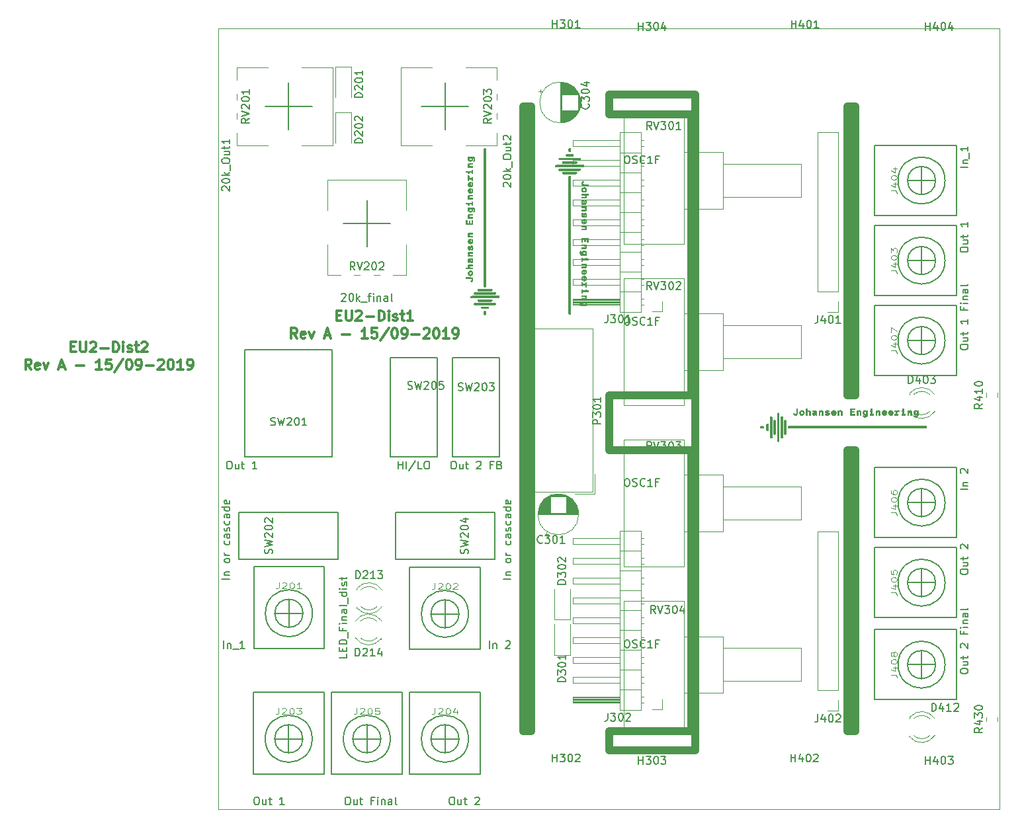
<source format=gbr>
%TF.GenerationSoftware,KiCad,Pcbnew,(5.1.0)-1*%
%TF.CreationDate,2019-09-15T23:57:34+02:00*%
%TF.ProjectId,KicadJE_EffectsUnit2,4b696361-644a-4455-9f45-666665637473,rev?*%
%TF.SameCoordinates,Original*%
%TF.FileFunction,Legend,Top*%
%TF.FilePolarity,Positive*%
%FSLAX46Y46*%
G04 Gerber Fmt 4.6, Leading zero omitted, Abs format (unit mm)*
G04 Created by KiCad (PCBNEW (5.1.0)-1) date 2019-09-15 23:57:34*
%MOMM*%
%LPD*%
G04 APERTURE LIST*
%ADD10C,0.300000*%
%ADD11C,1.000000*%
%ADD12C,0.050000*%
%ADD13C,0.010000*%
%ADD14C,0.200000*%
%ADD15C,0.120000*%
%ADD16C,0.150000*%
%ADD17C,0.125000*%
G04 APERTURE END LIST*
D10*
X65140476Y-86782142D02*
X65573809Y-86782142D01*
X65759523Y-87463095D02*
X65140476Y-87463095D01*
X65140476Y-86163095D01*
X65759523Y-86163095D01*
X66316666Y-86163095D02*
X66316666Y-87215476D01*
X66378571Y-87339285D01*
X66440476Y-87401190D01*
X66564285Y-87463095D01*
X66811904Y-87463095D01*
X66935714Y-87401190D01*
X66997619Y-87339285D01*
X67059523Y-87215476D01*
X67059523Y-86163095D01*
X67616666Y-86286904D02*
X67678571Y-86225000D01*
X67802380Y-86163095D01*
X68111904Y-86163095D01*
X68235714Y-86225000D01*
X68297619Y-86286904D01*
X68359523Y-86410714D01*
X68359523Y-86534523D01*
X68297619Y-86720238D01*
X67554761Y-87463095D01*
X68359523Y-87463095D01*
X68916666Y-86967857D02*
X69907142Y-86967857D01*
X70526190Y-87463095D02*
X70526190Y-86163095D01*
X70835714Y-86163095D01*
X71021428Y-86225000D01*
X71145238Y-86348809D01*
X71207142Y-86472619D01*
X71269047Y-86720238D01*
X71269047Y-86905952D01*
X71207142Y-87153571D01*
X71145238Y-87277380D01*
X71021428Y-87401190D01*
X70835714Y-87463095D01*
X70526190Y-87463095D01*
X71826190Y-87463095D02*
X71826190Y-86596428D01*
X71826190Y-86163095D02*
X71764285Y-86225000D01*
X71826190Y-86286904D01*
X71888095Y-86225000D01*
X71826190Y-86163095D01*
X71826190Y-86286904D01*
X72383333Y-87401190D02*
X72507142Y-87463095D01*
X72754761Y-87463095D01*
X72878571Y-87401190D01*
X72940476Y-87277380D01*
X72940476Y-87215476D01*
X72878571Y-87091666D01*
X72754761Y-87029761D01*
X72569047Y-87029761D01*
X72445238Y-86967857D01*
X72383333Y-86844047D01*
X72383333Y-86782142D01*
X72445238Y-86658333D01*
X72569047Y-86596428D01*
X72754761Y-86596428D01*
X72878571Y-86658333D01*
X73311904Y-86596428D02*
X73807142Y-86596428D01*
X73497619Y-86163095D02*
X73497619Y-87277380D01*
X73559523Y-87401190D01*
X73683333Y-87463095D01*
X73807142Y-87463095D01*
X74921428Y-87463095D02*
X74178571Y-87463095D01*
X74550000Y-87463095D02*
X74550000Y-86163095D01*
X74426190Y-86348809D01*
X74302380Y-86472619D01*
X74178571Y-86534523D01*
X60064285Y-89713095D02*
X59630952Y-89094047D01*
X59321428Y-89713095D02*
X59321428Y-88413095D01*
X59816666Y-88413095D01*
X59940476Y-88475000D01*
X60002380Y-88536904D01*
X60064285Y-88660714D01*
X60064285Y-88846428D01*
X60002380Y-88970238D01*
X59940476Y-89032142D01*
X59816666Y-89094047D01*
X59321428Y-89094047D01*
X61116666Y-89651190D02*
X60992857Y-89713095D01*
X60745238Y-89713095D01*
X60621428Y-89651190D01*
X60559523Y-89527380D01*
X60559523Y-89032142D01*
X60621428Y-88908333D01*
X60745238Y-88846428D01*
X60992857Y-88846428D01*
X61116666Y-88908333D01*
X61178571Y-89032142D01*
X61178571Y-89155952D01*
X60559523Y-89279761D01*
X61611904Y-88846428D02*
X61921428Y-89713095D01*
X62230952Y-88846428D01*
X63654761Y-89341666D02*
X64273809Y-89341666D01*
X63530952Y-89713095D02*
X63964285Y-88413095D01*
X64397619Y-89713095D01*
X65821428Y-89217857D02*
X66811904Y-89217857D01*
X69102380Y-89713095D02*
X68359523Y-89713095D01*
X68730952Y-89713095D02*
X68730952Y-88413095D01*
X68607142Y-88598809D01*
X68483333Y-88722619D01*
X68359523Y-88784523D01*
X70278571Y-88413095D02*
X69659523Y-88413095D01*
X69597619Y-89032142D01*
X69659523Y-88970238D01*
X69783333Y-88908333D01*
X70092857Y-88908333D01*
X70216666Y-88970238D01*
X70278571Y-89032142D01*
X70340476Y-89155952D01*
X70340476Y-89465476D01*
X70278571Y-89589285D01*
X70216666Y-89651190D01*
X70092857Y-89713095D01*
X69783333Y-89713095D01*
X69659523Y-89651190D01*
X69597619Y-89589285D01*
X71826190Y-88351190D02*
X70711904Y-90022619D01*
X72507142Y-88413095D02*
X72630952Y-88413095D01*
X72754761Y-88475000D01*
X72816666Y-88536904D01*
X72878571Y-88660714D01*
X72940476Y-88908333D01*
X72940476Y-89217857D01*
X72878571Y-89465476D01*
X72816666Y-89589285D01*
X72754761Y-89651190D01*
X72630952Y-89713095D01*
X72507142Y-89713095D01*
X72383333Y-89651190D01*
X72321428Y-89589285D01*
X72259523Y-89465476D01*
X72197619Y-89217857D01*
X72197619Y-88908333D01*
X72259523Y-88660714D01*
X72321428Y-88536904D01*
X72383333Y-88475000D01*
X72507142Y-88413095D01*
X73559523Y-89713095D02*
X73807142Y-89713095D01*
X73930952Y-89651190D01*
X73992857Y-89589285D01*
X74116666Y-89403571D01*
X74178571Y-89155952D01*
X74178571Y-88660714D01*
X74116666Y-88536904D01*
X74054761Y-88475000D01*
X73930952Y-88413095D01*
X73683333Y-88413095D01*
X73559523Y-88475000D01*
X73497619Y-88536904D01*
X73435714Y-88660714D01*
X73435714Y-88970238D01*
X73497619Y-89094047D01*
X73559523Y-89155952D01*
X73683333Y-89217857D01*
X73930952Y-89217857D01*
X74054761Y-89155952D01*
X74116666Y-89094047D01*
X74178571Y-88970238D01*
X74735714Y-89217857D02*
X75726190Y-89217857D01*
X76283333Y-88536904D02*
X76345238Y-88475000D01*
X76469047Y-88413095D01*
X76778571Y-88413095D01*
X76902380Y-88475000D01*
X76964285Y-88536904D01*
X77026190Y-88660714D01*
X77026190Y-88784523D01*
X76964285Y-88970238D01*
X76221428Y-89713095D01*
X77026190Y-89713095D01*
X77830952Y-88413095D02*
X77954761Y-88413095D01*
X78078571Y-88475000D01*
X78140476Y-88536904D01*
X78202380Y-88660714D01*
X78264285Y-88908333D01*
X78264285Y-89217857D01*
X78202380Y-89465476D01*
X78140476Y-89589285D01*
X78078571Y-89651190D01*
X77954761Y-89713095D01*
X77830952Y-89713095D01*
X77707142Y-89651190D01*
X77645238Y-89589285D01*
X77583333Y-89465476D01*
X77521428Y-89217857D01*
X77521428Y-88908333D01*
X77583333Y-88660714D01*
X77645238Y-88536904D01*
X77707142Y-88475000D01*
X77830952Y-88413095D01*
X79502380Y-89713095D02*
X78759523Y-89713095D01*
X79130952Y-89713095D02*
X79130952Y-88413095D01*
X79007142Y-88598809D01*
X78883333Y-88722619D01*
X78759523Y-88784523D01*
X80121428Y-89713095D02*
X80369047Y-89713095D01*
X80492857Y-89651190D01*
X80554761Y-89589285D01*
X80678571Y-89403571D01*
X80740476Y-89155952D01*
X80740476Y-88660714D01*
X80678571Y-88536904D01*
X80616666Y-88475000D01*
X80492857Y-88413095D01*
X80245238Y-88413095D01*
X80121428Y-88475000D01*
X80059523Y-88536904D01*
X79997619Y-88660714D01*
X79997619Y-88970238D01*
X80059523Y-89094047D01*
X80121428Y-89155952D01*
X80245238Y-89217857D01*
X80492857Y-89217857D01*
X80616666Y-89155952D01*
X80678571Y-89094047D01*
X80740476Y-88970238D01*
X31140476Y-90782142D02*
X31573809Y-90782142D01*
X31759523Y-91463095D02*
X31140476Y-91463095D01*
X31140476Y-90163095D01*
X31759523Y-90163095D01*
X32316666Y-90163095D02*
X32316666Y-91215476D01*
X32378571Y-91339285D01*
X32440476Y-91401190D01*
X32564285Y-91463095D01*
X32811904Y-91463095D01*
X32935714Y-91401190D01*
X32997619Y-91339285D01*
X33059523Y-91215476D01*
X33059523Y-90163095D01*
X33616666Y-90286904D02*
X33678571Y-90225000D01*
X33802380Y-90163095D01*
X34111904Y-90163095D01*
X34235714Y-90225000D01*
X34297619Y-90286904D01*
X34359523Y-90410714D01*
X34359523Y-90534523D01*
X34297619Y-90720238D01*
X33554761Y-91463095D01*
X34359523Y-91463095D01*
X34916666Y-90967857D02*
X35907142Y-90967857D01*
X36526190Y-91463095D02*
X36526190Y-90163095D01*
X36835714Y-90163095D01*
X37021428Y-90225000D01*
X37145238Y-90348809D01*
X37207142Y-90472619D01*
X37269047Y-90720238D01*
X37269047Y-90905952D01*
X37207142Y-91153571D01*
X37145238Y-91277380D01*
X37021428Y-91401190D01*
X36835714Y-91463095D01*
X36526190Y-91463095D01*
X37826190Y-91463095D02*
X37826190Y-90596428D01*
X37826190Y-90163095D02*
X37764285Y-90225000D01*
X37826190Y-90286904D01*
X37888095Y-90225000D01*
X37826190Y-90163095D01*
X37826190Y-90286904D01*
X38383333Y-91401190D02*
X38507142Y-91463095D01*
X38754761Y-91463095D01*
X38878571Y-91401190D01*
X38940476Y-91277380D01*
X38940476Y-91215476D01*
X38878571Y-91091666D01*
X38754761Y-91029761D01*
X38569047Y-91029761D01*
X38445238Y-90967857D01*
X38383333Y-90844047D01*
X38383333Y-90782142D01*
X38445238Y-90658333D01*
X38569047Y-90596428D01*
X38754761Y-90596428D01*
X38878571Y-90658333D01*
X39311904Y-90596428D02*
X39807142Y-90596428D01*
X39497619Y-90163095D02*
X39497619Y-91277380D01*
X39559523Y-91401190D01*
X39683333Y-91463095D01*
X39807142Y-91463095D01*
X40178571Y-90286904D02*
X40240476Y-90225000D01*
X40364285Y-90163095D01*
X40673809Y-90163095D01*
X40797619Y-90225000D01*
X40859523Y-90286904D01*
X40921428Y-90410714D01*
X40921428Y-90534523D01*
X40859523Y-90720238D01*
X40116666Y-91463095D01*
X40921428Y-91463095D01*
X26064285Y-93713095D02*
X25630952Y-93094047D01*
X25321428Y-93713095D02*
X25321428Y-92413095D01*
X25816666Y-92413095D01*
X25940476Y-92475000D01*
X26002380Y-92536904D01*
X26064285Y-92660714D01*
X26064285Y-92846428D01*
X26002380Y-92970238D01*
X25940476Y-93032142D01*
X25816666Y-93094047D01*
X25321428Y-93094047D01*
X27116666Y-93651190D02*
X26992857Y-93713095D01*
X26745238Y-93713095D01*
X26621428Y-93651190D01*
X26559523Y-93527380D01*
X26559523Y-93032142D01*
X26621428Y-92908333D01*
X26745238Y-92846428D01*
X26992857Y-92846428D01*
X27116666Y-92908333D01*
X27178571Y-93032142D01*
X27178571Y-93155952D01*
X26559523Y-93279761D01*
X27611904Y-92846428D02*
X27921428Y-93713095D01*
X28230952Y-92846428D01*
X29654761Y-93341666D02*
X30273809Y-93341666D01*
X29530952Y-93713095D02*
X29964285Y-92413095D01*
X30397619Y-93713095D01*
X31821428Y-93217857D02*
X32811904Y-93217857D01*
X35102380Y-93713095D02*
X34359523Y-93713095D01*
X34730952Y-93713095D02*
X34730952Y-92413095D01*
X34607142Y-92598809D01*
X34483333Y-92722619D01*
X34359523Y-92784523D01*
X36278571Y-92413095D02*
X35659523Y-92413095D01*
X35597619Y-93032142D01*
X35659523Y-92970238D01*
X35783333Y-92908333D01*
X36092857Y-92908333D01*
X36216666Y-92970238D01*
X36278571Y-93032142D01*
X36340476Y-93155952D01*
X36340476Y-93465476D01*
X36278571Y-93589285D01*
X36216666Y-93651190D01*
X36092857Y-93713095D01*
X35783333Y-93713095D01*
X35659523Y-93651190D01*
X35597619Y-93589285D01*
X37826190Y-92351190D02*
X36711904Y-94022619D01*
X38507142Y-92413095D02*
X38630952Y-92413095D01*
X38754761Y-92475000D01*
X38816666Y-92536904D01*
X38878571Y-92660714D01*
X38940476Y-92908333D01*
X38940476Y-93217857D01*
X38878571Y-93465476D01*
X38816666Y-93589285D01*
X38754761Y-93651190D01*
X38630952Y-93713095D01*
X38507142Y-93713095D01*
X38383333Y-93651190D01*
X38321428Y-93589285D01*
X38259523Y-93465476D01*
X38197619Y-93217857D01*
X38197619Y-92908333D01*
X38259523Y-92660714D01*
X38321428Y-92536904D01*
X38383333Y-92475000D01*
X38507142Y-92413095D01*
X39559523Y-93713095D02*
X39807142Y-93713095D01*
X39930952Y-93651190D01*
X39992857Y-93589285D01*
X40116666Y-93403571D01*
X40178571Y-93155952D01*
X40178571Y-92660714D01*
X40116666Y-92536904D01*
X40054761Y-92475000D01*
X39930952Y-92413095D01*
X39683333Y-92413095D01*
X39559523Y-92475000D01*
X39497619Y-92536904D01*
X39435714Y-92660714D01*
X39435714Y-92970238D01*
X39497619Y-93094047D01*
X39559523Y-93155952D01*
X39683333Y-93217857D01*
X39930952Y-93217857D01*
X40054761Y-93155952D01*
X40116666Y-93094047D01*
X40178571Y-92970238D01*
X40735714Y-93217857D02*
X41726190Y-93217857D01*
X42283333Y-92536904D02*
X42345238Y-92475000D01*
X42469047Y-92413095D01*
X42778571Y-92413095D01*
X42902380Y-92475000D01*
X42964285Y-92536904D01*
X43026190Y-92660714D01*
X43026190Y-92784523D01*
X42964285Y-92970238D01*
X42221428Y-93713095D01*
X43026190Y-93713095D01*
X43830952Y-92413095D02*
X43954761Y-92413095D01*
X44078571Y-92475000D01*
X44140476Y-92536904D01*
X44202380Y-92660714D01*
X44264285Y-92908333D01*
X44264285Y-93217857D01*
X44202380Y-93465476D01*
X44140476Y-93589285D01*
X44078571Y-93651190D01*
X43954761Y-93713095D01*
X43830952Y-93713095D01*
X43707142Y-93651190D01*
X43645238Y-93589285D01*
X43583333Y-93465476D01*
X43521428Y-93217857D01*
X43521428Y-92908333D01*
X43583333Y-92660714D01*
X43645238Y-92536904D01*
X43707142Y-92475000D01*
X43830952Y-92413095D01*
X45502380Y-93713095D02*
X44759523Y-93713095D01*
X45130952Y-93713095D02*
X45130952Y-92413095D01*
X45007142Y-92598809D01*
X44883333Y-92722619D01*
X44759523Y-92784523D01*
X46121428Y-93713095D02*
X46369047Y-93713095D01*
X46492857Y-93651190D01*
X46554761Y-93589285D01*
X46678571Y-93403571D01*
X46740476Y-93155952D01*
X46740476Y-92660714D01*
X46678571Y-92536904D01*
X46616666Y-92475000D01*
X46492857Y-92413095D01*
X46245238Y-92413095D01*
X46121428Y-92475000D01*
X46059523Y-92536904D01*
X45997619Y-92660714D01*
X45997619Y-92970238D01*
X46059523Y-93094047D01*
X46121428Y-93155952D01*
X46245238Y-93217857D01*
X46492857Y-93217857D01*
X46616666Y-93155952D01*
X46678571Y-93094047D01*
X46740476Y-92970238D01*
D11*
X130500000Y-60000000D02*
X130500000Y-97000000D01*
X131500000Y-104000000D02*
X131500000Y-140000000D01*
X130500000Y-104000000D02*
X131500000Y-104000000D01*
X130500000Y-97000000D02*
X131500000Y-97000000D01*
X110500000Y-104000000D02*
X110500000Y-140000000D01*
X100000000Y-104000000D02*
X110500000Y-104000000D01*
X100000000Y-97000000D02*
X100000000Y-104000000D01*
X110500000Y-97000000D02*
X100000000Y-97000000D01*
X100000000Y-61000000D02*
X100000000Y-58500000D01*
X100000000Y-61000000D02*
X110500000Y-61000000D01*
X111000000Y-58500000D02*
X100000000Y-58500000D01*
X100000000Y-142500000D02*
X100000000Y-140000000D01*
X100000000Y-142500000D02*
X111000000Y-142500000D01*
X110500000Y-140000000D02*
X100000000Y-140000000D01*
X130500000Y-104000000D02*
X130500000Y-140000000D01*
X130500000Y-140000000D02*
X131500000Y-140000000D01*
X130500000Y-60000000D02*
X131500000Y-60000000D01*
X131500000Y-60000000D02*
X131500000Y-97000000D01*
X89000000Y-60000000D02*
X90000000Y-60000000D01*
X89000000Y-140000000D02*
X90000000Y-140000000D01*
X110500000Y-61000000D02*
X110500000Y-97000000D01*
X111000000Y-58500000D02*
X111000000Y-142500000D01*
X90000000Y-60000000D02*
X90000000Y-140000000D01*
X89000000Y-60000000D02*
X89000000Y-140000000D01*
D12*
X50000000Y-150000000D02*
X50000000Y-50000000D01*
X150000000Y-150000000D02*
X50000000Y-150000000D01*
X150000000Y-50000000D02*
X150000000Y-150000000D01*
X50000000Y-50000000D02*
X150000000Y-50000000D01*
D13*
G36*
X97133600Y-83721600D02*
G01*
X97133600Y-83569200D01*
X97302934Y-83569200D01*
X97302934Y-83721600D01*
X97133600Y-83721600D01*
X97133600Y-83721600D01*
G37*
X97133600Y-83721600D02*
X97133600Y-83569200D01*
X97302934Y-83569200D01*
X97302934Y-83721600D01*
X97133600Y-83721600D01*
G36*
X97133600Y-79657599D02*
G01*
X97133600Y-79505199D01*
X97302934Y-79505199D01*
X97302934Y-79657599D01*
X97133600Y-79657599D01*
X97133600Y-79657599D01*
G37*
X97133600Y-79657599D02*
X97133600Y-79505199D01*
X97302934Y-79505199D01*
X97302934Y-79657599D01*
X97133600Y-79657599D01*
G36*
X97076909Y-84584153D02*
G01*
X97054502Y-84630927D01*
X97033431Y-84656899D01*
X96984062Y-84712200D01*
X96473200Y-84723106D01*
X96473200Y-84585200D01*
X96692124Y-84585200D01*
X96786910Y-84584419D01*
X96853497Y-84581671D01*
X96897527Y-84576344D01*
X96924640Y-84567826D01*
X96937657Y-84558590D01*
X96961367Y-84513716D01*
X96958835Y-84460747D01*
X96933061Y-84408669D01*
X96887048Y-84366469D01*
X96870461Y-84357416D01*
X96821591Y-84342569D01*
X96748494Y-84334007D01*
X96646600Y-84331201D01*
X96644208Y-84331200D01*
X96473200Y-84331200D01*
X96473200Y-84195733D01*
X97065867Y-84195733D01*
X97065867Y-84263466D01*
X97063810Y-84306922D01*
X97052958Y-84326242D01*
X97026291Y-84331107D01*
X97016760Y-84331200D01*
X96967653Y-84331200D01*
X97025227Y-84388773D01*
X97062349Y-84431691D01*
X97079087Y-84472420D01*
X97082800Y-84523972D01*
X97076909Y-84584153D01*
X97076909Y-84584153D01*
G37*
X97076909Y-84584153D02*
X97054502Y-84630927D01*
X97033431Y-84656899D01*
X96984062Y-84712200D01*
X96473200Y-84723106D01*
X96473200Y-84585200D01*
X96692124Y-84585200D01*
X96786910Y-84584419D01*
X96853497Y-84581671D01*
X96897527Y-84576344D01*
X96924640Y-84567826D01*
X96937657Y-84558590D01*
X96961367Y-84513716D01*
X96958835Y-84460747D01*
X96933061Y-84408669D01*
X96887048Y-84366469D01*
X96870461Y-84357416D01*
X96821591Y-84342569D01*
X96748494Y-84334007D01*
X96646600Y-84331201D01*
X96644208Y-84331200D01*
X96473200Y-84331200D01*
X96473200Y-84195733D01*
X97065867Y-84195733D01*
X97065867Y-84263466D01*
X97063810Y-84306922D01*
X97052958Y-84326242D01*
X97026291Y-84331107D01*
X97016760Y-84331200D01*
X96967653Y-84331200D01*
X97025227Y-84388773D01*
X97062349Y-84431691D01*
X97079087Y-84472420D01*
X97082800Y-84523972D01*
X97076909Y-84584153D01*
G36*
X96591733Y-83721600D02*
G01*
X96591733Y-83789333D01*
X96589939Y-83832700D01*
X96578861Y-83851973D01*
X96549955Y-83856915D01*
X96532467Y-83857066D01*
X96473200Y-83857066D01*
X96473200Y-83450666D01*
X96532467Y-83450666D01*
X96572189Y-83453287D01*
X96588480Y-83468077D01*
X96591726Y-83505422D01*
X96591733Y-83509933D01*
X96591733Y-83569200D01*
X96947333Y-83569200D01*
X96947333Y-83509933D01*
X96949955Y-83470210D01*
X96964744Y-83453920D01*
X97002089Y-83450674D01*
X97006600Y-83450666D01*
X97065867Y-83450666D01*
X97065867Y-83721600D01*
X96591733Y-83721600D01*
X96591733Y-83721600D01*
G37*
X96591733Y-83721600D02*
X96591733Y-83789333D01*
X96589939Y-83832700D01*
X96578861Y-83851973D01*
X96549955Y-83856915D01*
X96532467Y-83857066D01*
X96473200Y-83857066D01*
X96473200Y-83450666D01*
X96532467Y-83450666D01*
X96572189Y-83453287D01*
X96588480Y-83468077D01*
X96591726Y-83505422D01*
X96591733Y-83509933D01*
X96591733Y-83569200D01*
X96947333Y-83569200D01*
X96947333Y-83509933D01*
X96949955Y-83470210D01*
X96964744Y-83453920D01*
X97002089Y-83450674D01*
X97006600Y-83450666D01*
X97065867Y-83450666D01*
X97065867Y-83721600D01*
X96591733Y-83721600D01*
G36*
X97078783Y-83111599D02*
G01*
X97065487Y-83144688D01*
X97038759Y-83153355D01*
X97000492Y-83144151D01*
X96966491Y-83129949D01*
X96952691Y-83111478D01*
X96953279Y-83076791D01*
X96956525Y-83053801D01*
X96955811Y-82972155D01*
X96930945Y-82900304D01*
X96885494Y-82846809D01*
X96864842Y-82833724D01*
X96811230Y-82816908D01*
X96736352Y-82808063D01*
X96702641Y-82807200D01*
X96591733Y-82807200D01*
X96591733Y-82874933D01*
X96589939Y-82918300D01*
X96578861Y-82937573D01*
X96549955Y-82942515D01*
X96532467Y-82942666D01*
X96473200Y-82942666D01*
X96473200Y-82536266D01*
X96532467Y-82536266D01*
X96570413Y-82538317D01*
X96587277Y-82550978D01*
X96591601Y-82584013D01*
X96591733Y-82604000D01*
X96591733Y-82671733D01*
X96964267Y-82671733D01*
X96964267Y-82604000D01*
X96966273Y-82560568D01*
X96977144Y-82541261D01*
X97004159Y-82536373D01*
X97015067Y-82536266D01*
X97065867Y-82536266D01*
X97065867Y-82807200D01*
X96956146Y-82807200D01*
X97003590Y-82851191D01*
X97052308Y-82909951D01*
X97077045Y-82978327D01*
X97082541Y-83049602D01*
X97078783Y-83111599D01*
X97078783Y-83111599D01*
G37*
X97078783Y-83111599D02*
X97065487Y-83144688D01*
X97038759Y-83153355D01*
X97000492Y-83144151D01*
X96966491Y-83129949D01*
X96952691Y-83111478D01*
X96953279Y-83076791D01*
X96956525Y-83053801D01*
X96955811Y-82972155D01*
X96930945Y-82900304D01*
X96885494Y-82846809D01*
X96864842Y-82833724D01*
X96811230Y-82816908D01*
X96736352Y-82808063D01*
X96702641Y-82807200D01*
X96591733Y-82807200D01*
X96591733Y-82874933D01*
X96589939Y-82918300D01*
X96578861Y-82937573D01*
X96549955Y-82942515D01*
X96532467Y-82942666D01*
X96473200Y-82942666D01*
X96473200Y-82536266D01*
X96532467Y-82536266D01*
X96570413Y-82538317D01*
X96587277Y-82550978D01*
X96591601Y-82584013D01*
X96591733Y-82604000D01*
X96591733Y-82671733D01*
X96964267Y-82671733D01*
X96964267Y-82604000D01*
X96966273Y-82560568D01*
X96977144Y-82541261D01*
X97004159Y-82536373D01*
X97015067Y-82536266D01*
X97065867Y-82536266D01*
X97065867Y-82807200D01*
X96956146Y-82807200D01*
X97003590Y-82851191D01*
X97052308Y-82909951D01*
X97077045Y-82978327D01*
X97082541Y-83049602D01*
X97078783Y-83111599D01*
G36*
X97076909Y-80520153D02*
G01*
X97054502Y-80566927D01*
X97033431Y-80592899D01*
X96984062Y-80648200D01*
X96473200Y-80659106D01*
X96473200Y-80521200D01*
X96692124Y-80521200D01*
X96786910Y-80520419D01*
X96853497Y-80517671D01*
X96897527Y-80512344D01*
X96924640Y-80503826D01*
X96937657Y-80494590D01*
X96961367Y-80449716D01*
X96958835Y-80396747D01*
X96933061Y-80344669D01*
X96887048Y-80302469D01*
X96870461Y-80293416D01*
X96821591Y-80278569D01*
X96748494Y-80270007D01*
X96646600Y-80267201D01*
X96644208Y-80267200D01*
X96473200Y-80267200D01*
X96473200Y-80131733D01*
X97065867Y-80131733D01*
X97065867Y-80199466D01*
X97063810Y-80242922D01*
X97052958Y-80262242D01*
X97026291Y-80267107D01*
X97016760Y-80267200D01*
X96967653Y-80267200D01*
X97025227Y-80324773D01*
X97062349Y-80367691D01*
X97079087Y-80408420D01*
X97082800Y-80459972D01*
X97076909Y-80520153D01*
X97076909Y-80520153D01*
G37*
X97076909Y-80520153D02*
X97054502Y-80566927D01*
X97033431Y-80592899D01*
X96984062Y-80648200D01*
X96473200Y-80659106D01*
X96473200Y-80521200D01*
X96692124Y-80521200D01*
X96786910Y-80520419D01*
X96853497Y-80517671D01*
X96897527Y-80512344D01*
X96924640Y-80503826D01*
X96937657Y-80494590D01*
X96961367Y-80449716D01*
X96958835Y-80396747D01*
X96933061Y-80344669D01*
X96887048Y-80302469D01*
X96870461Y-80293416D01*
X96821591Y-80278569D01*
X96748494Y-80270007D01*
X96646600Y-80267201D01*
X96644208Y-80267200D01*
X96473200Y-80267200D01*
X96473200Y-80131733D01*
X97065867Y-80131733D01*
X97065867Y-80199466D01*
X97063810Y-80242922D01*
X97052958Y-80262242D01*
X97026291Y-80267107D01*
X97016760Y-80267200D01*
X96967653Y-80267200D01*
X97025227Y-80324773D01*
X97062349Y-80367691D01*
X97079087Y-80408420D01*
X97082800Y-80459972D01*
X97076909Y-80520153D01*
G36*
X96591733Y-79657599D02*
G01*
X96591733Y-79725333D01*
X96589939Y-79768700D01*
X96578861Y-79787973D01*
X96549955Y-79792915D01*
X96532467Y-79793066D01*
X96473200Y-79793066D01*
X96473200Y-79386666D01*
X96532467Y-79386666D01*
X96572189Y-79389287D01*
X96588480Y-79404077D01*
X96591726Y-79441422D01*
X96591733Y-79445933D01*
X96591733Y-79505199D01*
X96947333Y-79505199D01*
X96947333Y-79445933D01*
X96949955Y-79406210D01*
X96964744Y-79389920D01*
X97002089Y-79386674D01*
X97006600Y-79386666D01*
X97065867Y-79386666D01*
X97065867Y-79657599D01*
X96591733Y-79657599D01*
X96591733Y-79657599D01*
G37*
X96591733Y-79657599D02*
X96591733Y-79725333D01*
X96589939Y-79768700D01*
X96578861Y-79787973D01*
X96549955Y-79792915D01*
X96532467Y-79793066D01*
X96473200Y-79793066D01*
X96473200Y-79386666D01*
X96532467Y-79386666D01*
X96572189Y-79389287D01*
X96588480Y-79404077D01*
X96591726Y-79441422D01*
X96591733Y-79445933D01*
X96591733Y-79505199D01*
X96947333Y-79505199D01*
X96947333Y-79445933D01*
X96949955Y-79406210D01*
X96964744Y-79389920D01*
X97002089Y-79386674D01*
X97006600Y-79386666D01*
X97065867Y-79386666D01*
X97065867Y-79657599D01*
X96591733Y-79657599D01*
G36*
X97076909Y-78081753D02*
G01*
X97054502Y-78128527D01*
X97033431Y-78154499D01*
X96984062Y-78209799D01*
X96728631Y-78215253D01*
X96473200Y-78220706D01*
X96473200Y-78082799D01*
X96692124Y-78082799D01*
X96786910Y-78082019D01*
X96853497Y-78079271D01*
X96897527Y-78073944D01*
X96924640Y-78065426D01*
X96937657Y-78056190D01*
X96961367Y-78011316D01*
X96958835Y-77958347D01*
X96933061Y-77906269D01*
X96887048Y-77864069D01*
X96870461Y-77855016D01*
X96821591Y-77840169D01*
X96748494Y-77831607D01*
X96646600Y-77828801D01*
X96644208Y-77828799D01*
X96473200Y-77828799D01*
X96473200Y-77693333D01*
X97065867Y-77693333D01*
X97065867Y-77761066D01*
X97063810Y-77804522D01*
X97052958Y-77823842D01*
X97026291Y-77828707D01*
X97016760Y-77828799D01*
X96967653Y-77828799D01*
X97025227Y-77886373D01*
X97062349Y-77929291D01*
X97079087Y-77970020D01*
X97082800Y-78021572D01*
X97076909Y-78081753D01*
X97076909Y-78081753D01*
G37*
X97076909Y-78081753D02*
X97054502Y-78128527D01*
X97033431Y-78154499D01*
X96984062Y-78209799D01*
X96728631Y-78215253D01*
X96473200Y-78220706D01*
X96473200Y-78082799D01*
X96692124Y-78082799D01*
X96786910Y-78082019D01*
X96853497Y-78079271D01*
X96897527Y-78073944D01*
X96924640Y-78065426D01*
X96937657Y-78056190D01*
X96961367Y-78011316D01*
X96958835Y-77958347D01*
X96933061Y-77906269D01*
X96887048Y-77864069D01*
X96870461Y-77855016D01*
X96821591Y-77840169D01*
X96748494Y-77831607D01*
X96646600Y-77828801D01*
X96644208Y-77828799D01*
X96473200Y-77828799D01*
X96473200Y-77693333D01*
X97065867Y-77693333D01*
X97065867Y-77761066D01*
X97063810Y-77804522D01*
X97052958Y-77823842D01*
X97026291Y-77828707D01*
X97016760Y-77828799D01*
X96967653Y-77828799D01*
X97025227Y-77886373D01*
X97062349Y-77929291D01*
X97079087Y-77970020D01*
X97082800Y-78021572D01*
X97076909Y-78081753D01*
G36*
X97184400Y-77405466D02*
G01*
X97184400Y-77015999D01*
X96947333Y-77015999D01*
X96947333Y-77320799D01*
X96828800Y-77320799D01*
X96828800Y-77015999D01*
X96591733Y-77015999D01*
X96591733Y-77405466D01*
X96473200Y-77405466D01*
X96473200Y-76880533D01*
X97302934Y-76880533D01*
X97302934Y-77405466D01*
X97184400Y-77405466D01*
X97184400Y-77405466D01*
G37*
X97184400Y-77405466D02*
X97184400Y-77015999D01*
X96947333Y-77015999D01*
X96947333Y-77320799D01*
X96828800Y-77320799D01*
X96828800Y-77015999D01*
X96591733Y-77015999D01*
X96591733Y-77405466D01*
X96473200Y-77405466D01*
X96473200Y-76880533D01*
X97302934Y-76880533D01*
X97302934Y-77405466D01*
X97184400Y-77405466D01*
G36*
X97076909Y-75660286D02*
G01*
X97054502Y-75707060D01*
X97033431Y-75733032D01*
X96984062Y-75788333D01*
X96473200Y-75799239D01*
X96473200Y-75661333D01*
X96692124Y-75661333D01*
X96786910Y-75660553D01*
X96853497Y-75657805D01*
X96897527Y-75652477D01*
X96924640Y-75643960D01*
X96937657Y-75634723D01*
X96961367Y-75589849D01*
X96958835Y-75536880D01*
X96933061Y-75484802D01*
X96887048Y-75442602D01*
X96870461Y-75433549D01*
X96821591Y-75418702D01*
X96748494Y-75410141D01*
X96646600Y-75407334D01*
X96644208Y-75407333D01*
X96473200Y-75407333D01*
X96473200Y-75271866D01*
X97065867Y-75271866D01*
X97065867Y-75339600D01*
X97063810Y-75383056D01*
X97052958Y-75402375D01*
X97026291Y-75407240D01*
X97016760Y-75407333D01*
X96967653Y-75407333D01*
X97025227Y-75464906D01*
X97062349Y-75507824D01*
X97079087Y-75548553D01*
X97082800Y-75600106D01*
X97076909Y-75660286D01*
X97076909Y-75660286D01*
G37*
X97076909Y-75660286D02*
X97054502Y-75707060D01*
X97033431Y-75733032D01*
X96984062Y-75788333D01*
X96473200Y-75799239D01*
X96473200Y-75661333D01*
X96692124Y-75661333D01*
X96786910Y-75660553D01*
X96853497Y-75657805D01*
X96897527Y-75652477D01*
X96924640Y-75643960D01*
X96937657Y-75634723D01*
X96961367Y-75589849D01*
X96958835Y-75536880D01*
X96933061Y-75484802D01*
X96887048Y-75442602D01*
X96870461Y-75433549D01*
X96821591Y-75418702D01*
X96748494Y-75410141D01*
X96646600Y-75407334D01*
X96644208Y-75407333D01*
X96473200Y-75407333D01*
X96473200Y-75271866D01*
X97065867Y-75271866D01*
X97065867Y-75339600D01*
X97063810Y-75383056D01*
X97052958Y-75402375D01*
X97026291Y-75407240D01*
X97016760Y-75407333D01*
X96967653Y-75407333D01*
X97025227Y-75464906D01*
X97062349Y-75507824D01*
X97079087Y-75548553D01*
X97082800Y-75600106D01*
X97076909Y-75660286D01*
G36*
X97076909Y-73221886D02*
G01*
X97054502Y-73268660D01*
X97033431Y-73294632D01*
X96984062Y-73349933D01*
X96473200Y-73360839D01*
X96473200Y-73222933D01*
X96692124Y-73222933D01*
X96786910Y-73222153D01*
X96853497Y-73219405D01*
X96897527Y-73214077D01*
X96924640Y-73205560D01*
X96937657Y-73196323D01*
X96961367Y-73151449D01*
X96958835Y-73098480D01*
X96933061Y-73046402D01*
X96887048Y-73004202D01*
X96870461Y-72995149D01*
X96821591Y-72980302D01*
X96748494Y-72971741D01*
X96646600Y-72968934D01*
X96644208Y-72968933D01*
X96473200Y-72968933D01*
X96473200Y-72833466D01*
X97065867Y-72833466D01*
X97065867Y-72901200D01*
X97063810Y-72944656D01*
X97052958Y-72963975D01*
X97026291Y-72968840D01*
X97016760Y-72968933D01*
X96967653Y-72968933D01*
X97025227Y-73026506D01*
X97062349Y-73069424D01*
X97079087Y-73110153D01*
X97082800Y-73161706D01*
X97076909Y-73221886D01*
X97076909Y-73221886D01*
G37*
X97076909Y-73221886D02*
X97054502Y-73268660D01*
X97033431Y-73294632D01*
X96984062Y-73349933D01*
X96473200Y-73360839D01*
X96473200Y-73222933D01*
X96692124Y-73222933D01*
X96786910Y-73222153D01*
X96853497Y-73219405D01*
X96897527Y-73214077D01*
X96924640Y-73205560D01*
X96937657Y-73196323D01*
X96961367Y-73151449D01*
X96958835Y-73098480D01*
X96933061Y-73046402D01*
X96887048Y-73004202D01*
X96870461Y-72995149D01*
X96821591Y-72980302D01*
X96748494Y-72971741D01*
X96646600Y-72968934D01*
X96644208Y-72968933D01*
X96473200Y-72968933D01*
X96473200Y-72833466D01*
X97065867Y-72833466D01*
X97065867Y-72901200D01*
X97063810Y-72944656D01*
X97052958Y-72963975D01*
X97026291Y-72968840D01*
X97016760Y-72968933D01*
X96967653Y-72968933D01*
X97025227Y-73026506D01*
X97062349Y-73069424D01*
X97079087Y-73110153D01*
X97082800Y-73161706D01*
X97076909Y-73221886D01*
G36*
X96963733Y-71343333D02*
G01*
X97016975Y-71390905D01*
X97052533Y-71430148D01*
X97071126Y-71475303D01*
X97078431Y-71523954D01*
X97081142Y-71578591D01*
X97072905Y-71615745D01*
X97048954Y-71651231D01*
X97035353Y-71666881D01*
X96984062Y-71724333D01*
X96473200Y-71735239D01*
X96473200Y-71597333D01*
X96692124Y-71597333D01*
X96786910Y-71596553D01*
X96853497Y-71593805D01*
X96897527Y-71588477D01*
X96924640Y-71579960D01*
X96937657Y-71570723D01*
X96961367Y-71525849D01*
X96958835Y-71472880D01*
X96933061Y-71420802D01*
X96887048Y-71378602D01*
X96870461Y-71369549D01*
X96821591Y-71354702D01*
X96748494Y-71346141D01*
X96646600Y-71343334D01*
X96644208Y-71343333D01*
X96473200Y-71343333D01*
X96473200Y-71207866D01*
X97302934Y-71207866D01*
X97302934Y-71343333D01*
X96963733Y-71343333D01*
X96963733Y-71343333D01*
G37*
X96963733Y-71343333D02*
X97016975Y-71390905D01*
X97052533Y-71430148D01*
X97071126Y-71475303D01*
X97078431Y-71523954D01*
X97081142Y-71578591D01*
X97072905Y-71615745D01*
X97048954Y-71651231D01*
X97035353Y-71666881D01*
X96984062Y-71724333D01*
X96473200Y-71735239D01*
X96473200Y-71597333D01*
X96692124Y-71597333D01*
X96786910Y-71596553D01*
X96853497Y-71593805D01*
X96897527Y-71588477D01*
X96924640Y-71579960D01*
X96937657Y-71570723D01*
X96961367Y-71525849D01*
X96958835Y-71472880D01*
X96933061Y-71420802D01*
X96887048Y-71378602D01*
X96870461Y-71369549D01*
X96821591Y-71354702D01*
X96748494Y-71346141D01*
X96646600Y-71343334D01*
X96644208Y-71343333D01*
X96473200Y-71343333D01*
X96473200Y-71207866D01*
X97302934Y-71207866D01*
X97302934Y-71343333D01*
X96963733Y-71343333D01*
G36*
X97072283Y-82107217D02*
G01*
X97039345Y-82189441D01*
X96995851Y-82243358D01*
X96926607Y-82289815D01*
X96835358Y-82325642D01*
X96773767Y-82340154D01*
X96710267Y-82351534D01*
X96710267Y-81842726D01*
X96668750Y-81861642D01*
X96627628Y-81896020D01*
X96594710Y-81951490D01*
X96576705Y-82015307D01*
X96575172Y-82039292D01*
X96582501Y-82084942D01*
X96600394Y-82140948D01*
X96608020Y-82159072D01*
X96640495Y-82230612D01*
X96597198Y-82264669D01*
X96553902Y-82298726D01*
X96520863Y-82256723D01*
X96479620Y-82179589D01*
X96459132Y-82085955D01*
X96460324Y-81986774D01*
X96484121Y-81893001D01*
X96489176Y-81881219D01*
X96540785Y-81805448D01*
X96613009Y-81750741D01*
X96698805Y-81718620D01*
X96791127Y-81710609D01*
X96855420Y-81722948D01*
X96855420Y-81858628D01*
X96840144Y-81873154D01*
X96831952Y-81915449D01*
X96828965Y-81988076D01*
X96828800Y-82019800D01*
X96829996Y-82098850D01*
X96834024Y-82148832D01*
X96841543Y-82174474D01*
X96851248Y-82180666D01*
X96877140Y-82169199D01*
X96910697Y-82141171D01*
X96914748Y-82136969D01*
X96945176Y-82090735D01*
X96955619Y-82031579D01*
X96955800Y-82019800D01*
X96948065Y-81957108D01*
X96921223Y-81909846D01*
X96914748Y-81902630D01*
X96879661Y-81869308D01*
X96855420Y-81858628D01*
X96855420Y-81722948D01*
X96882933Y-81728229D01*
X96967177Y-81773004D01*
X96972148Y-81776831D01*
X97031116Y-81842950D01*
X97067744Y-81925621D01*
X97081608Y-82016493D01*
X97072283Y-82107217D01*
X97072283Y-82107217D01*
G37*
X97072283Y-82107217D02*
X97039345Y-82189441D01*
X96995851Y-82243358D01*
X96926607Y-82289815D01*
X96835358Y-82325642D01*
X96773767Y-82340154D01*
X96710267Y-82351534D01*
X96710267Y-81842726D01*
X96668750Y-81861642D01*
X96627628Y-81896020D01*
X96594710Y-81951490D01*
X96576705Y-82015307D01*
X96575172Y-82039292D01*
X96582501Y-82084942D01*
X96600394Y-82140948D01*
X96608020Y-82159072D01*
X96640495Y-82230612D01*
X96597198Y-82264669D01*
X96553902Y-82298726D01*
X96520863Y-82256723D01*
X96479620Y-82179589D01*
X96459132Y-82085955D01*
X96460324Y-81986774D01*
X96484121Y-81893001D01*
X96489176Y-81881219D01*
X96540785Y-81805448D01*
X96613009Y-81750741D01*
X96698805Y-81718620D01*
X96791127Y-81710609D01*
X96855420Y-81722948D01*
X96855420Y-81858628D01*
X96840144Y-81873154D01*
X96831952Y-81915449D01*
X96828965Y-81988076D01*
X96828800Y-82019800D01*
X96829996Y-82098850D01*
X96834024Y-82148832D01*
X96841543Y-82174474D01*
X96851248Y-82180666D01*
X96877140Y-82169199D01*
X96910697Y-82141171D01*
X96914748Y-82136969D01*
X96945176Y-82090735D01*
X96955619Y-82031579D01*
X96955800Y-82019800D01*
X96948065Y-81957108D01*
X96921223Y-81909846D01*
X96914748Y-81902630D01*
X96879661Y-81869308D01*
X96855420Y-81858628D01*
X96855420Y-81722948D01*
X96882933Y-81728229D01*
X96967177Y-81773004D01*
X96972148Y-81776831D01*
X97031116Y-81842950D01*
X97067744Y-81925621D01*
X97081608Y-82016493D01*
X97072283Y-82107217D01*
G36*
X97072283Y-81294417D02*
G01*
X97039345Y-81376641D01*
X96995851Y-81430558D01*
X96926607Y-81477015D01*
X96835358Y-81512842D01*
X96773767Y-81527354D01*
X96710267Y-81538734D01*
X96710267Y-81029926D01*
X96668750Y-81048842D01*
X96627628Y-81083220D01*
X96594710Y-81138690D01*
X96576705Y-81202507D01*
X96575172Y-81226492D01*
X96582501Y-81272142D01*
X96600394Y-81328148D01*
X96608020Y-81346272D01*
X96640495Y-81417812D01*
X96597198Y-81451869D01*
X96553902Y-81485926D01*
X96520863Y-81443923D01*
X96479620Y-81366789D01*
X96459132Y-81273155D01*
X96460324Y-81173974D01*
X96484121Y-81080201D01*
X96489176Y-81068419D01*
X96540785Y-80992648D01*
X96613009Y-80937941D01*
X96698805Y-80905820D01*
X96791127Y-80897809D01*
X96855420Y-80910148D01*
X96855420Y-81045828D01*
X96840144Y-81060354D01*
X96831952Y-81102649D01*
X96828965Y-81175276D01*
X96828800Y-81207000D01*
X96829996Y-81286050D01*
X96834024Y-81336032D01*
X96841543Y-81361674D01*
X96851248Y-81367866D01*
X96877140Y-81356399D01*
X96910697Y-81328371D01*
X96914748Y-81324169D01*
X96945176Y-81277935D01*
X96955619Y-81218779D01*
X96955800Y-81207000D01*
X96948065Y-81144308D01*
X96921223Y-81097046D01*
X96914748Y-81089830D01*
X96879661Y-81056508D01*
X96855420Y-81045828D01*
X96855420Y-80910148D01*
X96882933Y-80915429D01*
X96967177Y-80960204D01*
X96972148Y-80964031D01*
X97031116Y-81030150D01*
X97067744Y-81112821D01*
X97081608Y-81203693D01*
X97072283Y-81294417D01*
X97072283Y-81294417D01*
G37*
X97072283Y-81294417D02*
X97039345Y-81376641D01*
X96995851Y-81430558D01*
X96926607Y-81477015D01*
X96835358Y-81512842D01*
X96773767Y-81527354D01*
X96710267Y-81538734D01*
X96710267Y-81029926D01*
X96668750Y-81048842D01*
X96627628Y-81083220D01*
X96594710Y-81138690D01*
X96576705Y-81202507D01*
X96575172Y-81226492D01*
X96582501Y-81272142D01*
X96600394Y-81328148D01*
X96608020Y-81346272D01*
X96640495Y-81417812D01*
X96597198Y-81451869D01*
X96553902Y-81485926D01*
X96520863Y-81443923D01*
X96479620Y-81366789D01*
X96459132Y-81273155D01*
X96460324Y-81173974D01*
X96484121Y-81080201D01*
X96489176Y-81068419D01*
X96540785Y-80992648D01*
X96613009Y-80937941D01*
X96698805Y-80905820D01*
X96791127Y-80897809D01*
X96855420Y-80910148D01*
X96855420Y-81045828D01*
X96840144Y-81060354D01*
X96831952Y-81102649D01*
X96828965Y-81175276D01*
X96828800Y-81207000D01*
X96829996Y-81286050D01*
X96834024Y-81336032D01*
X96841543Y-81361674D01*
X96851248Y-81367866D01*
X96877140Y-81356399D01*
X96910697Y-81328371D01*
X96914748Y-81324169D01*
X96945176Y-81277935D01*
X96955619Y-81218779D01*
X96955800Y-81207000D01*
X96948065Y-81144308D01*
X96921223Y-81097046D01*
X96914748Y-81089830D01*
X96879661Y-81056508D01*
X96855420Y-81045828D01*
X96855420Y-80910148D01*
X96882933Y-80915429D01*
X96967177Y-80960204D01*
X96972148Y-80964031D01*
X97031116Y-81030150D01*
X97067744Y-81112821D01*
X97081608Y-81203693D01*
X97072283Y-81294417D01*
G36*
X97072283Y-74808950D02*
G01*
X97039345Y-74891175D01*
X96995851Y-74945091D01*
X96926607Y-74991548D01*
X96835358Y-75027375D01*
X96773767Y-75041887D01*
X96710267Y-75053267D01*
X96710267Y-74544459D01*
X96668750Y-74563375D01*
X96627628Y-74597754D01*
X96594710Y-74653223D01*
X96576705Y-74717040D01*
X96575172Y-74741025D01*
X96582501Y-74786675D01*
X96600394Y-74842681D01*
X96608020Y-74860806D01*
X96640495Y-74932345D01*
X96597198Y-74966402D01*
X96553902Y-75000459D01*
X96520863Y-74958457D01*
X96479620Y-74881322D01*
X96459132Y-74787688D01*
X96460324Y-74688508D01*
X96484121Y-74594735D01*
X96489176Y-74582953D01*
X96540785Y-74507181D01*
X96613009Y-74452474D01*
X96698805Y-74420354D01*
X96791127Y-74412342D01*
X96855420Y-74424681D01*
X96855420Y-74560362D01*
X96840144Y-74574887D01*
X96831952Y-74617182D01*
X96828965Y-74689810D01*
X96828800Y-74721533D01*
X96829996Y-74800583D01*
X96834024Y-74850565D01*
X96841543Y-74876208D01*
X96851248Y-74882400D01*
X96877140Y-74870933D01*
X96910697Y-74842904D01*
X96914748Y-74838702D01*
X96945176Y-74792469D01*
X96955619Y-74733313D01*
X96955800Y-74721533D01*
X96948065Y-74658841D01*
X96921223Y-74611579D01*
X96914748Y-74604364D01*
X96879661Y-74571042D01*
X96855420Y-74560362D01*
X96855420Y-74424681D01*
X96882933Y-74429962D01*
X96967177Y-74474737D01*
X96972148Y-74478564D01*
X97031116Y-74544683D01*
X97067744Y-74627354D01*
X97081608Y-74718227D01*
X97072283Y-74808950D01*
X97072283Y-74808950D01*
G37*
X97072283Y-74808950D02*
X97039345Y-74891175D01*
X96995851Y-74945091D01*
X96926607Y-74991548D01*
X96835358Y-75027375D01*
X96773767Y-75041887D01*
X96710267Y-75053267D01*
X96710267Y-74544459D01*
X96668750Y-74563375D01*
X96627628Y-74597754D01*
X96594710Y-74653223D01*
X96576705Y-74717040D01*
X96575172Y-74741025D01*
X96582501Y-74786675D01*
X96600394Y-74842681D01*
X96608020Y-74860806D01*
X96640495Y-74932345D01*
X96597198Y-74966402D01*
X96553902Y-75000459D01*
X96520863Y-74958457D01*
X96479620Y-74881322D01*
X96459132Y-74787688D01*
X96460324Y-74688508D01*
X96484121Y-74594735D01*
X96489176Y-74582953D01*
X96540785Y-74507181D01*
X96613009Y-74452474D01*
X96698805Y-74420354D01*
X96791127Y-74412342D01*
X96855420Y-74424681D01*
X96855420Y-74560362D01*
X96840144Y-74574887D01*
X96831952Y-74617182D01*
X96828965Y-74689810D01*
X96828800Y-74721533D01*
X96829996Y-74800583D01*
X96834024Y-74850565D01*
X96841543Y-74876208D01*
X96851248Y-74882400D01*
X96877140Y-74870933D01*
X96910697Y-74842904D01*
X96914748Y-74838702D01*
X96945176Y-74792469D01*
X96955619Y-74733313D01*
X96955800Y-74721533D01*
X96948065Y-74658841D01*
X96921223Y-74611579D01*
X96914748Y-74604364D01*
X96879661Y-74571042D01*
X96855420Y-74560362D01*
X96855420Y-74424681D01*
X96882933Y-74429962D01*
X96967177Y-74474737D01*
X96972148Y-74478564D01*
X97031116Y-74544683D01*
X97067744Y-74627354D01*
X97081608Y-74718227D01*
X97072283Y-74808950D01*
G36*
X97074151Y-74000843D02*
G01*
X97055962Y-74074453D01*
X97029190Y-74127896D01*
X97024052Y-74133986D01*
X96995998Y-74145445D01*
X96961357Y-74139025D01*
X96932456Y-74120395D01*
X96921621Y-74095226D01*
X96923516Y-74087750D01*
X96945062Y-74020048D01*
X96956652Y-73946995D01*
X96958384Y-73876979D01*
X96950353Y-73818386D01*
X96932657Y-73779606D01*
X96919861Y-73770128D01*
X96897393Y-73766764D01*
X96879623Y-73779361D01*
X96864289Y-73812516D01*
X96849130Y-73870826D01*
X96834807Y-73942975D01*
X96810734Y-74044715D01*
X96780431Y-74116392D01*
X96741122Y-74161631D01*
X96690028Y-74184060D01*
X96647029Y-74188133D01*
X96579351Y-74172993D01*
X96524783Y-74130705D01*
X96484913Y-74065967D01*
X96461328Y-73983476D01*
X96455614Y-73887929D01*
X96469357Y-73784026D01*
X96488197Y-73717900D01*
X96506957Y-73666893D01*
X96522640Y-73629998D01*
X96529434Y-73618254D01*
X96550499Y-73617002D01*
X96587994Y-73627837D01*
X96592488Y-73629645D01*
X96619294Y-73641557D01*
X96633240Y-73654694D01*
X96634685Y-73676604D01*
X96623990Y-73714839D01*
X96601515Y-73776950D01*
X96599751Y-73781733D01*
X96578860Y-73880883D01*
X96579306Y-73939363D01*
X96592402Y-74009049D01*
X96613250Y-74046798D01*
X96638323Y-74052609D01*
X96664091Y-74026479D01*
X96687026Y-73968404D01*
X96693956Y-73939457D01*
X96714119Y-73845956D01*
X96730754Y-73779402D01*
X96746150Y-73733377D01*
X96762595Y-73701465D01*
X96782376Y-73677248D01*
X96790099Y-73669783D01*
X96848655Y-73635209D01*
X96911719Y-73630482D01*
X96973069Y-73653328D01*
X97026478Y-73701473D01*
X97064790Y-73770135D01*
X97079810Y-73837572D01*
X97082515Y-73918179D01*
X97074151Y-74000843D01*
X97074151Y-74000843D01*
G37*
X97074151Y-74000843D02*
X97055962Y-74074453D01*
X97029190Y-74127896D01*
X97024052Y-74133986D01*
X96995998Y-74145445D01*
X96961357Y-74139025D01*
X96932456Y-74120395D01*
X96921621Y-74095226D01*
X96923516Y-74087750D01*
X96945062Y-74020048D01*
X96956652Y-73946995D01*
X96958384Y-73876979D01*
X96950353Y-73818386D01*
X96932657Y-73779606D01*
X96919861Y-73770128D01*
X96897393Y-73766764D01*
X96879623Y-73779361D01*
X96864289Y-73812516D01*
X96849130Y-73870826D01*
X96834807Y-73942975D01*
X96810734Y-74044715D01*
X96780431Y-74116392D01*
X96741122Y-74161631D01*
X96690028Y-74184060D01*
X96647029Y-74188133D01*
X96579351Y-74172993D01*
X96524783Y-74130705D01*
X96484913Y-74065967D01*
X96461328Y-73983476D01*
X96455614Y-73887929D01*
X96469357Y-73784026D01*
X96488197Y-73717900D01*
X96506957Y-73666893D01*
X96522640Y-73629998D01*
X96529434Y-73618254D01*
X96550499Y-73617002D01*
X96587994Y-73627837D01*
X96592488Y-73629645D01*
X96619294Y-73641557D01*
X96633240Y-73654694D01*
X96634685Y-73676604D01*
X96623990Y-73714839D01*
X96601515Y-73776950D01*
X96599751Y-73781733D01*
X96578860Y-73880883D01*
X96579306Y-73939363D01*
X96592402Y-74009049D01*
X96613250Y-74046798D01*
X96638323Y-74052609D01*
X96664091Y-74026479D01*
X96687026Y-73968404D01*
X96693956Y-73939457D01*
X96714119Y-73845956D01*
X96730754Y-73779402D01*
X96746150Y-73733377D01*
X96762595Y-73701465D01*
X96782376Y-73677248D01*
X96790099Y-73669783D01*
X96848655Y-73635209D01*
X96911719Y-73630482D01*
X96973069Y-73653328D01*
X97026478Y-73701473D01*
X97064790Y-73770135D01*
X97079810Y-73837572D01*
X97082515Y-73918179D01*
X97074151Y-74000843D01*
G36*
X97058056Y-72413680D02*
G01*
X97014475Y-72485292D01*
X96989435Y-72508890D01*
X96968057Y-72523647D01*
X96943693Y-72533836D01*
X96909950Y-72540290D01*
X96860433Y-72543846D01*
X96788747Y-72545335D01*
X96707983Y-72545600D01*
X96473200Y-72545600D01*
X96473200Y-72477866D01*
X96475997Y-72433621D01*
X96487412Y-72414050D01*
X96507574Y-72410133D01*
X96528918Y-72408570D01*
X96531093Y-72398498D01*
X96513597Y-72371838D01*
X96504424Y-72359380D01*
X96474634Y-72297659D01*
X96459847Y-72210967D01*
X96459572Y-72207299D01*
X96456704Y-72149457D01*
X96461414Y-72112272D01*
X96477938Y-72082701D01*
X96510513Y-72047700D01*
X96511828Y-72046385D01*
X96557275Y-72007390D01*
X96599258Y-71989946D01*
X96637647Y-71986800D01*
X96660416Y-71991641D01*
X96660416Y-72124891D01*
X96615527Y-72132177D01*
X96587495Y-72166300D01*
X96578799Y-72223432D01*
X96580737Y-72247800D01*
X96595033Y-72303978D01*
X96618680Y-72353421D01*
X96621801Y-72357867D01*
X96658821Y-72390907D01*
X96699241Y-72407024D01*
X96726136Y-72408077D01*
X96739199Y-72397276D01*
X96743195Y-72366357D01*
X96743178Y-72330824D01*
X96735326Y-72240558D01*
X96715082Y-72173844D01*
X96683861Y-72134210D01*
X96660416Y-72124891D01*
X96660416Y-71991641D01*
X96709566Y-72002092D01*
X96766999Y-72047171D01*
X96809135Y-72120841D01*
X96835160Y-72221903D01*
X96842281Y-72288245D01*
X96847220Y-72351839D01*
X96853393Y-72388383D01*
X96863282Y-72404674D01*
X96879366Y-72407505D01*
X96885551Y-72406778D01*
X96918756Y-72389103D01*
X96946255Y-72356170D01*
X96959148Y-72316182D01*
X96959108Y-72261215D01*
X96945622Y-72185875D01*
X96921469Y-72095866D01*
X96922027Y-72065822D01*
X96949535Y-72043662D01*
X96955939Y-72040617D01*
X96991300Y-72028043D01*
X97015294Y-72033088D01*
X97034524Y-72060791D01*
X97055595Y-72116191D01*
X97055815Y-72116836D01*
X97079840Y-72222876D01*
X97080215Y-72324016D01*
X97058056Y-72413680D01*
X97058056Y-72413680D01*
G37*
X97058056Y-72413680D02*
X97014475Y-72485292D01*
X96989435Y-72508890D01*
X96968057Y-72523647D01*
X96943693Y-72533836D01*
X96909950Y-72540290D01*
X96860433Y-72543846D01*
X96788747Y-72545335D01*
X96707983Y-72545600D01*
X96473200Y-72545600D01*
X96473200Y-72477866D01*
X96475997Y-72433621D01*
X96487412Y-72414050D01*
X96507574Y-72410133D01*
X96528918Y-72408570D01*
X96531093Y-72398498D01*
X96513597Y-72371838D01*
X96504424Y-72359380D01*
X96474634Y-72297659D01*
X96459847Y-72210967D01*
X96459572Y-72207299D01*
X96456704Y-72149457D01*
X96461414Y-72112272D01*
X96477938Y-72082701D01*
X96510513Y-72047700D01*
X96511828Y-72046385D01*
X96557275Y-72007390D01*
X96599258Y-71989946D01*
X96637647Y-71986800D01*
X96660416Y-71991641D01*
X96660416Y-72124891D01*
X96615527Y-72132177D01*
X96587495Y-72166300D01*
X96578799Y-72223432D01*
X96580737Y-72247800D01*
X96595033Y-72303978D01*
X96618680Y-72353421D01*
X96621801Y-72357867D01*
X96658821Y-72390907D01*
X96699241Y-72407024D01*
X96726136Y-72408077D01*
X96739199Y-72397276D01*
X96743195Y-72366357D01*
X96743178Y-72330824D01*
X96735326Y-72240558D01*
X96715082Y-72173844D01*
X96683861Y-72134210D01*
X96660416Y-72124891D01*
X96660416Y-71991641D01*
X96709566Y-72002092D01*
X96766999Y-72047171D01*
X96809135Y-72120841D01*
X96835160Y-72221903D01*
X96842281Y-72288245D01*
X96847220Y-72351839D01*
X96853393Y-72388383D01*
X96863282Y-72404674D01*
X96879366Y-72407505D01*
X96885551Y-72406778D01*
X96918756Y-72389103D01*
X96946255Y-72356170D01*
X96959148Y-72316182D01*
X96959108Y-72261215D01*
X96945622Y-72185875D01*
X96921469Y-72095866D01*
X96922027Y-72065822D01*
X96949535Y-72043662D01*
X96955939Y-72040617D01*
X96991300Y-72028043D01*
X97015294Y-72033088D01*
X97034524Y-72060791D01*
X97055595Y-72116191D01*
X97055815Y-72116836D01*
X97079840Y-72222876D01*
X97080215Y-72324016D01*
X97058056Y-72413680D01*
G36*
X97067833Y-70762355D02*
G01*
X97025298Y-70848632D01*
X96958739Y-70914482D01*
X96871703Y-70956380D01*
X96769533Y-70970799D01*
X96665404Y-70955995D01*
X96578813Y-70913789D01*
X96513025Y-70847492D01*
X96471305Y-70760415D01*
X96456918Y-70655868D01*
X96456930Y-70653843D01*
X96462214Y-70592769D01*
X96474661Y-70536854D01*
X96480171Y-70522066D01*
X96531381Y-70445903D01*
X96604311Y-70389755D01*
X96691700Y-70356115D01*
X96772515Y-70348733D01*
X96772515Y-70484919D01*
X96704889Y-70494516D01*
X96646245Y-70524558D01*
X96602970Y-70572237D01*
X96581449Y-70634747D01*
X96582156Y-70682023D01*
X96600585Y-70735357D01*
X96633174Y-70782863D01*
X96633926Y-70783623D01*
X96667073Y-70810225D01*
X96705789Y-70823206D01*
X96763503Y-70826850D01*
X96769533Y-70826866D01*
X96828590Y-70823994D01*
X96867988Y-70812244D01*
X96901677Y-70786914D01*
X96908849Y-70779915D01*
X96940733Y-70739461D01*
X96954052Y-70693396D01*
X96955800Y-70655682D01*
X96951467Y-70600870D01*
X96934395Y-70563897D01*
X96909167Y-70538288D01*
X96842736Y-70498574D01*
X96772515Y-70484919D01*
X96772515Y-70348733D01*
X96786289Y-70347474D01*
X96880816Y-70366323D01*
X96905000Y-70376271D01*
X96991022Y-70430607D01*
X97048174Y-70501859D01*
X97077748Y-70592081D01*
X97082800Y-70659179D01*
X97067833Y-70762355D01*
X97067833Y-70762355D01*
G37*
X97067833Y-70762355D02*
X97025298Y-70848632D01*
X96958739Y-70914482D01*
X96871703Y-70956380D01*
X96769533Y-70970799D01*
X96665404Y-70955995D01*
X96578813Y-70913789D01*
X96513025Y-70847492D01*
X96471305Y-70760415D01*
X96456918Y-70655868D01*
X96456930Y-70653843D01*
X96462214Y-70592769D01*
X96474661Y-70536854D01*
X96480171Y-70522066D01*
X96531381Y-70445903D01*
X96604311Y-70389755D01*
X96691700Y-70356115D01*
X96772515Y-70348733D01*
X96772515Y-70484919D01*
X96704889Y-70494516D01*
X96646245Y-70524558D01*
X96602970Y-70572237D01*
X96581449Y-70634747D01*
X96582156Y-70682023D01*
X96600585Y-70735357D01*
X96633174Y-70782863D01*
X96633926Y-70783623D01*
X96667073Y-70810225D01*
X96705789Y-70823206D01*
X96763503Y-70826850D01*
X96769533Y-70826866D01*
X96828590Y-70823994D01*
X96867988Y-70812244D01*
X96901677Y-70786914D01*
X96908849Y-70779915D01*
X96940733Y-70739461D01*
X96954052Y-70693396D01*
X96955800Y-70655682D01*
X96951467Y-70600870D01*
X96934395Y-70563897D01*
X96909167Y-70538288D01*
X96842736Y-70498574D01*
X96772515Y-70484919D01*
X96772515Y-70348733D01*
X96786289Y-70347474D01*
X96880816Y-70366323D01*
X96905000Y-70376271D01*
X96991022Y-70430607D01*
X97048174Y-70501859D01*
X97077748Y-70592081D01*
X97082800Y-70659179D01*
X97067833Y-70762355D01*
G36*
X96984788Y-70107199D02*
G01*
X96872072Y-70106943D01*
X96787529Y-70105805D01*
X96725467Y-70103236D01*
X96680193Y-70098685D01*
X96646015Y-70091600D01*
X96617242Y-70081431D01*
X96591088Y-70069099D01*
X96521137Y-70019663D01*
X96485926Y-69971733D01*
X96464477Y-69901787D01*
X96458163Y-69819020D01*
X96467734Y-69741269D01*
X96475291Y-69717742D01*
X96515713Y-69652150D01*
X96576514Y-69594521D01*
X96612059Y-69572191D01*
X96656478Y-69552583D01*
X96683128Y-69554637D01*
X96702329Y-69581094D01*
X96709843Y-69598177D01*
X96721613Y-69647338D01*
X96709614Y-69676776D01*
X96685373Y-69683866D01*
X96656419Y-69697641D01*
X96622907Y-69731584D01*
X96593350Y-69774617D01*
X96576261Y-69815667D01*
X96574800Y-69827714D01*
X96577971Y-69872502D01*
X96590007Y-69907051D01*
X96614695Y-69932652D01*
X96655821Y-69950595D01*
X96717170Y-69962171D01*
X96802528Y-69968671D01*
X96915682Y-69971385D01*
X96997293Y-69971733D01*
X97302934Y-69971733D01*
X97302934Y-70107199D01*
X96984788Y-70107199D01*
X96984788Y-70107199D01*
G37*
X96984788Y-70107199D02*
X96872072Y-70106943D01*
X96787529Y-70105805D01*
X96725467Y-70103236D01*
X96680193Y-70098685D01*
X96646015Y-70091600D01*
X96617242Y-70081431D01*
X96591088Y-70069099D01*
X96521137Y-70019663D01*
X96485926Y-69971733D01*
X96464477Y-69901787D01*
X96458163Y-69819020D01*
X96467734Y-69741269D01*
X96475291Y-69717742D01*
X96515713Y-69652150D01*
X96576514Y-69594521D01*
X96612059Y-69572191D01*
X96656478Y-69552583D01*
X96683128Y-69554637D01*
X96702329Y-69581094D01*
X96709843Y-69598177D01*
X96721613Y-69647338D01*
X96709614Y-69676776D01*
X96685373Y-69683866D01*
X96656419Y-69697641D01*
X96622907Y-69731584D01*
X96593350Y-69774617D01*
X96576261Y-69815667D01*
X96574800Y-69827714D01*
X96577971Y-69872502D01*
X96590007Y-69907051D01*
X96614695Y-69932652D01*
X96655821Y-69950595D01*
X96717170Y-69962171D01*
X96802528Y-69968671D01*
X96915682Y-69971385D01*
X96997293Y-69971733D01*
X97302934Y-69971733D01*
X97302934Y-70107199D01*
X96984788Y-70107199D01*
G36*
X97072728Y-85309965D02*
G01*
X97056965Y-85348040D01*
X97043722Y-85382261D01*
X97046983Y-85397809D01*
X97048499Y-85398000D01*
X97059374Y-85413021D01*
X97065424Y-85450546D01*
X97065867Y-85465733D01*
X97065867Y-85533466D01*
X96729704Y-85533466D01*
X96614408Y-85533287D01*
X96527792Y-85532412D01*
X96464670Y-85530335D01*
X96419855Y-85526550D01*
X96388160Y-85520550D01*
X96364401Y-85511829D01*
X96343390Y-85499880D01*
X96336004Y-85495029D01*
X96274407Y-85434487D01*
X96234893Y-85353651D01*
X96219048Y-85259186D01*
X96228458Y-85157755D01*
X96243403Y-85105739D01*
X96270107Y-85044904D01*
X96298031Y-85004736D01*
X96320998Y-84991600D01*
X96342473Y-85001248D01*
X96370627Y-85021273D01*
X96407272Y-85050947D01*
X96370669Y-85133694D01*
X96345833Y-85215345D01*
X96344971Y-85287650D01*
X96366228Y-85345558D01*
X96407751Y-85384024D01*
X96467683Y-85397999D01*
X96467793Y-85398000D01*
X96524870Y-85398000D01*
X96499035Y-85348040D01*
X96473957Y-85267282D01*
X96478991Y-85187991D01*
X96510534Y-85114855D01*
X96564984Y-85052560D01*
X96638739Y-85005793D01*
X96728196Y-84979238D01*
X96784075Y-84975076D01*
X96784075Y-85111060D01*
X96715996Y-85119783D01*
X96655545Y-85150069D01*
X96614523Y-85196663D01*
X96599987Y-85247527D01*
X96601643Y-85308262D01*
X96618268Y-85361278D01*
X96626854Y-85374110D01*
X96654221Y-85386847D01*
X96704424Y-85395080D01*
X96766861Y-85398715D01*
X96830929Y-85397660D01*
X96886026Y-85391822D01*
X96921548Y-85381109D01*
X96926965Y-85376738D01*
X96952847Y-85322513D01*
X96957865Y-85256896D01*
X96946867Y-85210606D01*
X96908232Y-85156837D01*
X96851061Y-85123534D01*
X96784075Y-85111060D01*
X96784075Y-84975076D01*
X96785821Y-84974945D01*
X96879304Y-84988764D01*
X96959455Y-85026180D01*
X97022574Y-85082101D01*
X97064960Y-85151434D01*
X97082912Y-85229086D01*
X97072728Y-85309965D01*
X97072728Y-85309965D01*
G37*
X97072728Y-85309965D02*
X97056965Y-85348040D01*
X97043722Y-85382261D01*
X97046983Y-85397809D01*
X97048499Y-85398000D01*
X97059374Y-85413021D01*
X97065424Y-85450546D01*
X97065867Y-85465733D01*
X97065867Y-85533466D01*
X96729704Y-85533466D01*
X96614408Y-85533287D01*
X96527792Y-85532412D01*
X96464670Y-85530335D01*
X96419855Y-85526550D01*
X96388160Y-85520550D01*
X96364401Y-85511829D01*
X96343390Y-85499880D01*
X96336004Y-85495029D01*
X96274407Y-85434487D01*
X96234893Y-85353651D01*
X96219048Y-85259186D01*
X96228458Y-85157755D01*
X96243403Y-85105739D01*
X96270107Y-85044904D01*
X96298031Y-85004736D01*
X96320998Y-84991600D01*
X96342473Y-85001248D01*
X96370627Y-85021273D01*
X96407272Y-85050947D01*
X96370669Y-85133694D01*
X96345833Y-85215345D01*
X96344971Y-85287650D01*
X96366228Y-85345558D01*
X96407751Y-85384024D01*
X96467683Y-85397999D01*
X96467793Y-85398000D01*
X96524870Y-85398000D01*
X96499035Y-85348040D01*
X96473957Y-85267282D01*
X96478991Y-85187991D01*
X96510534Y-85114855D01*
X96564984Y-85052560D01*
X96638739Y-85005793D01*
X96728196Y-84979238D01*
X96784075Y-84975076D01*
X96784075Y-85111060D01*
X96715996Y-85119783D01*
X96655545Y-85150069D01*
X96614523Y-85196663D01*
X96599987Y-85247527D01*
X96601643Y-85308262D01*
X96618268Y-85361278D01*
X96626854Y-85374110D01*
X96654221Y-85386847D01*
X96704424Y-85395080D01*
X96766861Y-85398715D01*
X96830929Y-85397660D01*
X96886026Y-85391822D01*
X96921548Y-85381109D01*
X96926965Y-85376738D01*
X96952847Y-85322513D01*
X96957865Y-85256896D01*
X96946867Y-85210606D01*
X96908232Y-85156837D01*
X96851061Y-85123534D01*
X96784075Y-85111060D01*
X96784075Y-84975076D01*
X96785821Y-84974945D01*
X96879304Y-84988764D01*
X96959455Y-85026180D01*
X97022574Y-85082101D01*
X97064960Y-85151434D01*
X97082912Y-85229086D01*
X97072728Y-85309965D01*
G36*
X97072728Y-78807565D02*
G01*
X97056965Y-78845640D01*
X97043722Y-78879861D01*
X97046983Y-78895409D01*
X97048499Y-78895599D01*
X97059374Y-78910621D01*
X97065424Y-78948146D01*
X97065867Y-78963333D01*
X97065867Y-79031066D01*
X96729704Y-79031066D01*
X96614408Y-79030887D01*
X96527792Y-79030012D01*
X96464670Y-79027935D01*
X96419855Y-79024150D01*
X96388160Y-79018150D01*
X96364401Y-79009429D01*
X96343390Y-78997480D01*
X96336004Y-78992629D01*
X96274407Y-78932087D01*
X96234893Y-78851251D01*
X96219048Y-78756786D01*
X96228458Y-78655355D01*
X96243403Y-78603339D01*
X96270107Y-78542504D01*
X96298031Y-78502336D01*
X96320998Y-78489199D01*
X96342473Y-78498848D01*
X96370627Y-78518873D01*
X96407272Y-78548547D01*
X96370669Y-78631294D01*
X96345833Y-78712945D01*
X96344971Y-78785250D01*
X96366228Y-78843158D01*
X96407751Y-78881624D01*
X96467683Y-78895599D01*
X96524870Y-78895599D01*
X96499035Y-78845640D01*
X96473957Y-78764882D01*
X96478991Y-78685591D01*
X96510534Y-78612455D01*
X96564984Y-78550160D01*
X96638739Y-78503393D01*
X96728196Y-78476838D01*
X96784075Y-78472676D01*
X96784075Y-78608660D01*
X96715996Y-78617383D01*
X96655545Y-78647669D01*
X96614523Y-78694263D01*
X96599987Y-78745127D01*
X96601643Y-78805862D01*
X96618268Y-78858878D01*
X96626854Y-78871710D01*
X96654221Y-78884447D01*
X96704424Y-78892680D01*
X96766861Y-78896315D01*
X96830929Y-78895260D01*
X96886026Y-78889422D01*
X96921548Y-78878709D01*
X96926965Y-78874338D01*
X96952847Y-78820113D01*
X96957865Y-78754496D01*
X96946867Y-78708206D01*
X96908232Y-78654437D01*
X96851061Y-78621134D01*
X96784075Y-78608660D01*
X96784075Y-78472676D01*
X96785821Y-78472545D01*
X96879304Y-78486364D01*
X96959455Y-78523780D01*
X97022574Y-78579701D01*
X97064960Y-78649034D01*
X97082912Y-78726686D01*
X97072728Y-78807565D01*
X97072728Y-78807565D01*
G37*
X97072728Y-78807565D02*
X97056965Y-78845640D01*
X97043722Y-78879861D01*
X97046983Y-78895409D01*
X97048499Y-78895599D01*
X97059374Y-78910621D01*
X97065424Y-78948146D01*
X97065867Y-78963333D01*
X97065867Y-79031066D01*
X96729704Y-79031066D01*
X96614408Y-79030887D01*
X96527792Y-79030012D01*
X96464670Y-79027935D01*
X96419855Y-79024150D01*
X96388160Y-79018150D01*
X96364401Y-79009429D01*
X96343390Y-78997480D01*
X96336004Y-78992629D01*
X96274407Y-78932087D01*
X96234893Y-78851251D01*
X96219048Y-78756786D01*
X96228458Y-78655355D01*
X96243403Y-78603339D01*
X96270107Y-78542504D01*
X96298031Y-78502336D01*
X96320998Y-78489199D01*
X96342473Y-78498848D01*
X96370627Y-78518873D01*
X96407272Y-78548547D01*
X96370669Y-78631294D01*
X96345833Y-78712945D01*
X96344971Y-78785250D01*
X96366228Y-78843158D01*
X96407751Y-78881624D01*
X96467683Y-78895599D01*
X96524870Y-78895599D01*
X96499035Y-78845640D01*
X96473957Y-78764882D01*
X96478991Y-78685591D01*
X96510534Y-78612455D01*
X96564984Y-78550160D01*
X96638739Y-78503393D01*
X96728196Y-78476838D01*
X96784075Y-78472676D01*
X96784075Y-78608660D01*
X96715996Y-78617383D01*
X96655545Y-78647669D01*
X96614523Y-78694263D01*
X96599987Y-78745127D01*
X96601643Y-78805862D01*
X96618268Y-78858878D01*
X96626854Y-78871710D01*
X96654221Y-78884447D01*
X96704424Y-78892680D01*
X96766861Y-78896315D01*
X96830929Y-78895260D01*
X96886026Y-78889422D01*
X96921548Y-78878709D01*
X96926965Y-78874338D01*
X96952847Y-78820113D01*
X96957865Y-78754496D01*
X96946867Y-78708206D01*
X96908232Y-78654437D01*
X96851061Y-78621134D01*
X96784075Y-78608660D01*
X96784075Y-78472676D01*
X96785821Y-78472545D01*
X96879304Y-78486364D01*
X96959455Y-78523780D01*
X97022574Y-78579701D01*
X97064960Y-78649034D01*
X97082912Y-78726686D01*
X97072728Y-78807565D01*
G36*
X95011609Y-86580381D02*
G01*
X94957084Y-86611529D01*
X94897585Y-86613862D01*
X94843601Y-86587519D01*
X94833619Y-86578008D01*
X94796800Y-86538817D01*
X94796800Y-68958191D01*
X94841417Y-68923095D01*
X94883904Y-68898359D01*
X94923636Y-68888000D01*
X94923800Y-68888000D01*
X94963461Y-68898259D01*
X95005990Y-68922943D01*
X95006183Y-68923095D01*
X95050800Y-68958191D01*
X95050800Y-86543563D01*
X95011609Y-86580381D01*
X95011609Y-86580381D01*
G37*
X95011609Y-86580381D02*
X94957084Y-86611529D01*
X94897585Y-86613862D01*
X94843601Y-86587519D01*
X94833619Y-86578008D01*
X94796800Y-86538817D01*
X94796800Y-68958191D01*
X94841417Y-68923095D01*
X94883904Y-68898359D01*
X94923636Y-68888000D01*
X94923800Y-68888000D01*
X94963461Y-68898259D01*
X95005990Y-68922943D01*
X95006183Y-68923095D01*
X95050800Y-68958191D01*
X95050800Y-86543563D01*
X95011609Y-86580381D01*
G36*
X95047477Y-65658724D02*
G01*
X95035745Y-65722801D01*
X95012958Y-65762806D01*
X94976472Y-65783389D01*
X94923800Y-65789200D01*
X94871290Y-65783476D01*
X94834959Y-65763199D01*
X94812183Y-65723708D01*
X94800340Y-65660343D01*
X94796806Y-65568442D01*
X94796800Y-65563551D01*
X94797566Y-65487878D01*
X94800947Y-65437990D01*
X94808565Y-65405820D01*
X94822045Y-65383302D01*
X94835992Y-65368818D01*
X94890516Y-65337670D01*
X94950016Y-65335337D01*
X95003999Y-65361680D01*
X95013982Y-65371191D01*
X95031760Y-65394099D01*
X95042750Y-65422159D01*
X95048517Y-65463651D01*
X95050627Y-65526855D01*
X95050800Y-65565924D01*
X95047477Y-65658724D01*
X95047477Y-65658724D01*
G37*
X95047477Y-65658724D02*
X95035745Y-65722801D01*
X95012958Y-65762806D01*
X94976472Y-65783389D01*
X94923800Y-65789200D01*
X94871290Y-65783476D01*
X94834959Y-65763199D01*
X94812183Y-65723708D01*
X94800340Y-65660343D01*
X94796806Y-65568442D01*
X94796800Y-65563551D01*
X94797566Y-65487878D01*
X94800947Y-65437990D01*
X94808565Y-65405820D01*
X94822045Y-65383302D01*
X94835992Y-65368818D01*
X94890516Y-65337670D01*
X94950016Y-65335337D01*
X95003999Y-65361680D01*
X95013982Y-65371191D01*
X95031760Y-65394099D01*
X95042750Y-65422159D01*
X95048517Y-65463651D01*
X95050627Y-65526855D01*
X95050800Y-65565924D01*
X95047477Y-65658724D01*
G36*
X95382594Y-66272742D02*
G01*
X95357124Y-66316490D01*
X95345978Y-66329254D01*
X95332929Y-66339026D01*
X95313565Y-66346276D01*
X95283478Y-66351474D01*
X95238256Y-66355089D01*
X95173490Y-66357592D01*
X95084769Y-66359452D01*
X94967682Y-66361139D01*
X94933905Y-66361584D01*
X94543029Y-66366701D01*
X94500581Y-66324253D01*
X94465302Y-66271246D01*
X94463032Y-66218036D01*
X94493843Y-66168053D01*
X94497325Y-66164685D01*
X94511152Y-66152900D01*
X94527268Y-66143941D01*
X94550172Y-66137420D01*
X94584368Y-66132952D01*
X94634356Y-66130148D01*
X94704639Y-66128624D01*
X94799719Y-66127992D01*
X94924097Y-66127866D01*
X94926173Y-66127866D01*
X95050760Y-66127954D01*
X95145948Y-66128490D01*
X95216204Y-66129885D01*
X95265996Y-66132549D01*
X95299791Y-66136894D01*
X95322056Y-66143330D01*
X95337260Y-66152266D01*
X95349869Y-66164115D01*
X95352648Y-66167058D01*
X95384520Y-66219293D01*
X95382594Y-66272742D01*
X95382594Y-66272742D01*
G37*
X95382594Y-66272742D02*
X95357124Y-66316490D01*
X95345978Y-66329254D01*
X95332929Y-66339026D01*
X95313565Y-66346276D01*
X95283478Y-66351474D01*
X95238256Y-66355089D01*
X95173490Y-66357592D01*
X95084769Y-66359452D01*
X94967682Y-66361139D01*
X94933905Y-66361584D01*
X94543029Y-66366701D01*
X94500581Y-66324253D01*
X94465302Y-66271246D01*
X94463032Y-66218036D01*
X94493843Y-66168053D01*
X94497325Y-66164685D01*
X94511152Y-66152900D01*
X94527268Y-66143941D01*
X94550172Y-66137420D01*
X94584368Y-66132952D01*
X94634356Y-66130148D01*
X94704639Y-66128624D01*
X94799719Y-66127992D01*
X94924097Y-66127866D01*
X94926173Y-66127866D01*
X95050760Y-66127954D01*
X95145948Y-66128490D01*
X95216204Y-66129885D01*
X95265996Y-66132549D01*
X95299791Y-66136894D01*
X95322056Y-66143330D01*
X95337260Y-66152266D01*
X95349869Y-66164115D01*
X95352648Y-66167058D01*
X95384520Y-66219293D01*
X95382594Y-66272742D01*
G36*
X95821136Y-68573814D02*
G01*
X95812800Y-68583200D01*
X95804241Y-68590824D01*
X95793213Y-68597209D01*
X95776846Y-68602465D01*
X95752273Y-68606702D01*
X95716623Y-68610029D01*
X95667029Y-68612556D01*
X95600622Y-68614393D01*
X95514533Y-68615650D01*
X95405894Y-68616435D01*
X95271835Y-68616860D01*
X95109488Y-68617034D01*
X94927568Y-68617066D01*
X94733034Y-68616962D01*
X94569569Y-68616595D01*
X94434376Y-68615883D01*
X94324655Y-68614741D01*
X94237612Y-68613087D01*
X94170446Y-68610839D01*
X94120362Y-68607912D01*
X94084562Y-68604225D01*
X94060248Y-68599695D01*
X94044622Y-68594237D01*
X94038568Y-68590706D01*
X94008291Y-68551016D01*
X94000418Y-68498311D01*
X94014991Y-68445010D01*
X94037993Y-68414526D01*
X94047182Y-68406744D01*
X94058527Y-68400228D01*
X94074910Y-68394867D01*
X94099219Y-68390547D01*
X94134335Y-68387157D01*
X94183145Y-68384583D01*
X94248532Y-68382714D01*
X94333381Y-68381437D01*
X94440577Y-68380639D01*
X94573004Y-68380209D01*
X94733547Y-68380033D01*
X94923800Y-68380000D01*
X95115142Y-68380034D01*
X95275501Y-68380210D01*
X95407763Y-68380643D01*
X95514811Y-68381443D01*
X95599531Y-68382724D01*
X95664806Y-68384597D01*
X95713522Y-68387175D01*
X95748563Y-68390571D01*
X95772813Y-68394897D01*
X95789157Y-68400265D01*
X95800479Y-68406788D01*
X95809607Y-68414526D01*
X95840075Y-68463651D01*
X95843999Y-68521057D01*
X95821136Y-68573814D01*
X95821136Y-68573814D01*
G37*
X95821136Y-68573814D02*
X95812800Y-68583200D01*
X95804241Y-68590824D01*
X95793213Y-68597209D01*
X95776846Y-68602465D01*
X95752273Y-68606702D01*
X95716623Y-68610029D01*
X95667029Y-68612556D01*
X95600622Y-68614393D01*
X95514533Y-68615650D01*
X95405894Y-68616435D01*
X95271835Y-68616860D01*
X95109488Y-68617034D01*
X94927568Y-68617066D01*
X94733034Y-68616962D01*
X94569569Y-68616595D01*
X94434376Y-68615883D01*
X94324655Y-68614741D01*
X94237612Y-68613087D01*
X94170446Y-68610839D01*
X94120362Y-68607912D01*
X94084562Y-68604225D01*
X94060248Y-68599695D01*
X94044622Y-68594237D01*
X94038568Y-68590706D01*
X94008291Y-68551016D01*
X94000418Y-68498311D01*
X94014991Y-68445010D01*
X94037993Y-68414526D01*
X94047182Y-68406744D01*
X94058527Y-68400228D01*
X94074910Y-68394867D01*
X94099219Y-68390547D01*
X94134335Y-68387157D01*
X94183145Y-68384583D01*
X94248532Y-68382714D01*
X94333381Y-68381437D01*
X94440577Y-68380639D01*
X94573004Y-68380209D01*
X94733547Y-68380033D01*
X94923800Y-68380000D01*
X95115142Y-68380034D01*
X95275501Y-68380210D01*
X95407763Y-68380643D01*
X95514811Y-68381443D01*
X95599531Y-68382724D01*
X95664806Y-68384597D01*
X95713522Y-68387175D01*
X95748563Y-68390571D01*
X95772813Y-68394897D01*
X95789157Y-68400265D01*
X95800479Y-68406788D01*
X95809607Y-68414526D01*
X95840075Y-68463651D01*
X95843999Y-68521057D01*
X95821136Y-68573814D01*
G36*
X95835512Y-67218871D02*
G01*
X95833708Y-67221765D01*
X95823642Y-67234532D01*
X95810053Y-67245264D01*
X95790122Y-67254137D01*
X95761031Y-67261326D01*
X95719960Y-67267007D01*
X95664092Y-67271356D01*
X95590607Y-67274549D01*
X95496687Y-67276762D01*
X95379514Y-67278170D01*
X95236267Y-67278950D01*
X95064130Y-67279278D01*
X94911173Y-67279333D01*
X94721374Y-67279298D01*
X94562533Y-67279116D01*
X94431742Y-67278673D01*
X94326094Y-67277853D01*
X94242681Y-67276542D01*
X94178593Y-67274624D01*
X94130924Y-67271984D01*
X94096764Y-67268508D01*
X94073206Y-67264080D01*
X94057343Y-67258586D01*
X94046265Y-67251910D01*
X94037993Y-67244807D01*
X94007998Y-67198279D01*
X94000475Y-67143828D01*
X94015384Y-67093871D01*
X94038568Y-67068626D01*
X94050515Y-67062608D01*
X94069568Y-67057563D01*
X94098523Y-67053408D01*
X94140178Y-67050062D01*
X94197331Y-67047440D01*
X94272780Y-67045459D01*
X94369321Y-67044038D01*
X94489752Y-67043093D01*
X94636871Y-67042540D01*
X94813475Y-67042298D01*
X94927568Y-67042266D01*
X95119271Y-67042303D01*
X95279976Y-67042488D01*
X95412551Y-67042930D01*
X95519866Y-67043739D01*
X95604790Y-67045025D01*
X95670190Y-67046897D01*
X95718937Y-67049466D01*
X95753897Y-67052840D01*
X95777941Y-67057130D01*
X95793937Y-67062446D01*
X95804754Y-67068897D01*
X95812800Y-67076133D01*
X95838009Y-67119569D01*
X95846400Y-67172859D01*
X95835512Y-67218871D01*
X95835512Y-67218871D01*
G37*
X95835512Y-67218871D02*
X95833708Y-67221765D01*
X95823642Y-67234532D01*
X95810053Y-67245264D01*
X95790122Y-67254137D01*
X95761031Y-67261326D01*
X95719960Y-67267007D01*
X95664092Y-67271356D01*
X95590607Y-67274549D01*
X95496687Y-67276762D01*
X95379514Y-67278170D01*
X95236267Y-67278950D01*
X95064130Y-67279278D01*
X94911173Y-67279333D01*
X94721374Y-67279298D01*
X94562533Y-67279116D01*
X94431742Y-67278673D01*
X94326094Y-67277853D01*
X94242681Y-67276542D01*
X94178593Y-67274624D01*
X94130924Y-67271984D01*
X94096764Y-67268508D01*
X94073206Y-67264080D01*
X94057343Y-67258586D01*
X94046265Y-67251910D01*
X94037993Y-67244807D01*
X94007998Y-67198279D01*
X94000475Y-67143828D01*
X94015384Y-67093871D01*
X94038568Y-67068626D01*
X94050515Y-67062608D01*
X94069568Y-67057563D01*
X94098523Y-67053408D01*
X94140178Y-67050062D01*
X94197331Y-67047440D01*
X94272780Y-67045459D01*
X94369321Y-67044038D01*
X94489752Y-67043093D01*
X94636871Y-67042540D01*
X94813475Y-67042298D01*
X94927568Y-67042266D01*
X95119271Y-67042303D01*
X95279976Y-67042488D01*
X95412551Y-67042930D01*
X95519866Y-67043739D01*
X95604790Y-67045025D01*
X95670190Y-67046897D01*
X95718937Y-67049466D01*
X95753897Y-67052840D01*
X95777941Y-67057130D01*
X95793937Y-67062446D01*
X95804754Y-67068897D01*
X95812800Y-67076133D01*
X95838009Y-67119569D01*
X95846400Y-67172859D01*
X95835512Y-67218871D01*
G36*
X96295883Y-68133405D02*
G01*
X96270946Y-68162505D01*
X96262570Y-68168269D01*
X96251132Y-68173278D01*
X96234348Y-68177584D01*
X96209934Y-68181242D01*
X96175607Y-68184303D01*
X96129084Y-68186820D01*
X96068080Y-68188847D01*
X95990314Y-68190435D01*
X95893500Y-68191639D01*
X95775355Y-68192509D01*
X95633597Y-68193101D01*
X95465940Y-68193466D01*
X95270103Y-68193657D01*
X95043801Y-68193727D01*
X94921155Y-68193733D01*
X93609927Y-68193733D01*
X93568364Y-68152169D01*
X93533565Y-68101565D01*
X93532522Y-68051911D01*
X93565235Y-68001418D01*
X93568364Y-67998230D01*
X93609927Y-67956666D01*
X94921155Y-67956666D01*
X95163211Y-67956696D01*
X95373684Y-67956821D01*
X95554858Y-67957094D01*
X95709016Y-67957568D01*
X95838441Y-67958296D01*
X95945417Y-67959330D01*
X96032227Y-67960723D01*
X96101156Y-67962528D01*
X96154486Y-67964799D01*
X96194501Y-67967587D01*
X96223485Y-67970945D01*
X96243721Y-67974927D01*
X96257492Y-67979586D01*
X96267083Y-67984973D01*
X96270946Y-67987894D01*
X96303385Y-68033979D01*
X96309511Y-68075200D01*
X96295883Y-68133405D01*
X96295883Y-68133405D01*
G37*
X96295883Y-68133405D02*
X96270946Y-68162505D01*
X96262570Y-68168269D01*
X96251132Y-68173278D01*
X96234348Y-68177584D01*
X96209934Y-68181242D01*
X96175607Y-68184303D01*
X96129084Y-68186820D01*
X96068080Y-68188847D01*
X95990314Y-68190435D01*
X95893500Y-68191639D01*
X95775355Y-68192509D01*
X95633597Y-68193101D01*
X95465940Y-68193466D01*
X95270103Y-68193657D01*
X95043801Y-68193727D01*
X94921155Y-68193733D01*
X93609927Y-68193733D01*
X93568364Y-68152169D01*
X93533565Y-68101565D01*
X93532522Y-68051911D01*
X93565235Y-68001418D01*
X93568364Y-67998230D01*
X93609927Y-67956666D01*
X94921155Y-67956666D01*
X95163211Y-67956696D01*
X95373684Y-67956821D01*
X95554858Y-67957094D01*
X95709016Y-67957568D01*
X95838441Y-67958296D01*
X95945417Y-67959330D01*
X96032227Y-67960723D01*
X96101156Y-67962528D01*
X96154486Y-67964799D01*
X96194501Y-67967587D01*
X96223485Y-67970945D01*
X96243721Y-67974927D01*
X96257492Y-67979586D01*
X96267083Y-67984973D01*
X96270946Y-67987894D01*
X96303385Y-68033979D01*
X96309511Y-68075200D01*
X96295883Y-68133405D01*
G36*
X96301553Y-66741713D02*
G01*
X96275265Y-66786138D01*
X96232578Y-66811283D01*
X96209769Y-66812946D01*
X96155794Y-66814533D01*
X96073353Y-66816023D01*
X95965146Y-66817392D01*
X95833874Y-66818621D01*
X95682236Y-66819687D01*
X95512934Y-66820569D01*
X95328668Y-66821246D01*
X95132137Y-66821695D01*
X94926043Y-66821895D01*
X94901864Y-66821902D01*
X93609927Y-66822133D01*
X93568364Y-66780569D01*
X93533882Y-66731914D01*
X93531799Y-66683581D01*
X93561865Y-66629722D01*
X93561896Y-66629683D01*
X93596992Y-66585066D01*
X94909209Y-66585066D01*
X95188252Y-66585278D01*
X95433874Y-66585916D01*
X95646517Y-66586987D01*
X95826622Y-66588496D01*
X95974633Y-66590450D01*
X96090992Y-66592855D01*
X96176142Y-66595716D01*
X96230524Y-66599039D01*
X96254581Y-66602830D01*
X96254991Y-66603029D01*
X96292561Y-66639525D01*
X96307700Y-66689297D01*
X96301553Y-66741713D01*
X96301553Y-66741713D01*
G37*
X96301553Y-66741713D02*
X96275265Y-66786138D01*
X96232578Y-66811283D01*
X96209769Y-66812946D01*
X96155794Y-66814533D01*
X96073353Y-66816023D01*
X95965146Y-66817392D01*
X95833874Y-66818621D01*
X95682236Y-66819687D01*
X95512934Y-66820569D01*
X95328668Y-66821246D01*
X95132137Y-66821695D01*
X94926043Y-66821895D01*
X94901864Y-66821902D01*
X93609927Y-66822133D01*
X93568364Y-66780569D01*
X93533882Y-66731914D01*
X93531799Y-66683581D01*
X93561865Y-66629722D01*
X93561896Y-66629683D01*
X93596992Y-66585066D01*
X94909209Y-66585066D01*
X95188252Y-66585278D01*
X95433874Y-66585916D01*
X95646517Y-66586987D01*
X95826622Y-66588496D01*
X95974633Y-66590450D01*
X96090992Y-66592855D01*
X96176142Y-66595716D01*
X96230524Y-66599039D01*
X96254581Y-66602830D01*
X96254991Y-66603029D01*
X96292561Y-66639525D01*
X96307700Y-66689297D01*
X96301553Y-66741713D01*
G36*
X96741621Y-67694442D02*
G01*
X96733383Y-67701437D01*
X96725882Y-67707049D01*
X96717179Y-67712029D01*
X96705316Y-67716414D01*
X96688331Y-67720242D01*
X96664267Y-67723550D01*
X96631164Y-67726377D01*
X96587063Y-67728761D01*
X96530004Y-67730739D01*
X96458029Y-67732350D01*
X96369177Y-67733630D01*
X96261490Y-67734618D01*
X96133009Y-67735352D01*
X95981774Y-67735869D01*
X95805826Y-67736208D01*
X95603205Y-67736406D01*
X95371953Y-67736501D01*
X95110110Y-67736530D01*
X94916002Y-67736533D01*
X93143237Y-67736533D01*
X93106419Y-67697341D01*
X93075428Y-67643923D01*
X93074364Y-67587561D01*
X93103212Y-67537332D01*
X93106660Y-67533992D01*
X93113009Y-67528482D01*
X93120832Y-67523591D01*
X93132078Y-67519284D01*
X93148691Y-67515522D01*
X93172620Y-67512269D01*
X93205811Y-67509488D01*
X93250211Y-67507142D01*
X93307767Y-67505194D01*
X93380426Y-67503607D01*
X93470135Y-67502344D01*
X93578840Y-67501368D01*
X93708489Y-67500643D01*
X93861029Y-67500130D01*
X94038405Y-67499793D01*
X94242567Y-67499595D01*
X94475459Y-67499499D01*
X94739030Y-67499469D01*
X94924041Y-67499466D01*
X96704363Y-67499466D01*
X96741182Y-67538658D01*
X96773026Y-67592076D01*
X96773069Y-67646159D01*
X96741621Y-67694442D01*
X96741621Y-67694442D01*
G37*
X96741621Y-67694442D02*
X96733383Y-67701437D01*
X96725882Y-67707049D01*
X96717179Y-67712029D01*
X96705316Y-67716414D01*
X96688331Y-67720242D01*
X96664267Y-67723550D01*
X96631164Y-67726377D01*
X96587063Y-67728761D01*
X96530004Y-67730739D01*
X96458029Y-67732350D01*
X96369177Y-67733630D01*
X96261490Y-67734618D01*
X96133009Y-67735352D01*
X95981774Y-67735869D01*
X95805826Y-67736208D01*
X95603205Y-67736406D01*
X95371953Y-67736501D01*
X95110110Y-67736530D01*
X94916002Y-67736533D01*
X93143237Y-67736533D01*
X93106419Y-67697341D01*
X93075428Y-67643923D01*
X93074364Y-67587561D01*
X93103212Y-67537332D01*
X93106660Y-67533992D01*
X93113009Y-67528482D01*
X93120832Y-67523591D01*
X93132078Y-67519284D01*
X93148691Y-67515522D01*
X93172620Y-67512269D01*
X93205811Y-67509488D01*
X93250211Y-67507142D01*
X93307767Y-67505194D01*
X93380426Y-67503607D01*
X93470135Y-67502344D01*
X93578840Y-67501368D01*
X93708489Y-67500643D01*
X93861029Y-67500130D01*
X94038405Y-67499793D01*
X94242567Y-67499595D01*
X94475459Y-67499499D01*
X94739030Y-67499469D01*
X94924041Y-67499466D01*
X96704363Y-67499466D01*
X96741182Y-67538658D01*
X96773026Y-67592076D01*
X96773069Y-67646159D01*
X96741621Y-67694442D01*
G36*
X81866400Y-68278400D02*
G01*
X81866400Y-68430800D01*
X81697066Y-68430800D01*
X81697066Y-68278400D01*
X81866400Y-68278400D01*
X81866400Y-68278400D01*
G37*
X81866400Y-68278400D02*
X81866400Y-68430800D01*
X81697066Y-68430800D01*
X81697066Y-68278400D01*
X81866400Y-68278400D01*
G36*
X81866400Y-72342401D02*
G01*
X81866400Y-72494801D01*
X81697066Y-72494801D01*
X81697066Y-72342401D01*
X81866400Y-72342401D01*
X81866400Y-72342401D01*
G37*
X81866400Y-72342401D02*
X81866400Y-72494801D01*
X81697066Y-72494801D01*
X81697066Y-72342401D01*
X81866400Y-72342401D01*
G36*
X81923091Y-67415847D02*
G01*
X81945498Y-67369073D01*
X81966569Y-67343101D01*
X82015938Y-67287800D01*
X82526800Y-67276894D01*
X82526800Y-67414800D01*
X82307876Y-67414800D01*
X82213090Y-67415581D01*
X82146503Y-67418329D01*
X82102473Y-67423656D01*
X82075360Y-67432174D01*
X82062343Y-67441410D01*
X82038633Y-67486284D01*
X82041165Y-67539253D01*
X82066939Y-67591331D01*
X82112952Y-67633531D01*
X82129539Y-67642584D01*
X82178409Y-67657431D01*
X82251506Y-67665993D01*
X82353400Y-67668799D01*
X82355792Y-67668800D01*
X82526800Y-67668800D01*
X82526800Y-67804267D01*
X81934133Y-67804267D01*
X81934133Y-67736534D01*
X81936190Y-67693078D01*
X81947042Y-67673758D01*
X81973709Y-67668893D01*
X81983240Y-67668800D01*
X82032347Y-67668800D01*
X81974773Y-67611227D01*
X81937651Y-67568309D01*
X81920913Y-67527580D01*
X81917200Y-67476028D01*
X81923091Y-67415847D01*
X81923091Y-67415847D01*
G37*
X81923091Y-67415847D02*
X81945498Y-67369073D01*
X81966569Y-67343101D01*
X82015938Y-67287800D01*
X82526800Y-67276894D01*
X82526800Y-67414800D01*
X82307876Y-67414800D01*
X82213090Y-67415581D01*
X82146503Y-67418329D01*
X82102473Y-67423656D01*
X82075360Y-67432174D01*
X82062343Y-67441410D01*
X82038633Y-67486284D01*
X82041165Y-67539253D01*
X82066939Y-67591331D01*
X82112952Y-67633531D01*
X82129539Y-67642584D01*
X82178409Y-67657431D01*
X82251506Y-67665993D01*
X82353400Y-67668799D01*
X82355792Y-67668800D01*
X82526800Y-67668800D01*
X82526800Y-67804267D01*
X81934133Y-67804267D01*
X81934133Y-67736534D01*
X81936190Y-67693078D01*
X81947042Y-67673758D01*
X81973709Y-67668893D01*
X81983240Y-67668800D01*
X82032347Y-67668800D01*
X81974773Y-67611227D01*
X81937651Y-67568309D01*
X81920913Y-67527580D01*
X81917200Y-67476028D01*
X81923091Y-67415847D01*
G36*
X82408267Y-68278400D02*
G01*
X82408267Y-68210667D01*
X82410061Y-68167300D01*
X82421139Y-68148027D01*
X82450045Y-68143085D01*
X82467533Y-68142934D01*
X82526800Y-68142934D01*
X82526800Y-68549334D01*
X82467533Y-68549334D01*
X82427811Y-68546713D01*
X82411520Y-68531923D01*
X82408274Y-68494578D01*
X82408267Y-68490067D01*
X82408267Y-68430800D01*
X82052667Y-68430800D01*
X82052667Y-68490067D01*
X82050045Y-68529790D01*
X82035256Y-68546080D01*
X81997911Y-68549326D01*
X81993400Y-68549334D01*
X81934133Y-68549334D01*
X81934133Y-68278400D01*
X82408267Y-68278400D01*
X82408267Y-68278400D01*
G37*
X82408267Y-68278400D02*
X82408267Y-68210667D01*
X82410061Y-68167300D01*
X82421139Y-68148027D01*
X82450045Y-68143085D01*
X82467533Y-68142934D01*
X82526800Y-68142934D01*
X82526800Y-68549334D01*
X82467533Y-68549334D01*
X82427811Y-68546713D01*
X82411520Y-68531923D01*
X82408274Y-68494578D01*
X82408267Y-68490067D01*
X82408267Y-68430800D01*
X82052667Y-68430800D01*
X82052667Y-68490067D01*
X82050045Y-68529790D01*
X82035256Y-68546080D01*
X81997911Y-68549326D01*
X81993400Y-68549334D01*
X81934133Y-68549334D01*
X81934133Y-68278400D01*
X82408267Y-68278400D01*
G36*
X81921217Y-68888401D02*
G01*
X81934513Y-68855312D01*
X81961241Y-68846645D01*
X81999508Y-68855849D01*
X82033509Y-68870051D01*
X82047309Y-68888522D01*
X82046721Y-68923209D01*
X82043475Y-68946199D01*
X82044189Y-69027845D01*
X82069055Y-69099696D01*
X82114506Y-69153191D01*
X82135158Y-69166276D01*
X82188770Y-69183092D01*
X82263648Y-69191937D01*
X82297359Y-69192800D01*
X82408267Y-69192800D01*
X82408267Y-69125067D01*
X82410061Y-69081700D01*
X82421139Y-69062427D01*
X82450045Y-69057485D01*
X82467533Y-69057334D01*
X82526800Y-69057334D01*
X82526800Y-69463734D01*
X82467533Y-69463734D01*
X82429587Y-69461683D01*
X82412723Y-69449022D01*
X82408399Y-69415987D01*
X82408267Y-69396000D01*
X82408267Y-69328267D01*
X82035733Y-69328267D01*
X82035733Y-69396000D01*
X82033727Y-69439432D01*
X82022856Y-69458739D01*
X81995841Y-69463627D01*
X81984933Y-69463734D01*
X81934133Y-69463734D01*
X81934133Y-69192800D01*
X82043854Y-69192800D01*
X81996410Y-69148809D01*
X81947692Y-69090049D01*
X81922955Y-69021673D01*
X81917459Y-68950398D01*
X81921217Y-68888401D01*
X81921217Y-68888401D01*
G37*
X81921217Y-68888401D02*
X81934513Y-68855312D01*
X81961241Y-68846645D01*
X81999508Y-68855849D01*
X82033509Y-68870051D01*
X82047309Y-68888522D01*
X82046721Y-68923209D01*
X82043475Y-68946199D01*
X82044189Y-69027845D01*
X82069055Y-69099696D01*
X82114506Y-69153191D01*
X82135158Y-69166276D01*
X82188770Y-69183092D01*
X82263648Y-69191937D01*
X82297359Y-69192800D01*
X82408267Y-69192800D01*
X82408267Y-69125067D01*
X82410061Y-69081700D01*
X82421139Y-69062427D01*
X82450045Y-69057485D01*
X82467533Y-69057334D01*
X82526800Y-69057334D01*
X82526800Y-69463734D01*
X82467533Y-69463734D01*
X82429587Y-69461683D01*
X82412723Y-69449022D01*
X82408399Y-69415987D01*
X82408267Y-69396000D01*
X82408267Y-69328267D01*
X82035733Y-69328267D01*
X82035733Y-69396000D01*
X82033727Y-69439432D01*
X82022856Y-69458739D01*
X81995841Y-69463627D01*
X81984933Y-69463734D01*
X81934133Y-69463734D01*
X81934133Y-69192800D01*
X82043854Y-69192800D01*
X81996410Y-69148809D01*
X81947692Y-69090049D01*
X81922955Y-69021673D01*
X81917459Y-68950398D01*
X81921217Y-68888401D01*
G36*
X81923091Y-71479847D02*
G01*
X81945498Y-71433073D01*
X81966569Y-71407101D01*
X82015938Y-71351800D01*
X82526800Y-71340894D01*
X82526800Y-71478800D01*
X82307876Y-71478800D01*
X82213090Y-71479581D01*
X82146503Y-71482329D01*
X82102473Y-71487656D01*
X82075360Y-71496174D01*
X82062343Y-71505410D01*
X82038633Y-71550284D01*
X82041165Y-71603253D01*
X82066939Y-71655331D01*
X82112952Y-71697531D01*
X82129539Y-71706584D01*
X82178409Y-71721431D01*
X82251506Y-71729993D01*
X82353400Y-71732799D01*
X82355792Y-71732800D01*
X82526800Y-71732800D01*
X82526800Y-71868267D01*
X81934133Y-71868267D01*
X81934133Y-71800534D01*
X81936190Y-71757078D01*
X81947042Y-71737758D01*
X81973709Y-71732893D01*
X81983240Y-71732800D01*
X82032347Y-71732800D01*
X81974773Y-71675227D01*
X81937651Y-71632309D01*
X81920913Y-71591580D01*
X81917200Y-71540028D01*
X81923091Y-71479847D01*
X81923091Y-71479847D01*
G37*
X81923091Y-71479847D02*
X81945498Y-71433073D01*
X81966569Y-71407101D01*
X82015938Y-71351800D01*
X82526800Y-71340894D01*
X82526800Y-71478800D01*
X82307876Y-71478800D01*
X82213090Y-71479581D01*
X82146503Y-71482329D01*
X82102473Y-71487656D01*
X82075360Y-71496174D01*
X82062343Y-71505410D01*
X82038633Y-71550284D01*
X82041165Y-71603253D01*
X82066939Y-71655331D01*
X82112952Y-71697531D01*
X82129539Y-71706584D01*
X82178409Y-71721431D01*
X82251506Y-71729993D01*
X82353400Y-71732799D01*
X82355792Y-71732800D01*
X82526800Y-71732800D01*
X82526800Y-71868267D01*
X81934133Y-71868267D01*
X81934133Y-71800534D01*
X81936190Y-71757078D01*
X81947042Y-71737758D01*
X81973709Y-71732893D01*
X81983240Y-71732800D01*
X82032347Y-71732800D01*
X81974773Y-71675227D01*
X81937651Y-71632309D01*
X81920913Y-71591580D01*
X81917200Y-71540028D01*
X81923091Y-71479847D01*
G36*
X82408267Y-72342401D02*
G01*
X82408267Y-72274667D01*
X82410061Y-72231300D01*
X82421139Y-72212027D01*
X82450045Y-72207085D01*
X82467533Y-72206934D01*
X82526800Y-72206934D01*
X82526800Y-72613334D01*
X82467533Y-72613334D01*
X82427811Y-72610713D01*
X82411520Y-72595923D01*
X82408274Y-72558578D01*
X82408267Y-72554067D01*
X82408267Y-72494801D01*
X82052667Y-72494801D01*
X82052667Y-72554067D01*
X82050045Y-72593790D01*
X82035256Y-72610080D01*
X81997911Y-72613326D01*
X81993400Y-72613334D01*
X81934133Y-72613334D01*
X81934133Y-72342401D01*
X82408267Y-72342401D01*
X82408267Y-72342401D01*
G37*
X82408267Y-72342401D02*
X82408267Y-72274667D01*
X82410061Y-72231300D01*
X82421139Y-72212027D01*
X82450045Y-72207085D01*
X82467533Y-72206934D01*
X82526800Y-72206934D01*
X82526800Y-72613334D01*
X82467533Y-72613334D01*
X82427811Y-72610713D01*
X82411520Y-72595923D01*
X82408274Y-72558578D01*
X82408267Y-72554067D01*
X82408267Y-72494801D01*
X82052667Y-72494801D01*
X82052667Y-72554067D01*
X82050045Y-72593790D01*
X82035256Y-72610080D01*
X81997911Y-72613326D01*
X81993400Y-72613334D01*
X81934133Y-72613334D01*
X81934133Y-72342401D01*
X82408267Y-72342401D01*
G36*
X81923091Y-73918247D02*
G01*
X81945498Y-73871473D01*
X81966569Y-73845501D01*
X82015938Y-73790201D01*
X82271369Y-73784747D01*
X82526800Y-73779294D01*
X82526800Y-73917201D01*
X82307876Y-73917201D01*
X82213090Y-73917981D01*
X82146503Y-73920729D01*
X82102473Y-73926056D01*
X82075360Y-73934574D01*
X82062343Y-73943810D01*
X82038633Y-73988684D01*
X82041165Y-74041653D01*
X82066939Y-74093731D01*
X82112952Y-74135931D01*
X82129539Y-74144984D01*
X82178409Y-74159831D01*
X82251506Y-74168393D01*
X82353400Y-74171199D01*
X82355792Y-74171201D01*
X82526800Y-74171201D01*
X82526800Y-74306667D01*
X81934133Y-74306667D01*
X81934133Y-74238934D01*
X81936190Y-74195478D01*
X81947042Y-74176158D01*
X81973709Y-74171293D01*
X81983240Y-74171201D01*
X82032347Y-74171201D01*
X81974773Y-74113627D01*
X81937651Y-74070709D01*
X81920913Y-74029980D01*
X81917200Y-73978428D01*
X81923091Y-73918247D01*
X81923091Y-73918247D01*
G37*
X81923091Y-73918247D02*
X81945498Y-73871473D01*
X81966569Y-73845501D01*
X82015938Y-73790201D01*
X82271369Y-73784747D01*
X82526800Y-73779294D01*
X82526800Y-73917201D01*
X82307876Y-73917201D01*
X82213090Y-73917981D01*
X82146503Y-73920729D01*
X82102473Y-73926056D01*
X82075360Y-73934574D01*
X82062343Y-73943810D01*
X82038633Y-73988684D01*
X82041165Y-74041653D01*
X82066939Y-74093731D01*
X82112952Y-74135931D01*
X82129539Y-74144984D01*
X82178409Y-74159831D01*
X82251506Y-74168393D01*
X82353400Y-74171199D01*
X82355792Y-74171201D01*
X82526800Y-74171201D01*
X82526800Y-74306667D01*
X81934133Y-74306667D01*
X81934133Y-74238934D01*
X81936190Y-74195478D01*
X81947042Y-74176158D01*
X81973709Y-74171293D01*
X81983240Y-74171201D01*
X82032347Y-74171201D01*
X81974773Y-74113627D01*
X81937651Y-74070709D01*
X81920913Y-74029980D01*
X81917200Y-73978428D01*
X81923091Y-73918247D01*
G36*
X81815600Y-74594534D02*
G01*
X81815600Y-74984001D01*
X82052667Y-74984001D01*
X82052667Y-74679201D01*
X82171200Y-74679201D01*
X82171200Y-74984001D01*
X82408267Y-74984001D01*
X82408267Y-74594534D01*
X82526800Y-74594534D01*
X82526800Y-75119467D01*
X81697066Y-75119467D01*
X81697066Y-74594534D01*
X81815600Y-74594534D01*
X81815600Y-74594534D01*
G37*
X81815600Y-74594534D02*
X81815600Y-74984001D01*
X82052667Y-74984001D01*
X82052667Y-74679201D01*
X82171200Y-74679201D01*
X82171200Y-74984001D01*
X82408267Y-74984001D01*
X82408267Y-74594534D01*
X82526800Y-74594534D01*
X82526800Y-75119467D01*
X81697066Y-75119467D01*
X81697066Y-74594534D01*
X81815600Y-74594534D01*
G36*
X81923091Y-76339714D02*
G01*
X81945498Y-76292940D01*
X81966569Y-76266968D01*
X82015938Y-76211667D01*
X82526800Y-76200761D01*
X82526800Y-76338667D01*
X82307876Y-76338667D01*
X82213090Y-76339447D01*
X82146503Y-76342195D01*
X82102473Y-76347523D01*
X82075360Y-76356040D01*
X82062343Y-76365277D01*
X82038633Y-76410151D01*
X82041165Y-76463120D01*
X82066939Y-76515198D01*
X82112952Y-76557398D01*
X82129539Y-76566451D01*
X82178409Y-76581298D01*
X82251506Y-76589859D01*
X82353400Y-76592666D01*
X82355792Y-76592667D01*
X82526800Y-76592667D01*
X82526800Y-76728134D01*
X81934133Y-76728134D01*
X81934133Y-76660400D01*
X81936190Y-76616944D01*
X81947042Y-76597625D01*
X81973709Y-76592760D01*
X81983240Y-76592667D01*
X82032347Y-76592667D01*
X81974773Y-76535094D01*
X81937651Y-76492176D01*
X81920913Y-76451447D01*
X81917200Y-76399894D01*
X81923091Y-76339714D01*
X81923091Y-76339714D01*
G37*
X81923091Y-76339714D02*
X81945498Y-76292940D01*
X81966569Y-76266968D01*
X82015938Y-76211667D01*
X82526800Y-76200761D01*
X82526800Y-76338667D01*
X82307876Y-76338667D01*
X82213090Y-76339447D01*
X82146503Y-76342195D01*
X82102473Y-76347523D01*
X82075360Y-76356040D01*
X82062343Y-76365277D01*
X82038633Y-76410151D01*
X82041165Y-76463120D01*
X82066939Y-76515198D01*
X82112952Y-76557398D01*
X82129539Y-76566451D01*
X82178409Y-76581298D01*
X82251506Y-76589859D01*
X82353400Y-76592666D01*
X82355792Y-76592667D01*
X82526800Y-76592667D01*
X82526800Y-76728134D01*
X81934133Y-76728134D01*
X81934133Y-76660400D01*
X81936190Y-76616944D01*
X81947042Y-76597625D01*
X81973709Y-76592760D01*
X81983240Y-76592667D01*
X82032347Y-76592667D01*
X81974773Y-76535094D01*
X81937651Y-76492176D01*
X81920913Y-76451447D01*
X81917200Y-76399894D01*
X81923091Y-76339714D01*
G36*
X81923091Y-78778114D02*
G01*
X81945498Y-78731340D01*
X81966569Y-78705368D01*
X82015938Y-78650067D01*
X82526800Y-78639161D01*
X82526800Y-78777067D01*
X82307876Y-78777067D01*
X82213090Y-78777847D01*
X82146503Y-78780595D01*
X82102473Y-78785923D01*
X82075360Y-78794440D01*
X82062343Y-78803677D01*
X82038633Y-78848551D01*
X82041165Y-78901520D01*
X82066939Y-78953598D01*
X82112952Y-78995798D01*
X82129539Y-79004851D01*
X82178409Y-79019698D01*
X82251506Y-79028259D01*
X82353400Y-79031066D01*
X82355792Y-79031067D01*
X82526800Y-79031067D01*
X82526800Y-79166534D01*
X81934133Y-79166534D01*
X81934133Y-79098800D01*
X81936190Y-79055344D01*
X81947042Y-79036025D01*
X81973709Y-79031160D01*
X81983240Y-79031067D01*
X82032347Y-79031067D01*
X81974773Y-78973494D01*
X81937651Y-78930576D01*
X81920913Y-78889847D01*
X81917200Y-78838294D01*
X81923091Y-78778114D01*
X81923091Y-78778114D01*
G37*
X81923091Y-78778114D02*
X81945498Y-78731340D01*
X81966569Y-78705368D01*
X82015938Y-78650067D01*
X82526800Y-78639161D01*
X82526800Y-78777067D01*
X82307876Y-78777067D01*
X82213090Y-78777847D01*
X82146503Y-78780595D01*
X82102473Y-78785923D01*
X82075360Y-78794440D01*
X82062343Y-78803677D01*
X82038633Y-78848551D01*
X82041165Y-78901520D01*
X82066939Y-78953598D01*
X82112952Y-78995798D01*
X82129539Y-79004851D01*
X82178409Y-79019698D01*
X82251506Y-79028259D01*
X82353400Y-79031066D01*
X82355792Y-79031067D01*
X82526800Y-79031067D01*
X82526800Y-79166534D01*
X81934133Y-79166534D01*
X81934133Y-79098800D01*
X81936190Y-79055344D01*
X81947042Y-79036025D01*
X81973709Y-79031160D01*
X81983240Y-79031067D01*
X82032347Y-79031067D01*
X81974773Y-78973494D01*
X81937651Y-78930576D01*
X81920913Y-78889847D01*
X81917200Y-78838294D01*
X81923091Y-78778114D01*
G36*
X82036267Y-80656667D02*
G01*
X81983025Y-80609095D01*
X81947467Y-80569852D01*
X81928874Y-80524697D01*
X81921569Y-80476046D01*
X81918858Y-80421409D01*
X81927095Y-80384255D01*
X81951046Y-80348769D01*
X81964647Y-80333119D01*
X82015938Y-80275667D01*
X82526800Y-80264761D01*
X82526800Y-80402667D01*
X82307876Y-80402667D01*
X82213090Y-80403447D01*
X82146503Y-80406195D01*
X82102473Y-80411523D01*
X82075360Y-80420040D01*
X82062343Y-80429277D01*
X82038633Y-80474151D01*
X82041165Y-80527120D01*
X82066939Y-80579198D01*
X82112952Y-80621398D01*
X82129539Y-80630451D01*
X82178409Y-80645298D01*
X82251506Y-80653859D01*
X82353400Y-80656666D01*
X82355792Y-80656667D01*
X82526800Y-80656667D01*
X82526800Y-80792134D01*
X81697066Y-80792134D01*
X81697066Y-80656667D01*
X82036267Y-80656667D01*
X82036267Y-80656667D01*
G37*
X82036267Y-80656667D02*
X81983025Y-80609095D01*
X81947467Y-80569852D01*
X81928874Y-80524697D01*
X81921569Y-80476046D01*
X81918858Y-80421409D01*
X81927095Y-80384255D01*
X81951046Y-80348769D01*
X81964647Y-80333119D01*
X82015938Y-80275667D01*
X82526800Y-80264761D01*
X82526800Y-80402667D01*
X82307876Y-80402667D01*
X82213090Y-80403447D01*
X82146503Y-80406195D01*
X82102473Y-80411523D01*
X82075360Y-80420040D01*
X82062343Y-80429277D01*
X82038633Y-80474151D01*
X82041165Y-80527120D01*
X82066939Y-80579198D01*
X82112952Y-80621398D01*
X82129539Y-80630451D01*
X82178409Y-80645298D01*
X82251506Y-80653859D01*
X82353400Y-80656666D01*
X82355792Y-80656667D01*
X82526800Y-80656667D01*
X82526800Y-80792134D01*
X81697066Y-80792134D01*
X81697066Y-80656667D01*
X82036267Y-80656667D01*
G36*
X81927717Y-69892783D02*
G01*
X81960655Y-69810559D01*
X82004149Y-69756642D01*
X82073393Y-69710185D01*
X82164642Y-69674358D01*
X82226233Y-69659846D01*
X82289733Y-69648466D01*
X82289733Y-70157274D01*
X82331250Y-70138358D01*
X82372372Y-70103980D01*
X82405290Y-70048510D01*
X82423295Y-69984693D01*
X82424828Y-69960708D01*
X82417499Y-69915058D01*
X82399606Y-69859052D01*
X82391980Y-69840928D01*
X82359505Y-69769388D01*
X82402802Y-69735331D01*
X82446098Y-69701274D01*
X82479137Y-69743277D01*
X82520380Y-69820411D01*
X82540868Y-69914045D01*
X82539676Y-70013226D01*
X82515879Y-70106999D01*
X82510824Y-70118781D01*
X82459215Y-70194552D01*
X82386991Y-70249259D01*
X82301195Y-70281380D01*
X82208873Y-70289391D01*
X82144580Y-70277052D01*
X82144580Y-70141372D01*
X82159856Y-70126846D01*
X82168048Y-70084551D01*
X82171035Y-70011924D01*
X82171200Y-69980200D01*
X82170004Y-69901150D01*
X82165976Y-69851168D01*
X82158457Y-69825526D01*
X82148752Y-69819334D01*
X82122860Y-69830801D01*
X82089303Y-69858829D01*
X82085252Y-69863031D01*
X82054824Y-69909265D01*
X82044381Y-69968421D01*
X82044200Y-69980200D01*
X82051935Y-70042892D01*
X82078777Y-70090154D01*
X82085252Y-70097370D01*
X82120339Y-70130692D01*
X82144580Y-70141372D01*
X82144580Y-70277052D01*
X82117067Y-70271771D01*
X82032823Y-70226996D01*
X82027852Y-70223169D01*
X81968884Y-70157050D01*
X81932256Y-70074379D01*
X81918392Y-69983507D01*
X81927717Y-69892783D01*
X81927717Y-69892783D01*
G37*
X81927717Y-69892783D02*
X81960655Y-69810559D01*
X82004149Y-69756642D01*
X82073393Y-69710185D01*
X82164642Y-69674358D01*
X82226233Y-69659846D01*
X82289733Y-69648466D01*
X82289733Y-70157274D01*
X82331250Y-70138358D01*
X82372372Y-70103980D01*
X82405290Y-70048510D01*
X82423295Y-69984693D01*
X82424828Y-69960708D01*
X82417499Y-69915058D01*
X82399606Y-69859052D01*
X82391980Y-69840928D01*
X82359505Y-69769388D01*
X82402802Y-69735331D01*
X82446098Y-69701274D01*
X82479137Y-69743277D01*
X82520380Y-69820411D01*
X82540868Y-69914045D01*
X82539676Y-70013226D01*
X82515879Y-70106999D01*
X82510824Y-70118781D01*
X82459215Y-70194552D01*
X82386991Y-70249259D01*
X82301195Y-70281380D01*
X82208873Y-70289391D01*
X82144580Y-70277052D01*
X82144580Y-70141372D01*
X82159856Y-70126846D01*
X82168048Y-70084551D01*
X82171035Y-70011924D01*
X82171200Y-69980200D01*
X82170004Y-69901150D01*
X82165976Y-69851168D01*
X82158457Y-69825526D01*
X82148752Y-69819334D01*
X82122860Y-69830801D01*
X82089303Y-69858829D01*
X82085252Y-69863031D01*
X82054824Y-69909265D01*
X82044381Y-69968421D01*
X82044200Y-69980200D01*
X82051935Y-70042892D01*
X82078777Y-70090154D01*
X82085252Y-70097370D01*
X82120339Y-70130692D01*
X82144580Y-70141372D01*
X82144580Y-70277052D01*
X82117067Y-70271771D01*
X82032823Y-70226996D01*
X82027852Y-70223169D01*
X81968884Y-70157050D01*
X81932256Y-70074379D01*
X81918392Y-69983507D01*
X81927717Y-69892783D01*
G36*
X81927717Y-70705583D02*
G01*
X81960655Y-70623359D01*
X82004149Y-70569442D01*
X82073393Y-70522985D01*
X82164642Y-70487158D01*
X82226233Y-70472646D01*
X82289733Y-70461266D01*
X82289733Y-70970074D01*
X82331250Y-70951158D01*
X82372372Y-70916780D01*
X82405290Y-70861310D01*
X82423295Y-70797493D01*
X82424828Y-70773508D01*
X82417499Y-70727858D01*
X82399606Y-70671852D01*
X82391980Y-70653728D01*
X82359505Y-70582188D01*
X82402802Y-70548131D01*
X82446098Y-70514074D01*
X82479137Y-70556077D01*
X82520380Y-70633211D01*
X82540868Y-70726845D01*
X82539676Y-70826026D01*
X82515879Y-70919799D01*
X82510824Y-70931581D01*
X82459215Y-71007352D01*
X82386991Y-71062059D01*
X82301195Y-71094180D01*
X82208873Y-71102191D01*
X82144580Y-71089852D01*
X82144580Y-70954172D01*
X82159856Y-70939646D01*
X82168048Y-70897351D01*
X82171035Y-70824724D01*
X82171200Y-70793000D01*
X82170004Y-70713950D01*
X82165976Y-70663968D01*
X82158457Y-70638326D01*
X82148752Y-70632134D01*
X82122860Y-70643601D01*
X82089303Y-70671629D01*
X82085252Y-70675831D01*
X82054824Y-70722065D01*
X82044381Y-70781221D01*
X82044200Y-70793000D01*
X82051935Y-70855692D01*
X82078777Y-70902954D01*
X82085252Y-70910170D01*
X82120339Y-70943492D01*
X82144580Y-70954172D01*
X82144580Y-71089852D01*
X82117067Y-71084571D01*
X82032823Y-71039796D01*
X82027852Y-71035969D01*
X81968884Y-70969850D01*
X81932256Y-70887179D01*
X81918392Y-70796307D01*
X81927717Y-70705583D01*
X81927717Y-70705583D01*
G37*
X81927717Y-70705583D02*
X81960655Y-70623359D01*
X82004149Y-70569442D01*
X82073393Y-70522985D01*
X82164642Y-70487158D01*
X82226233Y-70472646D01*
X82289733Y-70461266D01*
X82289733Y-70970074D01*
X82331250Y-70951158D01*
X82372372Y-70916780D01*
X82405290Y-70861310D01*
X82423295Y-70797493D01*
X82424828Y-70773508D01*
X82417499Y-70727858D01*
X82399606Y-70671852D01*
X82391980Y-70653728D01*
X82359505Y-70582188D01*
X82402802Y-70548131D01*
X82446098Y-70514074D01*
X82479137Y-70556077D01*
X82520380Y-70633211D01*
X82540868Y-70726845D01*
X82539676Y-70826026D01*
X82515879Y-70919799D01*
X82510824Y-70931581D01*
X82459215Y-71007352D01*
X82386991Y-71062059D01*
X82301195Y-71094180D01*
X82208873Y-71102191D01*
X82144580Y-71089852D01*
X82144580Y-70954172D01*
X82159856Y-70939646D01*
X82168048Y-70897351D01*
X82171035Y-70824724D01*
X82171200Y-70793000D01*
X82170004Y-70713950D01*
X82165976Y-70663968D01*
X82158457Y-70638326D01*
X82148752Y-70632134D01*
X82122860Y-70643601D01*
X82089303Y-70671629D01*
X82085252Y-70675831D01*
X82054824Y-70722065D01*
X82044381Y-70781221D01*
X82044200Y-70793000D01*
X82051935Y-70855692D01*
X82078777Y-70902954D01*
X82085252Y-70910170D01*
X82120339Y-70943492D01*
X82144580Y-70954172D01*
X82144580Y-71089852D01*
X82117067Y-71084571D01*
X82032823Y-71039796D01*
X82027852Y-71035969D01*
X81968884Y-70969850D01*
X81932256Y-70887179D01*
X81918392Y-70796307D01*
X81927717Y-70705583D01*
G36*
X81927717Y-77191050D02*
G01*
X81960655Y-77108825D01*
X82004149Y-77054909D01*
X82073393Y-77008452D01*
X82164642Y-76972625D01*
X82226233Y-76958113D01*
X82289733Y-76946733D01*
X82289733Y-77455541D01*
X82331250Y-77436625D01*
X82372372Y-77402246D01*
X82405290Y-77346777D01*
X82423295Y-77282960D01*
X82424828Y-77258975D01*
X82417499Y-77213325D01*
X82399606Y-77157319D01*
X82391980Y-77139194D01*
X82359505Y-77067655D01*
X82402802Y-77033598D01*
X82446098Y-76999541D01*
X82479137Y-77041543D01*
X82520380Y-77118678D01*
X82540868Y-77212312D01*
X82539676Y-77311492D01*
X82515879Y-77405265D01*
X82510824Y-77417047D01*
X82459215Y-77492819D01*
X82386991Y-77547526D01*
X82301195Y-77579646D01*
X82208873Y-77587658D01*
X82144580Y-77575319D01*
X82144580Y-77439638D01*
X82159856Y-77425113D01*
X82168048Y-77382818D01*
X82171035Y-77310190D01*
X82171200Y-77278467D01*
X82170004Y-77199417D01*
X82165976Y-77149435D01*
X82158457Y-77123792D01*
X82148752Y-77117600D01*
X82122860Y-77129067D01*
X82089303Y-77157096D01*
X82085252Y-77161298D01*
X82054824Y-77207531D01*
X82044381Y-77266687D01*
X82044200Y-77278467D01*
X82051935Y-77341159D01*
X82078777Y-77388421D01*
X82085252Y-77395636D01*
X82120339Y-77428958D01*
X82144580Y-77439638D01*
X82144580Y-77575319D01*
X82117067Y-77570038D01*
X82032823Y-77525263D01*
X82027852Y-77521436D01*
X81968884Y-77455317D01*
X81932256Y-77372646D01*
X81918392Y-77281773D01*
X81927717Y-77191050D01*
X81927717Y-77191050D01*
G37*
X81927717Y-77191050D02*
X81960655Y-77108825D01*
X82004149Y-77054909D01*
X82073393Y-77008452D01*
X82164642Y-76972625D01*
X82226233Y-76958113D01*
X82289733Y-76946733D01*
X82289733Y-77455541D01*
X82331250Y-77436625D01*
X82372372Y-77402246D01*
X82405290Y-77346777D01*
X82423295Y-77282960D01*
X82424828Y-77258975D01*
X82417499Y-77213325D01*
X82399606Y-77157319D01*
X82391980Y-77139194D01*
X82359505Y-77067655D01*
X82402802Y-77033598D01*
X82446098Y-76999541D01*
X82479137Y-77041543D01*
X82520380Y-77118678D01*
X82540868Y-77212312D01*
X82539676Y-77311492D01*
X82515879Y-77405265D01*
X82510824Y-77417047D01*
X82459215Y-77492819D01*
X82386991Y-77547526D01*
X82301195Y-77579646D01*
X82208873Y-77587658D01*
X82144580Y-77575319D01*
X82144580Y-77439638D01*
X82159856Y-77425113D01*
X82168048Y-77382818D01*
X82171035Y-77310190D01*
X82171200Y-77278467D01*
X82170004Y-77199417D01*
X82165976Y-77149435D01*
X82158457Y-77123792D01*
X82148752Y-77117600D01*
X82122860Y-77129067D01*
X82089303Y-77157096D01*
X82085252Y-77161298D01*
X82054824Y-77207531D01*
X82044381Y-77266687D01*
X82044200Y-77278467D01*
X82051935Y-77341159D01*
X82078777Y-77388421D01*
X82085252Y-77395636D01*
X82120339Y-77428958D01*
X82144580Y-77439638D01*
X82144580Y-77575319D01*
X82117067Y-77570038D01*
X82032823Y-77525263D01*
X82027852Y-77521436D01*
X81968884Y-77455317D01*
X81932256Y-77372646D01*
X81918392Y-77281773D01*
X81927717Y-77191050D01*
G36*
X81925849Y-77999157D02*
G01*
X81944038Y-77925547D01*
X81970810Y-77872104D01*
X81975948Y-77866014D01*
X82004002Y-77854555D01*
X82038643Y-77860975D01*
X82067544Y-77879605D01*
X82078379Y-77904774D01*
X82076484Y-77912250D01*
X82054938Y-77979952D01*
X82043348Y-78053005D01*
X82041616Y-78123021D01*
X82049647Y-78181614D01*
X82067343Y-78220394D01*
X82080139Y-78229872D01*
X82102607Y-78233236D01*
X82120377Y-78220639D01*
X82135711Y-78187484D01*
X82150870Y-78129174D01*
X82165193Y-78057025D01*
X82189266Y-77955285D01*
X82219569Y-77883608D01*
X82258878Y-77838369D01*
X82309972Y-77815940D01*
X82352971Y-77811867D01*
X82420649Y-77827007D01*
X82475217Y-77869295D01*
X82515087Y-77934033D01*
X82538672Y-78016524D01*
X82544386Y-78112071D01*
X82530643Y-78215974D01*
X82511803Y-78282100D01*
X82493043Y-78333107D01*
X82477360Y-78370002D01*
X82470566Y-78381746D01*
X82449501Y-78382998D01*
X82412006Y-78372163D01*
X82407512Y-78370355D01*
X82380706Y-78358443D01*
X82366760Y-78345306D01*
X82365315Y-78323396D01*
X82376010Y-78285161D01*
X82398485Y-78223050D01*
X82400249Y-78218267D01*
X82421140Y-78119117D01*
X82420694Y-78060637D01*
X82407598Y-77990951D01*
X82386750Y-77953202D01*
X82361677Y-77947391D01*
X82335909Y-77973521D01*
X82312974Y-78031596D01*
X82306044Y-78060543D01*
X82285881Y-78154044D01*
X82269246Y-78220598D01*
X82253850Y-78266623D01*
X82237405Y-78298535D01*
X82217624Y-78322752D01*
X82209901Y-78330217D01*
X82151345Y-78364791D01*
X82088281Y-78369518D01*
X82026931Y-78346672D01*
X81973522Y-78298527D01*
X81935210Y-78229865D01*
X81920190Y-78162428D01*
X81917485Y-78081821D01*
X81925849Y-77999157D01*
X81925849Y-77999157D01*
G37*
X81925849Y-77999157D02*
X81944038Y-77925547D01*
X81970810Y-77872104D01*
X81975948Y-77866014D01*
X82004002Y-77854555D01*
X82038643Y-77860975D01*
X82067544Y-77879605D01*
X82078379Y-77904774D01*
X82076484Y-77912250D01*
X82054938Y-77979952D01*
X82043348Y-78053005D01*
X82041616Y-78123021D01*
X82049647Y-78181614D01*
X82067343Y-78220394D01*
X82080139Y-78229872D01*
X82102607Y-78233236D01*
X82120377Y-78220639D01*
X82135711Y-78187484D01*
X82150870Y-78129174D01*
X82165193Y-78057025D01*
X82189266Y-77955285D01*
X82219569Y-77883608D01*
X82258878Y-77838369D01*
X82309972Y-77815940D01*
X82352971Y-77811867D01*
X82420649Y-77827007D01*
X82475217Y-77869295D01*
X82515087Y-77934033D01*
X82538672Y-78016524D01*
X82544386Y-78112071D01*
X82530643Y-78215974D01*
X82511803Y-78282100D01*
X82493043Y-78333107D01*
X82477360Y-78370002D01*
X82470566Y-78381746D01*
X82449501Y-78382998D01*
X82412006Y-78372163D01*
X82407512Y-78370355D01*
X82380706Y-78358443D01*
X82366760Y-78345306D01*
X82365315Y-78323396D01*
X82376010Y-78285161D01*
X82398485Y-78223050D01*
X82400249Y-78218267D01*
X82421140Y-78119117D01*
X82420694Y-78060637D01*
X82407598Y-77990951D01*
X82386750Y-77953202D01*
X82361677Y-77947391D01*
X82335909Y-77973521D01*
X82312974Y-78031596D01*
X82306044Y-78060543D01*
X82285881Y-78154044D01*
X82269246Y-78220598D01*
X82253850Y-78266623D01*
X82237405Y-78298535D01*
X82217624Y-78322752D01*
X82209901Y-78330217D01*
X82151345Y-78364791D01*
X82088281Y-78369518D01*
X82026931Y-78346672D01*
X81973522Y-78298527D01*
X81935210Y-78229865D01*
X81920190Y-78162428D01*
X81917485Y-78081821D01*
X81925849Y-77999157D01*
G36*
X81941944Y-79586320D02*
G01*
X81985525Y-79514708D01*
X82010565Y-79491110D01*
X82031943Y-79476353D01*
X82056307Y-79466164D01*
X82090050Y-79459710D01*
X82139567Y-79456154D01*
X82211253Y-79454665D01*
X82292017Y-79454400D01*
X82526800Y-79454400D01*
X82526800Y-79522134D01*
X82524003Y-79566379D01*
X82512588Y-79585950D01*
X82492426Y-79589867D01*
X82471082Y-79591430D01*
X82468907Y-79601502D01*
X82486403Y-79628162D01*
X82495576Y-79640620D01*
X82525366Y-79702341D01*
X82540153Y-79789033D01*
X82540428Y-79792701D01*
X82543296Y-79850543D01*
X82538586Y-79887728D01*
X82522062Y-79917299D01*
X82489487Y-79952300D01*
X82488172Y-79953615D01*
X82442725Y-79992610D01*
X82400742Y-80010054D01*
X82362353Y-80013200D01*
X82339584Y-80008359D01*
X82339584Y-79875109D01*
X82384473Y-79867823D01*
X82412505Y-79833700D01*
X82421201Y-79776568D01*
X82419263Y-79752200D01*
X82404967Y-79696022D01*
X82381320Y-79646579D01*
X82378199Y-79642133D01*
X82341179Y-79609093D01*
X82300759Y-79592976D01*
X82273864Y-79591923D01*
X82260801Y-79602724D01*
X82256805Y-79633643D01*
X82256822Y-79669176D01*
X82264674Y-79759442D01*
X82284918Y-79826156D01*
X82316139Y-79865790D01*
X82339584Y-79875109D01*
X82339584Y-80008359D01*
X82290434Y-79997908D01*
X82233001Y-79952829D01*
X82190865Y-79879159D01*
X82164840Y-79778097D01*
X82157719Y-79711755D01*
X82152780Y-79648161D01*
X82146607Y-79611617D01*
X82136718Y-79595326D01*
X82120634Y-79592495D01*
X82114449Y-79593222D01*
X82081244Y-79610897D01*
X82053745Y-79643830D01*
X82040852Y-79683818D01*
X82040892Y-79738785D01*
X82054378Y-79814125D01*
X82078531Y-79904134D01*
X82077973Y-79934178D01*
X82050465Y-79956338D01*
X82044061Y-79959383D01*
X82008700Y-79971957D01*
X81984706Y-79966912D01*
X81965476Y-79939209D01*
X81944405Y-79883809D01*
X81944185Y-79883164D01*
X81920160Y-79777124D01*
X81919785Y-79675984D01*
X81941944Y-79586320D01*
X81941944Y-79586320D01*
G37*
X81941944Y-79586320D02*
X81985525Y-79514708D01*
X82010565Y-79491110D01*
X82031943Y-79476353D01*
X82056307Y-79466164D01*
X82090050Y-79459710D01*
X82139567Y-79456154D01*
X82211253Y-79454665D01*
X82292017Y-79454400D01*
X82526800Y-79454400D01*
X82526800Y-79522134D01*
X82524003Y-79566379D01*
X82512588Y-79585950D01*
X82492426Y-79589867D01*
X82471082Y-79591430D01*
X82468907Y-79601502D01*
X82486403Y-79628162D01*
X82495576Y-79640620D01*
X82525366Y-79702341D01*
X82540153Y-79789033D01*
X82540428Y-79792701D01*
X82543296Y-79850543D01*
X82538586Y-79887728D01*
X82522062Y-79917299D01*
X82489487Y-79952300D01*
X82488172Y-79953615D01*
X82442725Y-79992610D01*
X82400742Y-80010054D01*
X82362353Y-80013200D01*
X82339584Y-80008359D01*
X82339584Y-79875109D01*
X82384473Y-79867823D01*
X82412505Y-79833700D01*
X82421201Y-79776568D01*
X82419263Y-79752200D01*
X82404967Y-79696022D01*
X82381320Y-79646579D01*
X82378199Y-79642133D01*
X82341179Y-79609093D01*
X82300759Y-79592976D01*
X82273864Y-79591923D01*
X82260801Y-79602724D01*
X82256805Y-79633643D01*
X82256822Y-79669176D01*
X82264674Y-79759442D01*
X82284918Y-79826156D01*
X82316139Y-79865790D01*
X82339584Y-79875109D01*
X82339584Y-80008359D01*
X82290434Y-79997908D01*
X82233001Y-79952829D01*
X82190865Y-79879159D01*
X82164840Y-79778097D01*
X82157719Y-79711755D01*
X82152780Y-79648161D01*
X82146607Y-79611617D01*
X82136718Y-79595326D01*
X82120634Y-79592495D01*
X82114449Y-79593222D01*
X82081244Y-79610897D01*
X82053745Y-79643830D01*
X82040852Y-79683818D01*
X82040892Y-79738785D01*
X82054378Y-79814125D01*
X82078531Y-79904134D01*
X82077973Y-79934178D01*
X82050465Y-79956338D01*
X82044061Y-79959383D01*
X82008700Y-79971957D01*
X81984706Y-79966912D01*
X81965476Y-79939209D01*
X81944405Y-79883809D01*
X81944185Y-79883164D01*
X81920160Y-79777124D01*
X81919785Y-79675984D01*
X81941944Y-79586320D01*
G36*
X81932167Y-81237645D02*
G01*
X81974702Y-81151368D01*
X82041261Y-81085518D01*
X82128297Y-81043620D01*
X82230467Y-81029201D01*
X82334596Y-81044005D01*
X82421187Y-81086211D01*
X82486975Y-81152508D01*
X82528695Y-81239585D01*
X82543082Y-81344132D01*
X82543070Y-81346157D01*
X82537786Y-81407231D01*
X82525339Y-81463146D01*
X82519829Y-81477934D01*
X82468619Y-81554097D01*
X82395689Y-81610245D01*
X82308300Y-81643885D01*
X82227485Y-81651267D01*
X82227485Y-81515081D01*
X82295111Y-81505484D01*
X82353755Y-81475442D01*
X82397030Y-81427763D01*
X82418551Y-81365253D01*
X82417844Y-81317977D01*
X82399415Y-81264643D01*
X82366826Y-81217137D01*
X82366074Y-81216377D01*
X82332927Y-81189775D01*
X82294211Y-81176794D01*
X82236497Y-81173150D01*
X82230467Y-81173134D01*
X82171410Y-81176006D01*
X82132012Y-81187756D01*
X82098323Y-81213086D01*
X82091151Y-81220085D01*
X82059267Y-81260539D01*
X82045948Y-81306604D01*
X82044200Y-81344318D01*
X82048533Y-81399130D01*
X82065605Y-81436103D01*
X82090833Y-81461712D01*
X82157264Y-81501426D01*
X82227485Y-81515081D01*
X82227485Y-81651267D01*
X82213711Y-81652526D01*
X82119184Y-81633677D01*
X82095000Y-81623729D01*
X82008978Y-81569393D01*
X81951826Y-81498141D01*
X81922252Y-81407919D01*
X81917200Y-81340821D01*
X81932167Y-81237645D01*
X81932167Y-81237645D01*
G37*
X81932167Y-81237645D02*
X81974702Y-81151368D01*
X82041261Y-81085518D01*
X82128297Y-81043620D01*
X82230467Y-81029201D01*
X82334596Y-81044005D01*
X82421187Y-81086211D01*
X82486975Y-81152508D01*
X82528695Y-81239585D01*
X82543082Y-81344132D01*
X82543070Y-81346157D01*
X82537786Y-81407231D01*
X82525339Y-81463146D01*
X82519829Y-81477934D01*
X82468619Y-81554097D01*
X82395689Y-81610245D01*
X82308300Y-81643885D01*
X82227485Y-81651267D01*
X82227485Y-81515081D01*
X82295111Y-81505484D01*
X82353755Y-81475442D01*
X82397030Y-81427763D01*
X82418551Y-81365253D01*
X82417844Y-81317977D01*
X82399415Y-81264643D01*
X82366826Y-81217137D01*
X82366074Y-81216377D01*
X82332927Y-81189775D01*
X82294211Y-81176794D01*
X82236497Y-81173150D01*
X82230467Y-81173134D01*
X82171410Y-81176006D01*
X82132012Y-81187756D01*
X82098323Y-81213086D01*
X82091151Y-81220085D01*
X82059267Y-81260539D01*
X82045948Y-81306604D01*
X82044200Y-81344318D01*
X82048533Y-81399130D01*
X82065605Y-81436103D01*
X82090833Y-81461712D01*
X82157264Y-81501426D01*
X82227485Y-81515081D01*
X82227485Y-81651267D01*
X82213711Y-81652526D01*
X82119184Y-81633677D01*
X82095000Y-81623729D01*
X82008978Y-81569393D01*
X81951826Y-81498141D01*
X81922252Y-81407919D01*
X81917200Y-81340821D01*
X81932167Y-81237645D01*
G36*
X82015212Y-81892801D02*
G01*
X82127928Y-81893057D01*
X82212471Y-81894195D01*
X82274533Y-81896764D01*
X82319807Y-81901315D01*
X82353985Y-81908400D01*
X82382758Y-81918569D01*
X82408912Y-81930901D01*
X82478863Y-81980337D01*
X82514074Y-82028267D01*
X82535523Y-82098213D01*
X82541837Y-82180980D01*
X82532266Y-82258731D01*
X82524709Y-82282258D01*
X82484287Y-82347850D01*
X82423486Y-82405479D01*
X82387941Y-82427809D01*
X82343522Y-82447417D01*
X82316872Y-82445363D01*
X82297671Y-82418906D01*
X82290157Y-82401823D01*
X82278387Y-82352662D01*
X82290386Y-82323224D01*
X82314627Y-82316134D01*
X82343581Y-82302359D01*
X82377093Y-82268416D01*
X82406650Y-82225383D01*
X82423739Y-82184333D01*
X82425200Y-82172286D01*
X82422029Y-82127498D01*
X82409993Y-82092949D01*
X82385305Y-82067348D01*
X82344179Y-82049405D01*
X82282830Y-82037829D01*
X82197472Y-82031329D01*
X82084318Y-82028615D01*
X82002707Y-82028267D01*
X81697066Y-82028267D01*
X81697066Y-81892801D01*
X82015212Y-81892801D01*
X82015212Y-81892801D01*
G37*
X82015212Y-81892801D02*
X82127928Y-81893057D01*
X82212471Y-81894195D01*
X82274533Y-81896764D01*
X82319807Y-81901315D01*
X82353985Y-81908400D01*
X82382758Y-81918569D01*
X82408912Y-81930901D01*
X82478863Y-81980337D01*
X82514074Y-82028267D01*
X82535523Y-82098213D01*
X82541837Y-82180980D01*
X82532266Y-82258731D01*
X82524709Y-82282258D01*
X82484287Y-82347850D01*
X82423486Y-82405479D01*
X82387941Y-82427809D01*
X82343522Y-82447417D01*
X82316872Y-82445363D01*
X82297671Y-82418906D01*
X82290157Y-82401823D01*
X82278387Y-82352662D01*
X82290386Y-82323224D01*
X82314627Y-82316134D01*
X82343581Y-82302359D01*
X82377093Y-82268416D01*
X82406650Y-82225383D01*
X82423739Y-82184333D01*
X82425200Y-82172286D01*
X82422029Y-82127498D01*
X82409993Y-82092949D01*
X82385305Y-82067348D01*
X82344179Y-82049405D01*
X82282830Y-82037829D01*
X82197472Y-82031329D01*
X82084318Y-82028615D01*
X82002707Y-82028267D01*
X81697066Y-82028267D01*
X81697066Y-81892801D01*
X82015212Y-81892801D01*
G36*
X81927272Y-66690035D02*
G01*
X81943035Y-66651960D01*
X81956278Y-66617739D01*
X81953017Y-66602191D01*
X81951501Y-66602000D01*
X81940626Y-66586979D01*
X81934576Y-66549454D01*
X81934133Y-66534267D01*
X81934133Y-66466534D01*
X82270296Y-66466534D01*
X82385592Y-66466713D01*
X82472208Y-66467588D01*
X82535330Y-66469665D01*
X82580145Y-66473450D01*
X82611840Y-66479450D01*
X82635599Y-66488171D01*
X82656610Y-66500120D01*
X82663996Y-66504971D01*
X82725593Y-66565513D01*
X82765107Y-66646349D01*
X82780952Y-66740814D01*
X82771542Y-66842245D01*
X82756597Y-66894261D01*
X82729893Y-66955096D01*
X82701969Y-66995264D01*
X82679002Y-67008400D01*
X82657527Y-66998752D01*
X82629373Y-66978727D01*
X82592728Y-66949053D01*
X82629331Y-66866306D01*
X82654167Y-66784655D01*
X82655029Y-66712350D01*
X82633772Y-66654442D01*
X82592249Y-66615976D01*
X82532317Y-66602001D01*
X82532207Y-66602000D01*
X82475130Y-66602000D01*
X82500965Y-66651960D01*
X82526043Y-66732718D01*
X82521009Y-66812009D01*
X82489466Y-66885145D01*
X82435016Y-66947440D01*
X82361261Y-66994207D01*
X82271804Y-67020762D01*
X82215925Y-67024924D01*
X82215925Y-66888940D01*
X82284004Y-66880217D01*
X82344455Y-66849931D01*
X82385477Y-66803337D01*
X82400013Y-66752473D01*
X82398357Y-66691738D01*
X82381732Y-66638722D01*
X82373146Y-66625890D01*
X82345779Y-66613153D01*
X82295576Y-66604920D01*
X82233139Y-66601285D01*
X82169071Y-66602340D01*
X82113974Y-66608178D01*
X82078452Y-66618891D01*
X82073035Y-66623262D01*
X82047153Y-66677487D01*
X82042135Y-66743104D01*
X82053133Y-66789394D01*
X82091768Y-66843163D01*
X82148939Y-66876466D01*
X82215925Y-66888940D01*
X82215925Y-67024924D01*
X82214179Y-67025055D01*
X82120696Y-67011236D01*
X82040545Y-66973820D01*
X81977426Y-66917899D01*
X81935040Y-66848566D01*
X81917088Y-66770914D01*
X81927272Y-66690035D01*
X81927272Y-66690035D01*
G37*
X81927272Y-66690035D02*
X81943035Y-66651960D01*
X81956278Y-66617739D01*
X81953017Y-66602191D01*
X81951501Y-66602000D01*
X81940626Y-66586979D01*
X81934576Y-66549454D01*
X81934133Y-66534267D01*
X81934133Y-66466534D01*
X82270296Y-66466534D01*
X82385592Y-66466713D01*
X82472208Y-66467588D01*
X82535330Y-66469665D01*
X82580145Y-66473450D01*
X82611840Y-66479450D01*
X82635599Y-66488171D01*
X82656610Y-66500120D01*
X82663996Y-66504971D01*
X82725593Y-66565513D01*
X82765107Y-66646349D01*
X82780952Y-66740814D01*
X82771542Y-66842245D01*
X82756597Y-66894261D01*
X82729893Y-66955096D01*
X82701969Y-66995264D01*
X82679002Y-67008400D01*
X82657527Y-66998752D01*
X82629373Y-66978727D01*
X82592728Y-66949053D01*
X82629331Y-66866306D01*
X82654167Y-66784655D01*
X82655029Y-66712350D01*
X82633772Y-66654442D01*
X82592249Y-66615976D01*
X82532317Y-66602001D01*
X82532207Y-66602000D01*
X82475130Y-66602000D01*
X82500965Y-66651960D01*
X82526043Y-66732718D01*
X82521009Y-66812009D01*
X82489466Y-66885145D01*
X82435016Y-66947440D01*
X82361261Y-66994207D01*
X82271804Y-67020762D01*
X82215925Y-67024924D01*
X82215925Y-66888940D01*
X82284004Y-66880217D01*
X82344455Y-66849931D01*
X82385477Y-66803337D01*
X82400013Y-66752473D01*
X82398357Y-66691738D01*
X82381732Y-66638722D01*
X82373146Y-66625890D01*
X82345779Y-66613153D01*
X82295576Y-66604920D01*
X82233139Y-66601285D01*
X82169071Y-66602340D01*
X82113974Y-66608178D01*
X82078452Y-66618891D01*
X82073035Y-66623262D01*
X82047153Y-66677487D01*
X82042135Y-66743104D01*
X82053133Y-66789394D01*
X82091768Y-66843163D01*
X82148939Y-66876466D01*
X82215925Y-66888940D01*
X82215925Y-67024924D01*
X82214179Y-67025055D01*
X82120696Y-67011236D01*
X82040545Y-66973820D01*
X81977426Y-66917899D01*
X81935040Y-66848566D01*
X81917088Y-66770914D01*
X81927272Y-66690035D01*
G36*
X81927272Y-73192435D02*
G01*
X81943035Y-73154360D01*
X81956278Y-73120139D01*
X81953017Y-73104591D01*
X81951501Y-73104401D01*
X81940626Y-73089379D01*
X81934576Y-73051854D01*
X81934133Y-73036667D01*
X81934133Y-72968934D01*
X82270296Y-72968934D01*
X82385592Y-72969113D01*
X82472208Y-72969988D01*
X82535330Y-72972065D01*
X82580145Y-72975850D01*
X82611840Y-72981850D01*
X82635599Y-72990571D01*
X82656610Y-73002520D01*
X82663996Y-73007371D01*
X82725593Y-73067913D01*
X82765107Y-73148749D01*
X82780952Y-73243214D01*
X82771542Y-73344645D01*
X82756597Y-73396661D01*
X82729893Y-73457496D01*
X82701969Y-73497664D01*
X82679002Y-73510801D01*
X82657527Y-73501152D01*
X82629373Y-73481127D01*
X82592728Y-73451453D01*
X82629331Y-73368706D01*
X82654167Y-73287055D01*
X82655029Y-73214750D01*
X82633772Y-73156842D01*
X82592249Y-73118376D01*
X82532317Y-73104401D01*
X82475130Y-73104401D01*
X82500965Y-73154360D01*
X82526043Y-73235118D01*
X82521009Y-73314409D01*
X82489466Y-73387545D01*
X82435016Y-73449840D01*
X82361261Y-73496607D01*
X82271804Y-73523162D01*
X82215925Y-73527324D01*
X82215925Y-73391340D01*
X82284004Y-73382617D01*
X82344455Y-73352331D01*
X82385477Y-73305737D01*
X82400013Y-73254873D01*
X82398357Y-73194138D01*
X82381732Y-73141122D01*
X82373146Y-73128290D01*
X82345779Y-73115553D01*
X82295576Y-73107320D01*
X82233139Y-73103685D01*
X82169071Y-73104740D01*
X82113974Y-73110578D01*
X82078452Y-73121291D01*
X82073035Y-73125662D01*
X82047153Y-73179887D01*
X82042135Y-73245504D01*
X82053133Y-73291794D01*
X82091768Y-73345563D01*
X82148939Y-73378866D01*
X82215925Y-73391340D01*
X82215925Y-73527324D01*
X82214179Y-73527455D01*
X82120696Y-73513636D01*
X82040545Y-73476220D01*
X81977426Y-73420299D01*
X81935040Y-73350966D01*
X81917088Y-73273314D01*
X81927272Y-73192435D01*
X81927272Y-73192435D01*
G37*
X81927272Y-73192435D02*
X81943035Y-73154360D01*
X81956278Y-73120139D01*
X81953017Y-73104591D01*
X81951501Y-73104401D01*
X81940626Y-73089379D01*
X81934576Y-73051854D01*
X81934133Y-73036667D01*
X81934133Y-72968934D01*
X82270296Y-72968934D01*
X82385592Y-72969113D01*
X82472208Y-72969988D01*
X82535330Y-72972065D01*
X82580145Y-72975850D01*
X82611840Y-72981850D01*
X82635599Y-72990571D01*
X82656610Y-73002520D01*
X82663996Y-73007371D01*
X82725593Y-73067913D01*
X82765107Y-73148749D01*
X82780952Y-73243214D01*
X82771542Y-73344645D01*
X82756597Y-73396661D01*
X82729893Y-73457496D01*
X82701969Y-73497664D01*
X82679002Y-73510801D01*
X82657527Y-73501152D01*
X82629373Y-73481127D01*
X82592728Y-73451453D01*
X82629331Y-73368706D01*
X82654167Y-73287055D01*
X82655029Y-73214750D01*
X82633772Y-73156842D01*
X82592249Y-73118376D01*
X82532317Y-73104401D01*
X82475130Y-73104401D01*
X82500965Y-73154360D01*
X82526043Y-73235118D01*
X82521009Y-73314409D01*
X82489466Y-73387545D01*
X82435016Y-73449840D01*
X82361261Y-73496607D01*
X82271804Y-73523162D01*
X82215925Y-73527324D01*
X82215925Y-73391340D01*
X82284004Y-73382617D01*
X82344455Y-73352331D01*
X82385477Y-73305737D01*
X82400013Y-73254873D01*
X82398357Y-73194138D01*
X82381732Y-73141122D01*
X82373146Y-73128290D01*
X82345779Y-73115553D01*
X82295576Y-73107320D01*
X82233139Y-73103685D01*
X82169071Y-73104740D01*
X82113974Y-73110578D01*
X82078452Y-73121291D01*
X82073035Y-73125662D01*
X82047153Y-73179887D01*
X82042135Y-73245504D01*
X82053133Y-73291794D01*
X82091768Y-73345563D01*
X82148939Y-73378866D01*
X82215925Y-73391340D01*
X82215925Y-73527324D01*
X82214179Y-73527455D01*
X82120696Y-73513636D01*
X82040545Y-73476220D01*
X81977426Y-73420299D01*
X81935040Y-73350966D01*
X81917088Y-73273314D01*
X81927272Y-73192435D01*
G36*
X83988391Y-65419619D02*
G01*
X84042916Y-65388471D01*
X84102415Y-65386138D01*
X84156399Y-65412481D01*
X84166381Y-65421992D01*
X84203200Y-65461183D01*
X84203200Y-83041809D01*
X84158583Y-83076905D01*
X84116096Y-83101641D01*
X84076364Y-83112000D01*
X84076200Y-83112000D01*
X84036539Y-83101741D01*
X83994010Y-83077057D01*
X83993817Y-83076905D01*
X83949200Y-83041809D01*
X83949200Y-65456437D01*
X83988391Y-65419619D01*
X83988391Y-65419619D01*
G37*
X83988391Y-65419619D02*
X84042916Y-65388471D01*
X84102415Y-65386138D01*
X84156399Y-65412481D01*
X84166381Y-65421992D01*
X84203200Y-65461183D01*
X84203200Y-83041809D01*
X84158583Y-83076905D01*
X84116096Y-83101641D01*
X84076364Y-83112000D01*
X84076200Y-83112000D01*
X84036539Y-83101741D01*
X83994010Y-83077057D01*
X83993817Y-83076905D01*
X83949200Y-83041809D01*
X83949200Y-65456437D01*
X83988391Y-65419619D01*
G36*
X83952523Y-86341276D02*
G01*
X83964255Y-86277199D01*
X83987042Y-86237194D01*
X84023528Y-86216611D01*
X84076200Y-86210800D01*
X84128710Y-86216524D01*
X84165041Y-86236801D01*
X84187817Y-86276292D01*
X84199660Y-86339657D01*
X84203194Y-86431558D01*
X84203200Y-86436449D01*
X84202434Y-86512122D01*
X84199053Y-86562010D01*
X84191435Y-86594180D01*
X84177955Y-86616698D01*
X84164008Y-86631182D01*
X84109484Y-86662330D01*
X84049984Y-86664663D01*
X83996001Y-86638320D01*
X83986018Y-86628809D01*
X83968240Y-86605901D01*
X83957250Y-86577841D01*
X83951483Y-86536349D01*
X83949373Y-86473145D01*
X83949200Y-86434076D01*
X83952523Y-86341276D01*
X83952523Y-86341276D01*
G37*
X83952523Y-86341276D02*
X83964255Y-86277199D01*
X83987042Y-86237194D01*
X84023528Y-86216611D01*
X84076200Y-86210800D01*
X84128710Y-86216524D01*
X84165041Y-86236801D01*
X84187817Y-86276292D01*
X84199660Y-86339657D01*
X84203194Y-86431558D01*
X84203200Y-86436449D01*
X84202434Y-86512122D01*
X84199053Y-86562010D01*
X84191435Y-86594180D01*
X84177955Y-86616698D01*
X84164008Y-86631182D01*
X84109484Y-86662330D01*
X84049984Y-86664663D01*
X83996001Y-86638320D01*
X83986018Y-86628809D01*
X83968240Y-86605901D01*
X83957250Y-86577841D01*
X83951483Y-86536349D01*
X83949373Y-86473145D01*
X83949200Y-86434076D01*
X83952523Y-86341276D01*
G36*
X83617406Y-85727258D02*
G01*
X83642876Y-85683510D01*
X83654022Y-85670746D01*
X83667071Y-85660974D01*
X83686435Y-85653724D01*
X83716522Y-85648526D01*
X83761744Y-85644911D01*
X83826510Y-85642408D01*
X83915231Y-85640548D01*
X84032318Y-85638861D01*
X84066095Y-85638416D01*
X84456971Y-85633299D01*
X84499419Y-85675747D01*
X84534698Y-85728754D01*
X84536968Y-85781964D01*
X84506157Y-85831947D01*
X84502675Y-85835315D01*
X84488848Y-85847100D01*
X84472732Y-85856059D01*
X84449828Y-85862580D01*
X84415632Y-85867048D01*
X84365644Y-85869852D01*
X84295361Y-85871376D01*
X84200281Y-85872008D01*
X84075903Y-85872134D01*
X84073827Y-85872134D01*
X83949240Y-85872046D01*
X83854052Y-85871510D01*
X83783796Y-85870115D01*
X83734004Y-85867451D01*
X83700209Y-85863106D01*
X83677944Y-85856670D01*
X83662740Y-85847734D01*
X83650131Y-85835885D01*
X83647352Y-85832942D01*
X83615480Y-85780707D01*
X83617406Y-85727258D01*
X83617406Y-85727258D01*
G37*
X83617406Y-85727258D02*
X83642876Y-85683510D01*
X83654022Y-85670746D01*
X83667071Y-85660974D01*
X83686435Y-85653724D01*
X83716522Y-85648526D01*
X83761744Y-85644911D01*
X83826510Y-85642408D01*
X83915231Y-85640548D01*
X84032318Y-85638861D01*
X84066095Y-85638416D01*
X84456971Y-85633299D01*
X84499419Y-85675747D01*
X84534698Y-85728754D01*
X84536968Y-85781964D01*
X84506157Y-85831947D01*
X84502675Y-85835315D01*
X84488848Y-85847100D01*
X84472732Y-85856059D01*
X84449828Y-85862580D01*
X84415632Y-85867048D01*
X84365644Y-85869852D01*
X84295361Y-85871376D01*
X84200281Y-85872008D01*
X84075903Y-85872134D01*
X84073827Y-85872134D01*
X83949240Y-85872046D01*
X83854052Y-85871510D01*
X83783796Y-85870115D01*
X83734004Y-85867451D01*
X83700209Y-85863106D01*
X83677944Y-85856670D01*
X83662740Y-85847734D01*
X83650131Y-85835885D01*
X83647352Y-85832942D01*
X83615480Y-85780707D01*
X83617406Y-85727258D01*
G36*
X83178864Y-83426186D02*
G01*
X83187200Y-83416800D01*
X83195759Y-83409176D01*
X83206787Y-83402791D01*
X83223154Y-83397535D01*
X83247727Y-83393298D01*
X83283377Y-83389971D01*
X83332971Y-83387444D01*
X83399378Y-83385607D01*
X83485467Y-83384350D01*
X83594106Y-83383565D01*
X83728165Y-83383140D01*
X83890512Y-83382966D01*
X84072432Y-83382934D01*
X84266966Y-83383038D01*
X84430431Y-83383405D01*
X84565624Y-83384117D01*
X84675345Y-83385259D01*
X84762388Y-83386913D01*
X84829554Y-83389161D01*
X84879638Y-83392088D01*
X84915438Y-83395775D01*
X84939752Y-83400305D01*
X84955378Y-83405763D01*
X84961432Y-83409294D01*
X84991709Y-83448984D01*
X84999582Y-83501689D01*
X84985009Y-83554990D01*
X84962007Y-83585474D01*
X84952818Y-83593256D01*
X84941473Y-83599772D01*
X84925090Y-83605133D01*
X84900781Y-83609453D01*
X84865665Y-83612843D01*
X84816855Y-83615417D01*
X84751468Y-83617286D01*
X84666619Y-83618563D01*
X84559423Y-83619361D01*
X84426996Y-83619791D01*
X84266453Y-83619967D01*
X84076200Y-83620000D01*
X83884858Y-83619966D01*
X83724499Y-83619790D01*
X83592237Y-83619357D01*
X83485189Y-83618557D01*
X83400469Y-83617276D01*
X83335194Y-83615403D01*
X83286478Y-83612825D01*
X83251437Y-83609429D01*
X83227187Y-83605103D01*
X83210843Y-83599735D01*
X83199521Y-83593212D01*
X83190393Y-83585474D01*
X83159925Y-83536349D01*
X83156001Y-83478943D01*
X83178864Y-83426186D01*
X83178864Y-83426186D01*
G37*
X83178864Y-83426186D02*
X83187200Y-83416800D01*
X83195759Y-83409176D01*
X83206787Y-83402791D01*
X83223154Y-83397535D01*
X83247727Y-83393298D01*
X83283377Y-83389971D01*
X83332971Y-83387444D01*
X83399378Y-83385607D01*
X83485467Y-83384350D01*
X83594106Y-83383565D01*
X83728165Y-83383140D01*
X83890512Y-83382966D01*
X84072432Y-83382934D01*
X84266966Y-83383038D01*
X84430431Y-83383405D01*
X84565624Y-83384117D01*
X84675345Y-83385259D01*
X84762388Y-83386913D01*
X84829554Y-83389161D01*
X84879638Y-83392088D01*
X84915438Y-83395775D01*
X84939752Y-83400305D01*
X84955378Y-83405763D01*
X84961432Y-83409294D01*
X84991709Y-83448984D01*
X84999582Y-83501689D01*
X84985009Y-83554990D01*
X84962007Y-83585474D01*
X84952818Y-83593256D01*
X84941473Y-83599772D01*
X84925090Y-83605133D01*
X84900781Y-83609453D01*
X84865665Y-83612843D01*
X84816855Y-83615417D01*
X84751468Y-83617286D01*
X84666619Y-83618563D01*
X84559423Y-83619361D01*
X84426996Y-83619791D01*
X84266453Y-83619967D01*
X84076200Y-83620000D01*
X83884858Y-83619966D01*
X83724499Y-83619790D01*
X83592237Y-83619357D01*
X83485189Y-83618557D01*
X83400469Y-83617276D01*
X83335194Y-83615403D01*
X83286478Y-83612825D01*
X83251437Y-83609429D01*
X83227187Y-83605103D01*
X83210843Y-83599735D01*
X83199521Y-83593212D01*
X83190393Y-83585474D01*
X83159925Y-83536349D01*
X83156001Y-83478943D01*
X83178864Y-83426186D01*
G36*
X83164488Y-84781129D02*
G01*
X83166292Y-84778235D01*
X83176358Y-84765468D01*
X83189947Y-84754736D01*
X83209878Y-84745863D01*
X83238969Y-84738674D01*
X83280040Y-84732993D01*
X83335908Y-84728644D01*
X83409393Y-84725451D01*
X83503313Y-84723238D01*
X83620486Y-84721830D01*
X83763733Y-84721050D01*
X83935870Y-84720722D01*
X84088827Y-84720667D01*
X84278626Y-84720702D01*
X84437467Y-84720884D01*
X84568258Y-84721327D01*
X84673906Y-84722147D01*
X84757319Y-84723458D01*
X84821407Y-84725376D01*
X84869076Y-84728016D01*
X84903236Y-84731492D01*
X84926794Y-84735920D01*
X84942657Y-84741414D01*
X84953735Y-84748090D01*
X84962007Y-84755193D01*
X84992002Y-84801721D01*
X84999525Y-84856172D01*
X84984616Y-84906129D01*
X84961432Y-84931374D01*
X84949485Y-84937392D01*
X84930432Y-84942437D01*
X84901477Y-84946592D01*
X84859822Y-84949938D01*
X84802669Y-84952560D01*
X84727220Y-84954541D01*
X84630679Y-84955962D01*
X84510248Y-84956907D01*
X84363129Y-84957460D01*
X84186525Y-84957702D01*
X84072432Y-84957734D01*
X83880729Y-84957697D01*
X83720024Y-84957512D01*
X83587449Y-84957070D01*
X83480134Y-84956261D01*
X83395210Y-84954975D01*
X83329810Y-84953103D01*
X83281063Y-84950534D01*
X83246103Y-84947160D01*
X83222059Y-84942870D01*
X83206063Y-84937554D01*
X83195246Y-84931103D01*
X83187200Y-84923867D01*
X83161991Y-84880431D01*
X83153600Y-84827141D01*
X83164488Y-84781129D01*
X83164488Y-84781129D01*
G37*
X83164488Y-84781129D02*
X83166292Y-84778235D01*
X83176358Y-84765468D01*
X83189947Y-84754736D01*
X83209878Y-84745863D01*
X83238969Y-84738674D01*
X83280040Y-84732993D01*
X83335908Y-84728644D01*
X83409393Y-84725451D01*
X83503313Y-84723238D01*
X83620486Y-84721830D01*
X83763733Y-84721050D01*
X83935870Y-84720722D01*
X84088827Y-84720667D01*
X84278626Y-84720702D01*
X84437467Y-84720884D01*
X84568258Y-84721327D01*
X84673906Y-84722147D01*
X84757319Y-84723458D01*
X84821407Y-84725376D01*
X84869076Y-84728016D01*
X84903236Y-84731492D01*
X84926794Y-84735920D01*
X84942657Y-84741414D01*
X84953735Y-84748090D01*
X84962007Y-84755193D01*
X84992002Y-84801721D01*
X84999525Y-84856172D01*
X84984616Y-84906129D01*
X84961432Y-84931374D01*
X84949485Y-84937392D01*
X84930432Y-84942437D01*
X84901477Y-84946592D01*
X84859822Y-84949938D01*
X84802669Y-84952560D01*
X84727220Y-84954541D01*
X84630679Y-84955962D01*
X84510248Y-84956907D01*
X84363129Y-84957460D01*
X84186525Y-84957702D01*
X84072432Y-84957734D01*
X83880729Y-84957697D01*
X83720024Y-84957512D01*
X83587449Y-84957070D01*
X83480134Y-84956261D01*
X83395210Y-84954975D01*
X83329810Y-84953103D01*
X83281063Y-84950534D01*
X83246103Y-84947160D01*
X83222059Y-84942870D01*
X83206063Y-84937554D01*
X83195246Y-84931103D01*
X83187200Y-84923867D01*
X83161991Y-84880431D01*
X83153600Y-84827141D01*
X83164488Y-84781129D01*
G36*
X82704117Y-83866595D02*
G01*
X82729054Y-83837495D01*
X82737430Y-83831731D01*
X82748868Y-83826722D01*
X82765652Y-83822416D01*
X82790066Y-83818758D01*
X82824393Y-83815697D01*
X82870916Y-83813180D01*
X82931920Y-83811153D01*
X83009686Y-83809565D01*
X83106500Y-83808361D01*
X83224645Y-83807491D01*
X83366403Y-83806899D01*
X83534060Y-83806534D01*
X83729897Y-83806343D01*
X83956199Y-83806273D01*
X84078845Y-83806267D01*
X85390073Y-83806267D01*
X85431636Y-83847831D01*
X85466435Y-83898435D01*
X85467478Y-83948089D01*
X85434765Y-83998582D01*
X85431636Y-84001770D01*
X85390073Y-84043334D01*
X84078845Y-84043334D01*
X83836789Y-84043304D01*
X83626316Y-84043179D01*
X83445142Y-84042906D01*
X83290984Y-84042432D01*
X83161559Y-84041704D01*
X83054583Y-84040670D01*
X82967773Y-84039277D01*
X82898844Y-84037472D01*
X82845514Y-84035201D01*
X82805499Y-84032413D01*
X82776515Y-84029055D01*
X82756279Y-84025073D01*
X82742508Y-84020414D01*
X82732917Y-84015027D01*
X82729054Y-84012106D01*
X82696615Y-83966021D01*
X82690489Y-83924800D01*
X82704117Y-83866595D01*
X82704117Y-83866595D01*
G37*
X82704117Y-83866595D02*
X82729054Y-83837495D01*
X82737430Y-83831731D01*
X82748868Y-83826722D01*
X82765652Y-83822416D01*
X82790066Y-83818758D01*
X82824393Y-83815697D01*
X82870916Y-83813180D01*
X82931920Y-83811153D01*
X83009686Y-83809565D01*
X83106500Y-83808361D01*
X83224645Y-83807491D01*
X83366403Y-83806899D01*
X83534060Y-83806534D01*
X83729897Y-83806343D01*
X83956199Y-83806273D01*
X84078845Y-83806267D01*
X85390073Y-83806267D01*
X85431636Y-83847831D01*
X85466435Y-83898435D01*
X85467478Y-83948089D01*
X85434765Y-83998582D01*
X85431636Y-84001770D01*
X85390073Y-84043334D01*
X84078845Y-84043334D01*
X83836789Y-84043304D01*
X83626316Y-84043179D01*
X83445142Y-84042906D01*
X83290984Y-84042432D01*
X83161559Y-84041704D01*
X83054583Y-84040670D01*
X82967773Y-84039277D01*
X82898844Y-84037472D01*
X82845514Y-84035201D01*
X82805499Y-84032413D01*
X82776515Y-84029055D01*
X82756279Y-84025073D01*
X82742508Y-84020414D01*
X82732917Y-84015027D01*
X82729054Y-84012106D01*
X82696615Y-83966021D01*
X82690489Y-83924800D01*
X82704117Y-83866595D01*
G36*
X82698447Y-85258287D02*
G01*
X82724735Y-85213862D01*
X82767422Y-85188717D01*
X82790231Y-85187054D01*
X82844206Y-85185467D01*
X82926647Y-85183977D01*
X83034854Y-85182608D01*
X83166126Y-85181379D01*
X83317764Y-85180313D01*
X83487066Y-85179431D01*
X83671332Y-85178754D01*
X83867863Y-85178305D01*
X84073957Y-85178105D01*
X84098136Y-85178098D01*
X85390073Y-85177867D01*
X85431636Y-85219431D01*
X85466118Y-85268086D01*
X85468201Y-85316419D01*
X85438135Y-85370278D01*
X85438104Y-85370317D01*
X85403008Y-85414934D01*
X84090791Y-85414934D01*
X83811748Y-85414722D01*
X83566126Y-85414084D01*
X83353483Y-85413013D01*
X83173378Y-85411504D01*
X83025367Y-85409550D01*
X82909008Y-85407145D01*
X82823858Y-85404284D01*
X82769476Y-85400961D01*
X82745419Y-85397170D01*
X82745009Y-85396971D01*
X82707439Y-85360475D01*
X82692300Y-85310703D01*
X82698447Y-85258287D01*
X82698447Y-85258287D01*
G37*
X82698447Y-85258287D02*
X82724735Y-85213862D01*
X82767422Y-85188717D01*
X82790231Y-85187054D01*
X82844206Y-85185467D01*
X82926647Y-85183977D01*
X83034854Y-85182608D01*
X83166126Y-85181379D01*
X83317764Y-85180313D01*
X83487066Y-85179431D01*
X83671332Y-85178754D01*
X83867863Y-85178305D01*
X84073957Y-85178105D01*
X84098136Y-85178098D01*
X85390073Y-85177867D01*
X85431636Y-85219431D01*
X85466118Y-85268086D01*
X85468201Y-85316419D01*
X85438135Y-85370278D01*
X85438104Y-85370317D01*
X85403008Y-85414934D01*
X84090791Y-85414934D01*
X83811748Y-85414722D01*
X83566126Y-85414084D01*
X83353483Y-85413013D01*
X83173378Y-85411504D01*
X83025367Y-85409550D01*
X82909008Y-85407145D01*
X82823858Y-85404284D01*
X82769476Y-85400961D01*
X82745419Y-85397170D01*
X82745009Y-85396971D01*
X82707439Y-85360475D01*
X82692300Y-85310703D01*
X82698447Y-85258287D01*
G36*
X82258379Y-84305558D02*
G01*
X82266617Y-84298563D01*
X82274118Y-84292951D01*
X82282821Y-84287971D01*
X82294684Y-84283586D01*
X82311669Y-84279758D01*
X82335733Y-84276450D01*
X82368836Y-84273623D01*
X82412937Y-84271239D01*
X82469996Y-84269261D01*
X82541971Y-84267650D01*
X82630823Y-84266370D01*
X82738510Y-84265382D01*
X82866991Y-84264648D01*
X83018226Y-84264131D01*
X83194174Y-84263792D01*
X83396795Y-84263594D01*
X83628047Y-84263499D01*
X83889890Y-84263470D01*
X84083998Y-84263467D01*
X85856763Y-84263467D01*
X85893581Y-84302659D01*
X85924572Y-84356077D01*
X85925636Y-84412439D01*
X85896788Y-84462668D01*
X85893340Y-84466008D01*
X85886991Y-84471518D01*
X85879168Y-84476409D01*
X85867922Y-84480716D01*
X85851309Y-84484478D01*
X85827380Y-84487731D01*
X85794189Y-84490512D01*
X85749789Y-84492858D01*
X85692233Y-84494806D01*
X85619574Y-84496393D01*
X85529865Y-84497656D01*
X85421160Y-84498632D01*
X85291511Y-84499357D01*
X85138971Y-84499870D01*
X84961595Y-84500207D01*
X84757433Y-84500405D01*
X84524541Y-84500501D01*
X84260970Y-84500531D01*
X84075959Y-84500534D01*
X82295637Y-84500534D01*
X82258818Y-84461342D01*
X82226974Y-84407924D01*
X82226931Y-84353841D01*
X82258379Y-84305558D01*
X82258379Y-84305558D01*
G37*
X82258379Y-84305558D02*
X82266617Y-84298563D01*
X82274118Y-84292951D01*
X82282821Y-84287971D01*
X82294684Y-84283586D01*
X82311669Y-84279758D01*
X82335733Y-84276450D01*
X82368836Y-84273623D01*
X82412937Y-84271239D01*
X82469996Y-84269261D01*
X82541971Y-84267650D01*
X82630823Y-84266370D01*
X82738510Y-84265382D01*
X82866991Y-84264648D01*
X83018226Y-84264131D01*
X83194174Y-84263792D01*
X83396795Y-84263594D01*
X83628047Y-84263499D01*
X83889890Y-84263470D01*
X84083998Y-84263467D01*
X85856763Y-84263467D01*
X85893581Y-84302659D01*
X85924572Y-84356077D01*
X85925636Y-84412439D01*
X85896788Y-84462668D01*
X85893340Y-84466008D01*
X85886991Y-84471518D01*
X85879168Y-84476409D01*
X85867922Y-84480716D01*
X85851309Y-84484478D01*
X85827380Y-84487731D01*
X85794189Y-84490512D01*
X85749789Y-84492858D01*
X85692233Y-84494806D01*
X85619574Y-84496393D01*
X85529865Y-84497656D01*
X85421160Y-84498632D01*
X85291511Y-84499357D01*
X85138971Y-84499870D01*
X84961595Y-84500207D01*
X84757433Y-84500405D01*
X84524541Y-84500501D01*
X84260970Y-84500531D01*
X84075959Y-84500534D01*
X82295637Y-84500534D01*
X82258818Y-84461342D01*
X82226974Y-84407924D01*
X82226931Y-84353841D01*
X82258379Y-84305558D01*
G36*
X137721600Y-98866400D02*
G01*
X137569200Y-98866400D01*
X137569200Y-98697066D01*
X137721600Y-98697066D01*
X137721600Y-98866400D01*
X137721600Y-98866400D01*
G37*
X137721600Y-98866400D02*
X137569200Y-98866400D01*
X137569200Y-98697066D01*
X137721600Y-98697066D01*
X137721600Y-98866400D01*
G36*
X133657599Y-98866400D02*
G01*
X133505199Y-98866400D01*
X133505199Y-98697066D01*
X133657599Y-98697066D01*
X133657599Y-98866400D01*
X133657599Y-98866400D01*
G37*
X133657599Y-98866400D02*
X133505199Y-98866400D01*
X133505199Y-98697066D01*
X133657599Y-98697066D01*
X133657599Y-98866400D01*
G36*
X138584153Y-98923091D02*
G01*
X138630927Y-98945498D01*
X138656899Y-98966569D01*
X138712200Y-99015938D01*
X138723106Y-99526800D01*
X138585200Y-99526800D01*
X138585200Y-99307876D01*
X138584419Y-99213090D01*
X138581671Y-99146503D01*
X138576344Y-99102473D01*
X138567826Y-99075360D01*
X138558590Y-99062343D01*
X138513716Y-99038633D01*
X138460747Y-99041165D01*
X138408669Y-99066939D01*
X138366469Y-99112952D01*
X138357416Y-99129539D01*
X138342569Y-99178409D01*
X138334007Y-99251506D01*
X138331201Y-99353400D01*
X138331200Y-99355792D01*
X138331200Y-99526800D01*
X138195733Y-99526800D01*
X138195733Y-98934133D01*
X138263466Y-98934133D01*
X138306922Y-98936190D01*
X138326242Y-98947042D01*
X138331107Y-98973709D01*
X138331200Y-98983240D01*
X138331200Y-99032347D01*
X138388773Y-98974773D01*
X138431691Y-98937651D01*
X138472420Y-98920913D01*
X138523972Y-98917200D01*
X138584153Y-98923091D01*
X138584153Y-98923091D01*
G37*
X138584153Y-98923091D02*
X138630927Y-98945498D01*
X138656899Y-98966569D01*
X138712200Y-99015938D01*
X138723106Y-99526800D01*
X138585200Y-99526800D01*
X138585200Y-99307876D01*
X138584419Y-99213090D01*
X138581671Y-99146503D01*
X138576344Y-99102473D01*
X138567826Y-99075360D01*
X138558590Y-99062343D01*
X138513716Y-99038633D01*
X138460747Y-99041165D01*
X138408669Y-99066939D01*
X138366469Y-99112952D01*
X138357416Y-99129539D01*
X138342569Y-99178409D01*
X138334007Y-99251506D01*
X138331201Y-99353400D01*
X138331200Y-99355792D01*
X138331200Y-99526800D01*
X138195733Y-99526800D01*
X138195733Y-98934133D01*
X138263466Y-98934133D01*
X138306922Y-98936190D01*
X138326242Y-98947042D01*
X138331107Y-98973709D01*
X138331200Y-98983240D01*
X138331200Y-99032347D01*
X138388773Y-98974773D01*
X138431691Y-98937651D01*
X138472420Y-98920913D01*
X138523972Y-98917200D01*
X138584153Y-98923091D01*
G36*
X137721600Y-99408267D02*
G01*
X137789333Y-99408267D01*
X137832700Y-99410061D01*
X137851973Y-99421139D01*
X137856915Y-99450045D01*
X137857066Y-99467533D01*
X137857066Y-99526800D01*
X137450666Y-99526800D01*
X137450666Y-99467533D01*
X137453287Y-99427811D01*
X137468077Y-99411520D01*
X137505422Y-99408274D01*
X137509933Y-99408267D01*
X137569200Y-99408267D01*
X137569200Y-99052667D01*
X137509933Y-99052667D01*
X137470210Y-99050045D01*
X137453920Y-99035256D01*
X137450674Y-98997911D01*
X137450666Y-98993400D01*
X137450666Y-98934133D01*
X137721600Y-98934133D01*
X137721600Y-99408267D01*
X137721600Y-99408267D01*
G37*
X137721600Y-99408267D02*
X137789333Y-99408267D01*
X137832700Y-99410061D01*
X137851973Y-99421139D01*
X137856915Y-99450045D01*
X137857066Y-99467533D01*
X137857066Y-99526800D01*
X137450666Y-99526800D01*
X137450666Y-99467533D01*
X137453287Y-99427811D01*
X137468077Y-99411520D01*
X137505422Y-99408274D01*
X137509933Y-99408267D01*
X137569200Y-99408267D01*
X137569200Y-99052667D01*
X137509933Y-99052667D01*
X137470210Y-99050045D01*
X137453920Y-99035256D01*
X137450674Y-98997911D01*
X137450666Y-98993400D01*
X137450666Y-98934133D01*
X137721600Y-98934133D01*
X137721600Y-99408267D01*
G36*
X137111599Y-98921217D02*
G01*
X137144688Y-98934513D01*
X137153355Y-98961241D01*
X137144151Y-98999508D01*
X137129949Y-99033509D01*
X137111478Y-99047309D01*
X137076791Y-99046721D01*
X137053801Y-99043475D01*
X136972155Y-99044189D01*
X136900304Y-99069055D01*
X136846809Y-99114506D01*
X136833724Y-99135158D01*
X136816908Y-99188770D01*
X136808063Y-99263648D01*
X136807200Y-99297359D01*
X136807200Y-99408267D01*
X136874933Y-99408267D01*
X136918300Y-99410061D01*
X136937573Y-99421139D01*
X136942515Y-99450045D01*
X136942666Y-99467533D01*
X136942666Y-99526800D01*
X136536266Y-99526800D01*
X136536266Y-99467533D01*
X136538317Y-99429587D01*
X136550978Y-99412723D01*
X136584013Y-99408399D01*
X136604000Y-99408267D01*
X136671733Y-99408267D01*
X136671733Y-99035733D01*
X136604000Y-99035733D01*
X136560568Y-99033727D01*
X136541261Y-99022856D01*
X136536373Y-98995841D01*
X136536266Y-98984933D01*
X136536266Y-98934133D01*
X136807200Y-98934133D01*
X136807200Y-99043854D01*
X136851191Y-98996410D01*
X136909951Y-98947692D01*
X136978327Y-98922955D01*
X137049602Y-98917459D01*
X137111599Y-98921217D01*
X137111599Y-98921217D01*
G37*
X137111599Y-98921217D02*
X137144688Y-98934513D01*
X137153355Y-98961241D01*
X137144151Y-98999508D01*
X137129949Y-99033509D01*
X137111478Y-99047309D01*
X137076791Y-99046721D01*
X137053801Y-99043475D01*
X136972155Y-99044189D01*
X136900304Y-99069055D01*
X136846809Y-99114506D01*
X136833724Y-99135158D01*
X136816908Y-99188770D01*
X136808063Y-99263648D01*
X136807200Y-99297359D01*
X136807200Y-99408267D01*
X136874933Y-99408267D01*
X136918300Y-99410061D01*
X136937573Y-99421139D01*
X136942515Y-99450045D01*
X136942666Y-99467533D01*
X136942666Y-99526800D01*
X136536266Y-99526800D01*
X136536266Y-99467533D01*
X136538317Y-99429587D01*
X136550978Y-99412723D01*
X136584013Y-99408399D01*
X136604000Y-99408267D01*
X136671733Y-99408267D01*
X136671733Y-99035733D01*
X136604000Y-99035733D01*
X136560568Y-99033727D01*
X136541261Y-99022856D01*
X136536373Y-98995841D01*
X136536266Y-98984933D01*
X136536266Y-98934133D01*
X136807200Y-98934133D01*
X136807200Y-99043854D01*
X136851191Y-98996410D01*
X136909951Y-98947692D01*
X136978327Y-98922955D01*
X137049602Y-98917459D01*
X137111599Y-98921217D01*
G36*
X134520153Y-98923091D02*
G01*
X134566927Y-98945498D01*
X134592899Y-98966569D01*
X134648200Y-99015938D01*
X134659106Y-99526800D01*
X134521200Y-99526800D01*
X134521200Y-99307876D01*
X134520419Y-99213090D01*
X134517671Y-99146503D01*
X134512344Y-99102473D01*
X134503826Y-99075360D01*
X134494590Y-99062343D01*
X134449716Y-99038633D01*
X134396747Y-99041165D01*
X134344669Y-99066939D01*
X134302469Y-99112952D01*
X134293416Y-99129539D01*
X134278569Y-99178409D01*
X134270007Y-99251506D01*
X134267201Y-99353400D01*
X134267200Y-99355792D01*
X134267200Y-99526800D01*
X134131733Y-99526800D01*
X134131733Y-98934133D01*
X134199466Y-98934133D01*
X134242922Y-98936190D01*
X134262242Y-98947042D01*
X134267107Y-98973709D01*
X134267200Y-98983240D01*
X134267200Y-99032347D01*
X134324773Y-98974773D01*
X134367691Y-98937651D01*
X134408420Y-98920913D01*
X134459972Y-98917200D01*
X134520153Y-98923091D01*
X134520153Y-98923091D01*
G37*
X134520153Y-98923091D02*
X134566927Y-98945498D01*
X134592899Y-98966569D01*
X134648200Y-99015938D01*
X134659106Y-99526800D01*
X134521200Y-99526800D01*
X134521200Y-99307876D01*
X134520419Y-99213090D01*
X134517671Y-99146503D01*
X134512344Y-99102473D01*
X134503826Y-99075360D01*
X134494590Y-99062343D01*
X134449716Y-99038633D01*
X134396747Y-99041165D01*
X134344669Y-99066939D01*
X134302469Y-99112952D01*
X134293416Y-99129539D01*
X134278569Y-99178409D01*
X134270007Y-99251506D01*
X134267201Y-99353400D01*
X134267200Y-99355792D01*
X134267200Y-99526800D01*
X134131733Y-99526800D01*
X134131733Y-98934133D01*
X134199466Y-98934133D01*
X134242922Y-98936190D01*
X134262242Y-98947042D01*
X134267107Y-98973709D01*
X134267200Y-98983240D01*
X134267200Y-99032347D01*
X134324773Y-98974773D01*
X134367691Y-98937651D01*
X134408420Y-98920913D01*
X134459972Y-98917200D01*
X134520153Y-98923091D01*
G36*
X133657599Y-99408267D02*
G01*
X133725333Y-99408267D01*
X133768700Y-99410061D01*
X133787973Y-99421139D01*
X133792915Y-99450045D01*
X133793066Y-99467533D01*
X133793066Y-99526800D01*
X133386666Y-99526800D01*
X133386666Y-99467533D01*
X133389287Y-99427811D01*
X133404077Y-99411520D01*
X133441422Y-99408274D01*
X133445933Y-99408267D01*
X133505199Y-99408267D01*
X133505199Y-99052667D01*
X133445933Y-99052667D01*
X133406210Y-99050045D01*
X133389920Y-99035256D01*
X133386674Y-98997911D01*
X133386666Y-98993400D01*
X133386666Y-98934133D01*
X133657599Y-98934133D01*
X133657599Y-99408267D01*
X133657599Y-99408267D01*
G37*
X133657599Y-99408267D02*
X133725333Y-99408267D01*
X133768700Y-99410061D01*
X133787973Y-99421139D01*
X133792915Y-99450045D01*
X133793066Y-99467533D01*
X133793066Y-99526800D01*
X133386666Y-99526800D01*
X133386666Y-99467533D01*
X133389287Y-99427811D01*
X133404077Y-99411520D01*
X133441422Y-99408274D01*
X133445933Y-99408267D01*
X133505199Y-99408267D01*
X133505199Y-99052667D01*
X133445933Y-99052667D01*
X133406210Y-99050045D01*
X133389920Y-99035256D01*
X133386674Y-98997911D01*
X133386666Y-98993400D01*
X133386666Y-98934133D01*
X133657599Y-98934133D01*
X133657599Y-99408267D01*
G36*
X132081753Y-98923091D02*
G01*
X132128527Y-98945498D01*
X132154499Y-98966569D01*
X132209799Y-99015938D01*
X132215253Y-99271369D01*
X132220706Y-99526800D01*
X132082799Y-99526800D01*
X132082799Y-99307876D01*
X132082019Y-99213090D01*
X132079271Y-99146503D01*
X132073944Y-99102473D01*
X132065426Y-99075360D01*
X132056190Y-99062343D01*
X132011316Y-99038633D01*
X131958347Y-99041165D01*
X131906269Y-99066939D01*
X131864069Y-99112952D01*
X131855016Y-99129539D01*
X131840169Y-99178409D01*
X131831607Y-99251506D01*
X131828801Y-99353400D01*
X131828799Y-99355792D01*
X131828799Y-99526800D01*
X131693333Y-99526800D01*
X131693333Y-98934133D01*
X131761066Y-98934133D01*
X131804522Y-98936190D01*
X131823842Y-98947042D01*
X131828707Y-98973709D01*
X131828799Y-98983240D01*
X131828799Y-99032347D01*
X131886373Y-98974773D01*
X131929291Y-98937651D01*
X131970020Y-98920913D01*
X132021572Y-98917200D01*
X132081753Y-98923091D01*
X132081753Y-98923091D01*
G37*
X132081753Y-98923091D02*
X132128527Y-98945498D01*
X132154499Y-98966569D01*
X132209799Y-99015938D01*
X132215253Y-99271369D01*
X132220706Y-99526800D01*
X132082799Y-99526800D01*
X132082799Y-99307876D01*
X132082019Y-99213090D01*
X132079271Y-99146503D01*
X132073944Y-99102473D01*
X132065426Y-99075360D01*
X132056190Y-99062343D01*
X132011316Y-99038633D01*
X131958347Y-99041165D01*
X131906269Y-99066939D01*
X131864069Y-99112952D01*
X131855016Y-99129539D01*
X131840169Y-99178409D01*
X131831607Y-99251506D01*
X131828801Y-99353400D01*
X131828799Y-99355792D01*
X131828799Y-99526800D01*
X131693333Y-99526800D01*
X131693333Y-98934133D01*
X131761066Y-98934133D01*
X131804522Y-98936190D01*
X131823842Y-98947042D01*
X131828707Y-98973709D01*
X131828799Y-98983240D01*
X131828799Y-99032347D01*
X131886373Y-98974773D01*
X131929291Y-98937651D01*
X131970020Y-98920913D01*
X132021572Y-98917200D01*
X132081753Y-98923091D01*
G36*
X131405466Y-98815600D02*
G01*
X131015999Y-98815600D01*
X131015999Y-99052667D01*
X131320799Y-99052667D01*
X131320799Y-99171200D01*
X131015999Y-99171200D01*
X131015999Y-99408267D01*
X131405466Y-99408267D01*
X131405466Y-99526800D01*
X130880533Y-99526800D01*
X130880533Y-98697066D01*
X131405466Y-98697066D01*
X131405466Y-98815600D01*
X131405466Y-98815600D01*
G37*
X131405466Y-98815600D02*
X131015999Y-98815600D01*
X131015999Y-99052667D01*
X131320799Y-99052667D01*
X131320799Y-99171200D01*
X131015999Y-99171200D01*
X131015999Y-99408267D01*
X131405466Y-99408267D01*
X131405466Y-99526800D01*
X130880533Y-99526800D01*
X130880533Y-98697066D01*
X131405466Y-98697066D01*
X131405466Y-98815600D01*
G36*
X129660286Y-98923091D02*
G01*
X129707060Y-98945498D01*
X129733032Y-98966569D01*
X129788333Y-99015938D01*
X129799239Y-99526800D01*
X129661333Y-99526800D01*
X129661333Y-99307876D01*
X129660553Y-99213090D01*
X129657805Y-99146503D01*
X129652477Y-99102473D01*
X129643960Y-99075360D01*
X129634723Y-99062343D01*
X129589849Y-99038633D01*
X129536880Y-99041165D01*
X129484802Y-99066939D01*
X129442602Y-99112952D01*
X129433549Y-99129539D01*
X129418702Y-99178409D01*
X129410141Y-99251506D01*
X129407334Y-99353400D01*
X129407333Y-99355792D01*
X129407333Y-99526800D01*
X129271866Y-99526800D01*
X129271866Y-98934133D01*
X129339600Y-98934133D01*
X129383056Y-98936190D01*
X129402375Y-98947042D01*
X129407240Y-98973709D01*
X129407333Y-98983240D01*
X129407333Y-99032347D01*
X129464906Y-98974773D01*
X129507824Y-98937651D01*
X129548553Y-98920913D01*
X129600106Y-98917200D01*
X129660286Y-98923091D01*
X129660286Y-98923091D01*
G37*
X129660286Y-98923091D02*
X129707060Y-98945498D01*
X129733032Y-98966569D01*
X129788333Y-99015938D01*
X129799239Y-99526800D01*
X129661333Y-99526800D01*
X129661333Y-99307876D01*
X129660553Y-99213090D01*
X129657805Y-99146503D01*
X129652477Y-99102473D01*
X129643960Y-99075360D01*
X129634723Y-99062343D01*
X129589849Y-99038633D01*
X129536880Y-99041165D01*
X129484802Y-99066939D01*
X129442602Y-99112952D01*
X129433549Y-99129539D01*
X129418702Y-99178409D01*
X129410141Y-99251506D01*
X129407334Y-99353400D01*
X129407333Y-99355792D01*
X129407333Y-99526800D01*
X129271866Y-99526800D01*
X129271866Y-98934133D01*
X129339600Y-98934133D01*
X129383056Y-98936190D01*
X129402375Y-98947042D01*
X129407240Y-98973709D01*
X129407333Y-98983240D01*
X129407333Y-99032347D01*
X129464906Y-98974773D01*
X129507824Y-98937651D01*
X129548553Y-98920913D01*
X129600106Y-98917200D01*
X129660286Y-98923091D01*
G36*
X127221886Y-98923091D02*
G01*
X127268660Y-98945498D01*
X127294632Y-98966569D01*
X127349933Y-99015938D01*
X127360839Y-99526800D01*
X127222933Y-99526800D01*
X127222933Y-99307876D01*
X127222153Y-99213090D01*
X127219405Y-99146503D01*
X127214077Y-99102473D01*
X127205560Y-99075360D01*
X127196323Y-99062343D01*
X127151449Y-99038633D01*
X127098480Y-99041165D01*
X127046402Y-99066939D01*
X127004202Y-99112952D01*
X126995149Y-99129539D01*
X126980302Y-99178409D01*
X126971741Y-99251506D01*
X126968934Y-99353400D01*
X126968933Y-99355792D01*
X126968933Y-99526800D01*
X126833466Y-99526800D01*
X126833466Y-98934133D01*
X126901200Y-98934133D01*
X126944656Y-98936190D01*
X126963975Y-98947042D01*
X126968840Y-98973709D01*
X126968933Y-98983240D01*
X126968933Y-99032347D01*
X127026506Y-98974773D01*
X127069424Y-98937651D01*
X127110153Y-98920913D01*
X127161706Y-98917200D01*
X127221886Y-98923091D01*
X127221886Y-98923091D01*
G37*
X127221886Y-98923091D02*
X127268660Y-98945498D01*
X127294632Y-98966569D01*
X127349933Y-99015938D01*
X127360839Y-99526800D01*
X127222933Y-99526800D01*
X127222933Y-99307876D01*
X127222153Y-99213090D01*
X127219405Y-99146503D01*
X127214077Y-99102473D01*
X127205560Y-99075360D01*
X127196323Y-99062343D01*
X127151449Y-99038633D01*
X127098480Y-99041165D01*
X127046402Y-99066939D01*
X127004202Y-99112952D01*
X126995149Y-99129539D01*
X126980302Y-99178409D01*
X126971741Y-99251506D01*
X126968934Y-99353400D01*
X126968933Y-99355792D01*
X126968933Y-99526800D01*
X126833466Y-99526800D01*
X126833466Y-98934133D01*
X126901200Y-98934133D01*
X126944656Y-98936190D01*
X126963975Y-98947042D01*
X126968840Y-98973709D01*
X126968933Y-98983240D01*
X126968933Y-99032347D01*
X127026506Y-98974773D01*
X127069424Y-98937651D01*
X127110153Y-98920913D01*
X127161706Y-98917200D01*
X127221886Y-98923091D01*
G36*
X125343333Y-99036267D02*
G01*
X125390905Y-98983025D01*
X125430148Y-98947467D01*
X125475303Y-98928874D01*
X125523954Y-98921569D01*
X125578591Y-98918858D01*
X125615745Y-98927095D01*
X125651231Y-98951046D01*
X125666881Y-98964647D01*
X125724333Y-99015938D01*
X125735239Y-99526800D01*
X125597333Y-99526800D01*
X125597333Y-99307876D01*
X125596553Y-99213090D01*
X125593805Y-99146503D01*
X125588477Y-99102473D01*
X125579960Y-99075360D01*
X125570723Y-99062343D01*
X125525849Y-99038633D01*
X125472880Y-99041165D01*
X125420802Y-99066939D01*
X125378602Y-99112952D01*
X125369549Y-99129539D01*
X125354702Y-99178409D01*
X125346141Y-99251506D01*
X125343334Y-99353400D01*
X125343333Y-99355792D01*
X125343333Y-99526800D01*
X125207866Y-99526800D01*
X125207866Y-98697066D01*
X125343333Y-98697066D01*
X125343333Y-99036267D01*
X125343333Y-99036267D01*
G37*
X125343333Y-99036267D02*
X125390905Y-98983025D01*
X125430148Y-98947467D01*
X125475303Y-98928874D01*
X125523954Y-98921569D01*
X125578591Y-98918858D01*
X125615745Y-98927095D01*
X125651231Y-98951046D01*
X125666881Y-98964647D01*
X125724333Y-99015938D01*
X125735239Y-99526800D01*
X125597333Y-99526800D01*
X125597333Y-99307876D01*
X125596553Y-99213090D01*
X125593805Y-99146503D01*
X125588477Y-99102473D01*
X125579960Y-99075360D01*
X125570723Y-99062343D01*
X125525849Y-99038633D01*
X125472880Y-99041165D01*
X125420802Y-99066939D01*
X125378602Y-99112952D01*
X125369549Y-99129539D01*
X125354702Y-99178409D01*
X125346141Y-99251506D01*
X125343334Y-99353400D01*
X125343333Y-99355792D01*
X125343333Y-99526800D01*
X125207866Y-99526800D01*
X125207866Y-98697066D01*
X125343333Y-98697066D01*
X125343333Y-99036267D01*
G36*
X136107217Y-98927717D02*
G01*
X136189441Y-98960655D01*
X136243358Y-99004149D01*
X136289815Y-99073393D01*
X136325642Y-99164642D01*
X136340154Y-99226233D01*
X136351534Y-99289733D01*
X135842726Y-99289733D01*
X135861642Y-99331250D01*
X135896020Y-99372372D01*
X135951490Y-99405290D01*
X136015307Y-99423295D01*
X136039292Y-99424828D01*
X136084942Y-99417499D01*
X136140948Y-99399606D01*
X136159072Y-99391980D01*
X136230612Y-99359505D01*
X136264669Y-99402802D01*
X136298726Y-99446098D01*
X136256723Y-99479137D01*
X136179589Y-99520380D01*
X136085955Y-99540868D01*
X135986774Y-99539676D01*
X135893001Y-99515879D01*
X135881219Y-99510824D01*
X135805448Y-99459215D01*
X135750741Y-99386991D01*
X135718620Y-99301195D01*
X135710609Y-99208873D01*
X135722948Y-99144580D01*
X135858628Y-99144580D01*
X135873154Y-99159856D01*
X135915449Y-99168048D01*
X135988076Y-99171035D01*
X136019800Y-99171200D01*
X136098850Y-99170004D01*
X136148832Y-99165976D01*
X136174474Y-99158457D01*
X136180666Y-99148752D01*
X136169199Y-99122860D01*
X136141171Y-99089303D01*
X136136969Y-99085252D01*
X136090735Y-99054824D01*
X136031579Y-99044381D01*
X136019800Y-99044200D01*
X135957108Y-99051935D01*
X135909846Y-99078777D01*
X135902630Y-99085252D01*
X135869308Y-99120339D01*
X135858628Y-99144580D01*
X135722948Y-99144580D01*
X135728229Y-99117067D01*
X135773004Y-99032823D01*
X135776831Y-99027852D01*
X135842950Y-98968884D01*
X135925621Y-98932256D01*
X136016493Y-98918392D01*
X136107217Y-98927717D01*
X136107217Y-98927717D01*
G37*
X136107217Y-98927717D02*
X136189441Y-98960655D01*
X136243358Y-99004149D01*
X136289815Y-99073393D01*
X136325642Y-99164642D01*
X136340154Y-99226233D01*
X136351534Y-99289733D01*
X135842726Y-99289733D01*
X135861642Y-99331250D01*
X135896020Y-99372372D01*
X135951490Y-99405290D01*
X136015307Y-99423295D01*
X136039292Y-99424828D01*
X136084942Y-99417499D01*
X136140948Y-99399606D01*
X136159072Y-99391980D01*
X136230612Y-99359505D01*
X136264669Y-99402802D01*
X136298726Y-99446098D01*
X136256723Y-99479137D01*
X136179589Y-99520380D01*
X136085955Y-99540868D01*
X135986774Y-99539676D01*
X135893001Y-99515879D01*
X135881219Y-99510824D01*
X135805448Y-99459215D01*
X135750741Y-99386991D01*
X135718620Y-99301195D01*
X135710609Y-99208873D01*
X135722948Y-99144580D01*
X135858628Y-99144580D01*
X135873154Y-99159856D01*
X135915449Y-99168048D01*
X135988076Y-99171035D01*
X136019800Y-99171200D01*
X136098850Y-99170004D01*
X136148832Y-99165976D01*
X136174474Y-99158457D01*
X136180666Y-99148752D01*
X136169199Y-99122860D01*
X136141171Y-99089303D01*
X136136969Y-99085252D01*
X136090735Y-99054824D01*
X136031579Y-99044381D01*
X136019800Y-99044200D01*
X135957108Y-99051935D01*
X135909846Y-99078777D01*
X135902630Y-99085252D01*
X135869308Y-99120339D01*
X135858628Y-99144580D01*
X135722948Y-99144580D01*
X135728229Y-99117067D01*
X135773004Y-99032823D01*
X135776831Y-99027852D01*
X135842950Y-98968884D01*
X135925621Y-98932256D01*
X136016493Y-98918392D01*
X136107217Y-98927717D01*
G36*
X135294417Y-98927717D02*
G01*
X135376641Y-98960655D01*
X135430558Y-99004149D01*
X135477015Y-99073393D01*
X135512842Y-99164642D01*
X135527354Y-99226233D01*
X135538734Y-99289733D01*
X135029926Y-99289733D01*
X135048842Y-99331250D01*
X135083220Y-99372372D01*
X135138690Y-99405290D01*
X135202507Y-99423295D01*
X135226492Y-99424828D01*
X135272142Y-99417499D01*
X135328148Y-99399606D01*
X135346272Y-99391980D01*
X135417812Y-99359505D01*
X135451869Y-99402802D01*
X135485926Y-99446098D01*
X135443923Y-99479137D01*
X135366789Y-99520380D01*
X135273155Y-99540868D01*
X135173974Y-99539676D01*
X135080201Y-99515879D01*
X135068419Y-99510824D01*
X134992648Y-99459215D01*
X134937941Y-99386991D01*
X134905820Y-99301195D01*
X134897809Y-99208873D01*
X134910148Y-99144580D01*
X135045828Y-99144580D01*
X135060354Y-99159856D01*
X135102649Y-99168048D01*
X135175276Y-99171035D01*
X135207000Y-99171200D01*
X135286050Y-99170004D01*
X135336032Y-99165976D01*
X135361674Y-99158457D01*
X135367866Y-99148752D01*
X135356399Y-99122860D01*
X135328371Y-99089303D01*
X135324169Y-99085252D01*
X135277935Y-99054824D01*
X135218779Y-99044381D01*
X135207000Y-99044200D01*
X135144308Y-99051935D01*
X135097046Y-99078777D01*
X135089830Y-99085252D01*
X135056508Y-99120339D01*
X135045828Y-99144580D01*
X134910148Y-99144580D01*
X134915429Y-99117067D01*
X134960204Y-99032823D01*
X134964031Y-99027852D01*
X135030150Y-98968884D01*
X135112821Y-98932256D01*
X135203693Y-98918392D01*
X135294417Y-98927717D01*
X135294417Y-98927717D01*
G37*
X135294417Y-98927717D02*
X135376641Y-98960655D01*
X135430558Y-99004149D01*
X135477015Y-99073393D01*
X135512842Y-99164642D01*
X135527354Y-99226233D01*
X135538734Y-99289733D01*
X135029926Y-99289733D01*
X135048842Y-99331250D01*
X135083220Y-99372372D01*
X135138690Y-99405290D01*
X135202507Y-99423295D01*
X135226492Y-99424828D01*
X135272142Y-99417499D01*
X135328148Y-99399606D01*
X135346272Y-99391980D01*
X135417812Y-99359505D01*
X135451869Y-99402802D01*
X135485926Y-99446098D01*
X135443923Y-99479137D01*
X135366789Y-99520380D01*
X135273155Y-99540868D01*
X135173974Y-99539676D01*
X135080201Y-99515879D01*
X135068419Y-99510824D01*
X134992648Y-99459215D01*
X134937941Y-99386991D01*
X134905820Y-99301195D01*
X134897809Y-99208873D01*
X134910148Y-99144580D01*
X135045828Y-99144580D01*
X135060354Y-99159856D01*
X135102649Y-99168048D01*
X135175276Y-99171035D01*
X135207000Y-99171200D01*
X135286050Y-99170004D01*
X135336032Y-99165976D01*
X135361674Y-99158457D01*
X135367866Y-99148752D01*
X135356399Y-99122860D01*
X135328371Y-99089303D01*
X135324169Y-99085252D01*
X135277935Y-99054824D01*
X135218779Y-99044381D01*
X135207000Y-99044200D01*
X135144308Y-99051935D01*
X135097046Y-99078777D01*
X135089830Y-99085252D01*
X135056508Y-99120339D01*
X135045828Y-99144580D01*
X134910148Y-99144580D01*
X134915429Y-99117067D01*
X134960204Y-99032823D01*
X134964031Y-99027852D01*
X135030150Y-98968884D01*
X135112821Y-98932256D01*
X135203693Y-98918392D01*
X135294417Y-98927717D01*
G36*
X128808950Y-98927717D02*
G01*
X128891175Y-98960655D01*
X128945091Y-99004149D01*
X128991548Y-99073393D01*
X129027375Y-99164642D01*
X129041887Y-99226233D01*
X129053267Y-99289733D01*
X128544459Y-99289733D01*
X128563375Y-99331250D01*
X128597754Y-99372372D01*
X128653223Y-99405290D01*
X128717040Y-99423295D01*
X128741025Y-99424828D01*
X128786675Y-99417499D01*
X128842681Y-99399606D01*
X128860806Y-99391980D01*
X128932345Y-99359505D01*
X128966402Y-99402802D01*
X129000459Y-99446098D01*
X128958457Y-99479137D01*
X128881322Y-99520380D01*
X128787688Y-99540868D01*
X128688508Y-99539676D01*
X128594735Y-99515879D01*
X128582953Y-99510824D01*
X128507181Y-99459215D01*
X128452474Y-99386991D01*
X128420354Y-99301195D01*
X128412342Y-99208873D01*
X128424681Y-99144580D01*
X128560362Y-99144580D01*
X128574887Y-99159856D01*
X128617182Y-99168048D01*
X128689810Y-99171035D01*
X128721533Y-99171200D01*
X128800583Y-99170004D01*
X128850565Y-99165976D01*
X128876208Y-99158457D01*
X128882400Y-99148752D01*
X128870933Y-99122860D01*
X128842904Y-99089303D01*
X128838702Y-99085252D01*
X128792469Y-99054824D01*
X128733313Y-99044381D01*
X128721533Y-99044200D01*
X128658841Y-99051935D01*
X128611579Y-99078777D01*
X128604364Y-99085252D01*
X128571042Y-99120339D01*
X128560362Y-99144580D01*
X128424681Y-99144580D01*
X128429962Y-99117067D01*
X128474737Y-99032823D01*
X128478564Y-99027852D01*
X128544683Y-98968884D01*
X128627354Y-98932256D01*
X128718227Y-98918392D01*
X128808950Y-98927717D01*
X128808950Y-98927717D01*
G37*
X128808950Y-98927717D02*
X128891175Y-98960655D01*
X128945091Y-99004149D01*
X128991548Y-99073393D01*
X129027375Y-99164642D01*
X129041887Y-99226233D01*
X129053267Y-99289733D01*
X128544459Y-99289733D01*
X128563375Y-99331250D01*
X128597754Y-99372372D01*
X128653223Y-99405290D01*
X128717040Y-99423295D01*
X128741025Y-99424828D01*
X128786675Y-99417499D01*
X128842681Y-99399606D01*
X128860806Y-99391980D01*
X128932345Y-99359505D01*
X128966402Y-99402802D01*
X129000459Y-99446098D01*
X128958457Y-99479137D01*
X128881322Y-99520380D01*
X128787688Y-99540868D01*
X128688508Y-99539676D01*
X128594735Y-99515879D01*
X128582953Y-99510824D01*
X128507181Y-99459215D01*
X128452474Y-99386991D01*
X128420354Y-99301195D01*
X128412342Y-99208873D01*
X128424681Y-99144580D01*
X128560362Y-99144580D01*
X128574887Y-99159856D01*
X128617182Y-99168048D01*
X128689810Y-99171035D01*
X128721533Y-99171200D01*
X128800583Y-99170004D01*
X128850565Y-99165976D01*
X128876208Y-99158457D01*
X128882400Y-99148752D01*
X128870933Y-99122860D01*
X128842904Y-99089303D01*
X128838702Y-99085252D01*
X128792469Y-99054824D01*
X128733313Y-99044381D01*
X128721533Y-99044200D01*
X128658841Y-99051935D01*
X128611579Y-99078777D01*
X128604364Y-99085252D01*
X128571042Y-99120339D01*
X128560362Y-99144580D01*
X128424681Y-99144580D01*
X128429962Y-99117067D01*
X128474737Y-99032823D01*
X128478564Y-99027852D01*
X128544683Y-98968884D01*
X128627354Y-98932256D01*
X128718227Y-98918392D01*
X128808950Y-98927717D01*
G36*
X128000843Y-98925849D02*
G01*
X128074453Y-98944038D01*
X128127896Y-98970810D01*
X128133986Y-98975948D01*
X128145445Y-99004002D01*
X128139025Y-99038643D01*
X128120395Y-99067544D01*
X128095226Y-99078379D01*
X128087750Y-99076484D01*
X128020048Y-99054938D01*
X127946995Y-99043348D01*
X127876979Y-99041616D01*
X127818386Y-99049647D01*
X127779606Y-99067343D01*
X127770128Y-99080139D01*
X127766764Y-99102607D01*
X127779361Y-99120377D01*
X127812516Y-99135711D01*
X127870826Y-99150870D01*
X127942975Y-99165193D01*
X128044715Y-99189266D01*
X128116392Y-99219569D01*
X128161631Y-99258878D01*
X128184060Y-99309972D01*
X128188133Y-99352971D01*
X128172993Y-99420649D01*
X128130705Y-99475217D01*
X128065967Y-99515087D01*
X127983476Y-99538672D01*
X127887929Y-99544386D01*
X127784026Y-99530643D01*
X127717900Y-99511803D01*
X127666893Y-99493043D01*
X127629998Y-99477360D01*
X127618254Y-99470566D01*
X127617002Y-99449501D01*
X127627837Y-99412006D01*
X127629645Y-99407512D01*
X127641557Y-99380706D01*
X127654694Y-99366760D01*
X127676604Y-99365315D01*
X127714839Y-99376010D01*
X127776950Y-99398485D01*
X127781733Y-99400249D01*
X127880883Y-99421140D01*
X127939363Y-99420694D01*
X128009049Y-99407598D01*
X128046798Y-99386750D01*
X128052609Y-99361677D01*
X128026479Y-99335909D01*
X127968404Y-99312974D01*
X127939457Y-99306044D01*
X127845956Y-99285881D01*
X127779402Y-99269246D01*
X127733377Y-99253850D01*
X127701465Y-99237405D01*
X127677248Y-99217624D01*
X127669783Y-99209901D01*
X127635209Y-99151345D01*
X127630482Y-99088281D01*
X127653328Y-99026931D01*
X127701473Y-98973522D01*
X127770135Y-98935210D01*
X127837572Y-98920190D01*
X127918179Y-98917485D01*
X128000843Y-98925849D01*
X128000843Y-98925849D01*
G37*
X128000843Y-98925849D02*
X128074453Y-98944038D01*
X128127896Y-98970810D01*
X128133986Y-98975948D01*
X128145445Y-99004002D01*
X128139025Y-99038643D01*
X128120395Y-99067544D01*
X128095226Y-99078379D01*
X128087750Y-99076484D01*
X128020048Y-99054938D01*
X127946995Y-99043348D01*
X127876979Y-99041616D01*
X127818386Y-99049647D01*
X127779606Y-99067343D01*
X127770128Y-99080139D01*
X127766764Y-99102607D01*
X127779361Y-99120377D01*
X127812516Y-99135711D01*
X127870826Y-99150870D01*
X127942975Y-99165193D01*
X128044715Y-99189266D01*
X128116392Y-99219569D01*
X128161631Y-99258878D01*
X128184060Y-99309972D01*
X128188133Y-99352971D01*
X128172993Y-99420649D01*
X128130705Y-99475217D01*
X128065967Y-99515087D01*
X127983476Y-99538672D01*
X127887929Y-99544386D01*
X127784026Y-99530643D01*
X127717900Y-99511803D01*
X127666893Y-99493043D01*
X127629998Y-99477360D01*
X127618254Y-99470566D01*
X127617002Y-99449501D01*
X127627837Y-99412006D01*
X127629645Y-99407512D01*
X127641557Y-99380706D01*
X127654694Y-99366760D01*
X127676604Y-99365315D01*
X127714839Y-99376010D01*
X127776950Y-99398485D01*
X127781733Y-99400249D01*
X127880883Y-99421140D01*
X127939363Y-99420694D01*
X128009049Y-99407598D01*
X128046798Y-99386750D01*
X128052609Y-99361677D01*
X128026479Y-99335909D01*
X127968404Y-99312974D01*
X127939457Y-99306044D01*
X127845956Y-99285881D01*
X127779402Y-99269246D01*
X127733377Y-99253850D01*
X127701465Y-99237405D01*
X127677248Y-99217624D01*
X127669783Y-99209901D01*
X127635209Y-99151345D01*
X127630482Y-99088281D01*
X127653328Y-99026931D01*
X127701473Y-98973522D01*
X127770135Y-98935210D01*
X127837572Y-98920190D01*
X127918179Y-98917485D01*
X128000843Y-98925849D01*
G36*
X126413680Y-98941944D02*
G01*
X126485292Y-98985525D01*
X126508890Y-99010565D01*
X126523647Y-99031943D01*
X126533836Y-99056307D01*
X126540290Y-99090050D01*
X126543846Y-99139567D01*
X126545335Y-99211253D01*
X126545600Y-99292017D01*
X126545600Y-99526800D01*
X126477866Y-99526800D01*
X126433621Y-99524003D01*
X126414050Y-99512588D01*
X126410133Y-99492426D01*
X126408570Y-99471082D01*
X126398498Y-99468907D01*
X126371838Y-99486403D01*
X126359380Y-99495576D01*
X126297659Y-99525366D01*
X126210967Y-99540153D01*
X126207299Y-99540428D01*
X126149457Y-99543296D01*
X126112272Y-99538586D01*
X126082701Y-99522062D01*
X126047700Y-99489487D01*
X126046385Y-99488172D01*
X126007390Y-99442725D01*
X125989946Y-99400742D01*
X125986800Y-99362353D01*
X125991641Y-99339584D01*
X126124891Y-99339584D01*
X126132177Y-99384473D01*
X126166300Y-99412505D01*
X126223432Y-99421201D01*
X126247800Y-99419263D01*
X126303978Y-99404967D01*
X126353421Y-99381320D01*
X126357867Y-99378199D01*
X126390907Y-99341179D01*
X126407024Y-99300759D01*
X126408077Y-99273864D01*
X126397276Y-99260801D01*
X126366357Y-99256805D01*
X126330824Y-99256822D01*
X126240558Y-99264674D01*
X126173844Y-99284918D01*
X126134210Y-99316139D01*
X126124891Y-99339584D01*
X125991641Y-99339584D01*
X126002092Y-99290434D01*
X126047171Y-99233001D01*
X126120841Y-99190865D01*
X126221903Y-99164840D01*
X126288245Y-99157719D01*
X126351839Y-99152780D01*
X126388383Y-99146607D01*
X126404674Y-99136718D01*
X126407505Y-99120634D01*
X126406778Y-99114449D01*
X126389103Y-99081244D01*
X126356170Y-99053745D01*
X126316182Y-99040852D01*
X126261215Y-99040892D01*
X126185875Y-99054378D01*
X126095866Y-99078531D01*
X126065822Y-99077973D01*
X126043662Y-99050465D01*
X126040617Y-99044061D01*
X126028043Y-99008700D01*
X126033088Y-98984706D01*
X126060791Y-98965476D01*
X126116191Y-98944405D01*
X126116836Y-98944185D01*
X126222876Y-98920160D01*
X126324016Y-98919785D01*
X126413680Y-98941944D01*
X126413680Y-98941944D01*
G37*
X126413680Y-98941944D02*
X126485292Y-98985525D01*
X126508890Y-99010565D01*
X126523647Y-99031943D01*
X126533836Y-99056307D01*
X126540290Y-99090050D01*
X126543846Y-99139567D01*
X126545335Y-99211253D01*
X126545600Y-99292017D01*
X126545600Y-99526800D01*
X126477866Y-99526800D01*
X126433621Y-99524003D01*
X126414050Y-99512588D01*
X126410133Y-99492426D01*
X126408570Y-99471082D01*
X126398498Y-99468907D01*
X126371838Y-99486403D01*
X126359380Y-99495576D01*
X126297659Y-99525366D01*
X126210967Y-99540153D01*
X126207299Y-99540428D01*
X126149457Y-99543296D01*
X126112272Y-99538586D01*
X126082701Y-99522062D01*
X126047700Y-99489487D01*
X126046385Y-99488172D01*
X126007390Y-99442725D01*
X125989946Y-99400742D01*
X125986800Y-99362353D01*
X125991641Y-99339584D01*
X126124891Y-99339584D01*
X126132177Y-99384473D01*
X126166300Y-99412505D01*
X126223432Y-99421201D01*
X126247800Y-99419263D01*
X126303978Y-99404967D01*
X126353421Y-99381320D01*
X126357867Y-99378199D01*
X126390907Y-99341179D01*
X126407024Y-99300759D01*
X126408077Y-99273864D01*
X126397276Y-99260801D01*
X126366357Y-99256805D01*
X126330824Y-99256822D01*
X126240558Y-99264674D01*
X126173844Y-99284918D01*
X126134210Y-99316139D01*
X126124891Y-99339584D01*
X125991641Y-99339584D01*
X126002092Y-99290434D01*
X126047171Y-99233001D01*
X126120841Y-99190865D01*
X126221903Y-99164840D01*
X126288245Y-99157719D01*
X126351839Y-99152780D01*
X126388383Y-99146607D01*
X126404674Y-99136718D01*
X126407505Y-99120634D01*
X126406778Y-99114449D01*
X126389103Y-99081244D01*
X126356170Y-99053745D01*
X126316182Y-99040852D01*
X126261215Y-99040892D01*
X126185875Y-99054378D01*
X126095866Y-99078531D01*
X126065822Y-99077973D01*
X126043662Y-99050465D01*
X126040617Y-99044061D01*
X126028043Y-99008700D01*
X126033088Y-98984706D01*
X126060791Y-98965476D01*
X126116191Y-98944405D01*
X126116836Y-98944185D01*
X126222876Y-98920160D01*
X126324016Y-98919785D01*
X126413680Y-98941944D01*
G36*
X124762355Y-98932167D02*
G01*
X124848632Y-98974702D01*
X124914482Y-99041261D01*
X124956380Y-99128297D01*
X124970799Y-99230467D01*
X124955995Y-99334596D01*
X124913789Y-99421187D01*
X124847492Y-99486975D01*
X124760415Y-99528695D01*
X124655868Y-99543082D01*
X124653843Y-99543070D01*
X124592769Y-99537786D01*
X124536854Y-99525339D01*
X124522066Y-99519829D01*
X124445903Y-99468619D01*
X124389755Y-99395689D01*
X124356115Y-99308300D01*
X124348733Y-99227485D01*
X124484919Y-99227485D01*
X124494516Y-99295111D01*
X124524558Y-99353755D01*
X124572237Y-99397030D01*
X124634747Y-99418551D01*
X124682023Y-99417844D01*
X124735357Y-99399415D01*
X124782863Y-99366826D01*
X124783623Y-99366074D01*
X124810225Y-99332927D01*
X124823206Y-99294211D01*
X124826850Y-99236497D01*
X124826866Y-99230467D01*
X124823994Y-99171410D01*
X124812244Y-99132012D01*
X124786914Y-99098323D01*
X124779915Y-99091151D01*
X124739461Y-99059267D01*
X124693396Y-99045948D01*
X124655682Y-99044200D01*
X124600870Y-99048533D01*
X124563897Y-99065605D01*
X124538288Y-99090833D01*
X124498574Y-99157264D01*
X124484919Y-99227485D01*
X124348733Y-99227485D01*
X124347474Y-99213711D01*
X124366323Y-99119184D01*
X124376271Y-99095000D01*
X124430607Y-99008978D01*
X124501859Y-98951826D01*
X124592081Y-98922252D01*
X124659179Y-98917200D01*
X124762355Y-98932167D01*
X124762355Y-98932167D01*
G37*
X124762355Y-98932167D02*
X124848632Y-98974702D01*
X124914482Y-99041261D01*
X124956380Y-99128297D01*
X124970799Y-99230467D01*
X124955995Y-99334596D01*
X124913789Y-99421187D01*
X124847492Y-99486975D01*
X124760415Y-99528695D01*
X124655868Y-99543082D01*
X124653843Y-99543070D01*
X124592769Y-99537786D01*
X124536854Y-99525339D01*
X124522066Y-99519829D01*
X124445903Y-99468619D01*
X124389755Y-99395689D01*
X124356115Y-99308300D01*
X124348733Y-99227485D01*
X124484919Y-99227485D01*
X124494516Y-99295111D01*
X124524558Y-99353755D01*
X124572237Y-99397030D01*
X124634747Y-99418551D01*
X124682023Y-99417844D01*
X124735357Y-99399415D01*
X124782863Y-99366826D01*
X124783623Y-99366074D01*
X124810225Y-99332927D01*
X124823206Y-99294211D01*
X124826850Y-99236497D01*
X124826866Y-99230467D01*
X124823994Y-99171410D01*
X124812244Y-99132012D01*
X124786914Y-99098323D01*
X124779915Y-99091151D01*
X124739461Y-99059267D01*
X124693396Y-99045948D01*
X124655682Y-99044200D01*
X124600870Y-99048533D01*
X124563897Y-99065605D01*
X124538288Y-99090833D01*
X124498574Y-99157264D01*
X124484919Y-99227485D01*
X124348733Y-99227485D01*
X124347474Y-99213711D01*
X124366323Y-99119184D01*
X124376271Y-99095000D01*
X124430607Y-99008978D01*
X124501859Y-98951826D01*
X124592081Y-98922252D01*
X124659179Y-98917200D01*
X124762355Y-98932167D01*
G36*
X124107199Y-99015212D02*
G01*
X124106943Y-99127928D01*
X124105805Y-99212471D01*
X124103236Y-99274533D01*
X124098685Y-99319807D01*
X124091600Y-99353985D01*
X124081431Y-99382758D01*
X124069099Y-99408912D01*
X124019663Y-99478863D01*
X123971733Y-99514074D01*
X123901787Y-99535523D01*
X123819020Y-99541837D01*
X123741269Y-99532266D01*
X123717742Y-99524709D01*
X123652150Y-99484287D01*
X123594521Y-99423486D01*
X123572191Y-99387941D01*
X123552583Y-99343522D01*
X123554637Y-99316872D01*
X123581094Y-99297671D01*
X123598177Y-99290157D01*
X123647338Y-99278387D01*
X123676776Y-99290386D01*
X123683866Y-99314627D01*
X123697641Y-99343581D01*
X123731584Y-99377093D01*
X123774617Y-99406650D01*
X123815667Y-99423739D01*
X123827714Y-99425200D01*
X123872502Y-99422029D01*
X123907051Y-99409993D01*
X123932652Y-99385305D01*
X123950595Y-99344179D01*
X123962171Y-99282830D01*
X123968671Y-99197472D01*
X123971385Y-99084318D01*
X123971733Y-99002707D01*
X123971733Y-98697066D01*
X124107199Y-98697066D01*
X124107199Y-99015212D01*
X124107199Y-99015212D01*
G37*
X124107199Y-99015212D02*
X124106943Y-99127928D01*
X124105805Y-99212471D01*
X124103236Y-99274533D01*
X124098685Y-99319807D01*
X124091600Y-99353985D01*
X124081431Y-99382758D01*
X124069099Y-99408912D01*
X124019663Y-99478863D01*
X123971733Y-99514074D01*
X123901787Y-99535523D01*
X123819020Y-99541837D01*
X123741269Y-99532266D01*
X123717742Y-99524709D01*
X123652150Y-99484287D01*
X123594521Y-99423486D01*
X123572191Y-99387941D01*
X123552583Y-99343522D01*
X123554637Y-99316872D01*
X123581094Y-99297671D01*
X123598177Y-99290157D01*
X123647338Y-99278387D01*
X123676776Y-99290386D01*
X123683866Y-99314627D01*
X123697641Y-99343581D01*
X123731584Y-99377093D01*
X123774617Y-99406650D01*
X123815667Y-99423739D01*
X123827714Y-99425200D01*
X123872502Y-99422029D01*
X123907051Y-99409993D01*
X123932652Y-99385305D01*
X123950595Y-99344179D01*
X123962171Y-99282830D01*
X123968671Y-99197472D01*
X123971385Y-99084318D01*
X123971733Y-99002707D01*
X123971733Y-98697066D01*
X124107199Y-98697066D01*
X124107199Y-99015212D01*
G36*
X139309965Y-98927272D02*
G01*
X139348040Y-98943035D01*
X139382261Y-98956278D01*
X139397809Y-98953017D01*
X139398000Y-98951501D01*
X139413021Y-98940626D01*
X139450546Y-98934576D01*
X139465733Y-98934133D01*
X139533466Y-98934133D01*
X139533466Y-99270296D01*
X139533287Y-99385592D01*
X139532412Y-99472208D01*
X139530335Y-99535330D01*
X139526550Y-99580145D01*
X139520550Y-99611840D01*
X139511829Y-99635599D01*
X139499880Y-99656610D01*
X139495029Y-99663996D01*
X139434487Y-99725593D01*
X139353651Y-99765107D01*
X139259186Y-99780952D01*
X139157755Y-99771542D01*
X139105739Y-99756597D01*
X139044904Y-99729893D01*
X139004736Y-99701969D01*
X138991600Y-99679002D01*
X139001248Y-99657527D01*
X139021273Y-99629373D01*
X139050947Y-99592728D01*
X139133694Y-99629331D01*
X139215345Y-99654167D01*
X139287650Y-99655029D01*
X139345558Y-99633772D01*
X139384024Y-99592249D01*
X139397999Y-99532317D01*
X139398000Y-99532207D01*
X139398000Y-99475130D01*
X139348040Y-99500965D01*
X139267282Y-99526043D01*
X139187991Y-99521009D01*
X139114855Y-99489466D01*
X139052560Y-99435016D01*
X139005793Y-99361261D01*
X138979238Y-99271804D01*
X138975076Y-99215925D01*
X139111060Y-99215925D01*
X139119783Y-99284004D01*
X139150069Y-99344455D01*
X139196663Y-99385477D01*
X139247527Y-99400013D01*
X139308262Y-99398357D01*
X139361278Y-99381732D01*
X139374110Y-99373146D01*
X139386847Y-99345779D01*
X139395080Y-99295576D01*
X139398715Y-99233139D01*
X139397660Y-99169071D01*
X139391822Y-99113974D01*
X139381109Y-99078452D01*
X139376738Y-99073035D01*
X139322513Y-99047153D01*
X139256896Y-99042135D01*
X139210606Y-99053133D01*
X139156837Y-99091768D01*
X139123534Y-99148939D01*
X139111060Y-99215925D01*
X138975076Y-99215925D01*
X138974945Y-99214179D01*
X138988764Y-99120696D01*
X139026180Y-99040545D01*
X139082101Y-98977426D01*
X139151434Y-98935040D01*
X139229086Y-98917088D01*
X139309965Y-98927272D01*
X139309965Y-98927272D01*
G37*
X139309965Y-98927272D02*
X139348040Y-98943035D01*
X139382261Y-98956278D01*
X139397809Y-98953017D01*
X139398000Y-98951501D01*
X139413021Y-98940626D01*
X139450546Y-98934576D01*
X139465733Y-98934133D01*
X139533466Y-98934133D01*
X139533466Y-99270296D01*
X139533287Y-99385592D01*
X139532412Y-99472208D01*
X139530335Y-99535330D01*
X139526550Y-99580145D01*
X139520550Y-99611840D01*
X139511829Y-99635599D01*
X139499880Y-99656610D01*
X139495029Y-99663996D01*
X139434487Y-99725593D01*
X139353651Y-99765107D01*
X139259186Y-99780952D01*
X139157755Y-99771542D01*
X139105739Y-99756597D01*
X139044904Y-99729893D01*
X139004736Y-99701969D01*
X138991600Y-99679002D01*
X139001248Y-99657527D01*
X139021273Y-99629373D01*
X139050947Y-99592728D01*
X139133694Y-99629331D01*
X139215345Y-99654167D01*
X139287650Y-99655029D01*
X139345558Y-99633772D01*
X139384024Y-99592249D01*
X139397999Y-99532317D01*
X139398000Y-99532207D01*
X139398000Y-99475130D01*
X139348040Y-99500965D01*
X139267282Y-99526043D01*
X139187991Y-99521009D01*
X139114855Y-99489466D01*
X139052560Y-99435016D01*
X139005793Y-99361261D01*
X138979238Y-99271804D01*
X138975076Y-99215925D01*
X139111060Y-99215925D01*
X139119783Y-99284004D01*
X139150069Y-99344455D01*
X139196663Y-99385477D01*
X139247527Y-99400013D01*
X139308262Y-99398357D01*
X139361278Y-99381732D01*
X139374110Y-99373146D01*
X139386847Y-99345779D01*
X139395080Y-99295576D01*
X139398715Y-99233139D01*
X139397660Y-99169071D01*
X139391822Y-99113974D01*
X139381109Y-99078452D01*
X139376738Y-99073035D01*
X139322513Y-99047153D01*
X139256896Y-99042135D01*
X139210606Y-99053133D01*
X139156837Y-99091768D01*
X139123534Y-99148939D01*
X139111060Y-99215925D01*
X138975076Y-99215925D01*
X138974945Y-99214179D01*
X138988764Y-99120696D01*
X139026180Y-99040545D01*
X139082101Y-98977426D01*
X139151434Y-98935040D01*
X139229086Y-98917088D01*
X139309965Y-98927272D01*
G36*
X132807565Y-98927272D02*
G01*
X132845640Y-98943035D01*
X132879861Y-98956278D01*
X132895409Y-98953017D01*
X132895599Y-98951501D01*
X132910621Y-98940626D01*
X132948146Y-98934576D01*
X132963333Y-98934133D01*
X133031066Y-98934133D01*
X133031066Y-99270296D01*
X133030887Y-99385592D01*
X133030012Y-99472208D01*
X133027935Y-99535330D01*
X133024150Y-99580145D01*
X133018150Y-99611840D01*
X133009429Y-99635599D01*
X132997480Y-99656610D01*
X132992629Y-99663996D01*
X132932087Y-99725593D01*
X132851251Y-99765107D01*
X132756786Y-99780952D01*
X132655355Y-99771542D01*
X132603339Y-99756597D01*
X132542504Y-99729893D01*
X132502336Y-99701969D01*
X132489199Y-99679002D01*
X132498848Y-99657527D01*
X132518873Y-99629373D01*
X132548547Y-99592728D01*
X132631294Y-99629331D01*
X132712945Y-99654167D01*
X132785250Y-99655029D01*
X132843158Y-99633772D01*
X132881624Y-99592249D01*
X132895599Y-99532317D01*
X132895599Y-99475130D01*
X132845640Y-99500965D01*
X132764882Y-99526043D01*
X132685591Y-99521009D01*
X132612455Y-99489466D01*
X132550160Y-99435016D01*
X132503393Y-99361261D01*
X132476838Y-99271804D01*
X132472676Y-99215925D01*
X132608660Y-99215925D01*
X132617383Y-99284004D01*
X132647669Y-99344455D01*
X132694263Y-99385477D01*
X132745127Y-99400013D01*
X132805862Y-99398357D01*
X132858878Y-99381732D01*
X132871710Y-99373146D01*
X132884447Y-99345779D01*
X132892680Y-99295576D01*
X132896315Y-99233139D01*
X132895260Y-99169071D01*
X132889422Y-99113974D01*
X132878709Y-99078452D01*
X132874338Y-99073035D01*
X132820113Y-99047153D01*
X132754496Y-99042135D01*
X132708206Y-99053133D01*
X132654437Y-99091768D01*
X132621134Y-99148939D01*
X132608660Y-99215925D01*
X132472676Y-99215925D01*
X132472545Y-99214179D01*
X132486364Y-99120696D01*
X132523780Y-99040545D01*
X132579701Y-98977426D01*
X132649034Y-98935040D01*
X132726686Y-98917088D01*
X132807565Y-98927272D01*
X132807565Y-98927272D01*
G37*
X132807565Y-98927272D02*
X132845640Y-98943035D01*
X132879861Y-98956278D01*
X132895409Y-98953017D01*
X132895599Y-98951501D01*
X132910621Y-98940626D01*
X132948146Y-98934576D01*
X132963333Y-98934133D01*
X133031066Y-98934133D01*
X133031066Y-99270296D01*
X133030887Y-99385592D01*
X133030012Y-99472208D01*
X133027935Y-99535330D01*
X133024150Y-99580145D01*
X133018150Y-99611840D01*
X133009429Y-99635599D01*
X132997480Y-99656610D01*
X132992629Y-99663996D01*
X132932087Y-99725593D01*
X132851251Y-99765107D01*
X132756786Y-99780952D01*
X132655355Y-99771542D01*
X132603339Y-99756597D01*
X132542504Y-99729893D01*
X132502336Y-99701969D01*
X132489199Y-99679002D01*
X132498848Y-99657527D01*
X132518873Y-99629373D01*
X132548547Y-99592728D01*
X132631294Y-99629331D01*
X132712945Y-99654167D01*
X132785250Y-99655029D01*
X132843158Y-99633772D01*
X132881624Y-99592249D01*
X132895599Y-99532317D01*
X132895599Y-99475130D01*
X132845640Y-99500965D01*
X132764882Y-99526043D01*
X132685591Y-99521009D01*
X132612455Y-99489466D01*
X132550160Y-99435016D01*
X132503393Y-99361261D01*
X132476838Y-99271804D01*
X132472676Y-99215925D01*
X132608660Y-99215925D01*
X132617383Y-99284004D01*
X132647669Y-99344455D01*
X132694263Y-99385477D01*
X132745127Y-99400013D01*
X132805862Y-99398357D01*
X132858878Y-99381732D01*
X132871710Y-99373146D01*
X132884447Y-99345779D01*
X132892680Y-99295576D01*
X132896315Y-99233139D01*
X132895260Y-99169071D01*
X132889422Y-99113974D01*
X132878709Y-99078452D01*
X132874338Y-99073035D01*
X132820113Y-99047153D01*
X132754496Y-99042135D01*
X132708206Y-99053133D01*
X132654437Y-99091768D01*
X132621134Y-99148939D01*
X132608660Y-99215925D01*
X132472676Y-99215925D01*
X132472545Y-99214179D01*
X132486364Y-99120696D01*
X132523780Y-99040545D01*
X132579701Y-98977426D01*
X132649034Y-98935040D01*
X132726686Y-98917088D01*
X132807565Y-98927272D01*
G36*
X140580381Y-100988391D02*
G01*
X140611529Y-101042916D01*
X140613862Y-101102415D01*
X140587519Y-101156399D01*
X140578008Y-101166381D01*
X140538817Y-101203200D01*
X122958191Y-101203200D01*
X122923095Y-101158583D01*
X122898359Y-101116096D01*
X122888000Y-101076364D01*
X122888000Y-101076200D01*
X122898259Y-101036539D01*
X122922943Y-100994010D01*
X122923095Y-100993817D01*
X122958191Y-100949200D01*
X140543563Y-100949200D01*
X140580381Y-100988391D01*
X140580381Y-100988391D01*
G37*
X140580381Y-100988391D02*
X140611529Y-101042916D01*
X140613862Y-101102415D01*
X140587519Y-101156399D01*
X140578008Y-101166381D01*
X140538817Y-101203200D01*
X122958191Y-101203200D01*
X122923095Y-101158583D01*
X122898359Y-101116096D01*
X122888000Y-101076364D01*
X122888000Y-101076200D01*
X122898259Y-101036539D01*
X122922943Y-100994010D01*
X122923095Y-100993817D01*
X122958191Y-100949200D01*
X140543563Y-100949200D01*
X140580381Y-100988391D01*
G36*
X119658724Y-100952523D02*
G01*
X119722801Y-100964255D01*
X119762806Y-100987042D01*
X119783389Y-101023528D01*
X119789200Y-101076200D01*
X119783476Y-101128710D01*
X119763199Y-101165041D01*
X119723708Y-101187817D01*
X119660343Y-101199660D01*
X119568442Y-101203194D01*
X119563551Y-101203200D01*
X119487878Y-101202434D01*
X119437990Y-101199053D01*
X119405820Y-101191435D01*
X119383302Y-101177955D01*
X119368818Y-101164008D01*
X119337670Y-101109484D01*
X119335337Y-101049984D01*
X119361680Y-100996001D01*
X119371191Y-100986018D01*
X119394099Y-100968240D01*
X119422159Y-100957250D01*
X119463651Y-100951483D01*
X119526855Y-100949373D01*
X119565924Y-100949200D01*
X119658724Y-100952523D01*
X119658724Y-100952523D01*
G37*
X119658724Y-100952523D02*
X119722801Y-100964255D01*
X119762806Y-100987042D01*
X119783389Y-101023528D01*
X119789200Y-101076200D01*
X119783476Y-101128710D01*
X119763199Y-101165041D01*
X119723708Y-101187817D01*
X119660343Y-101199660D01*
X119568442Y-101203194D01*
X119563551Y-101203200D01*
X119487878Y-101202434D01*
X119437990Y-101199053D01*
X119405820Y-101191435D01*
X119383302Y-101177955D01*
X119368818Y-101164008D01*
X119337670Y-101109484D01*
X119335337Y-101049984D01*
X119361680Y-100996001D01*
X119371191Y-100986018D01*
X119394099Y-100968240D01*
X119422159Y-100957250D01*
X119463651Y-100951483D01*
X119526855Y-100949373D01*
X119565924Y-100949200D01*
X119658724Y-100952523D01*
G36*
X120272742Y-100617406D02*
G01*
X120316490Y-100642876D01*
X120329254Y-100654022D01*
X120339026Y-100667071D01*
X120346276Y-100686435D01*
X120351474Y-100716522D01*
X120355089Y-100761744D01*
X120357592Y-100826510D01*
X120359452Y-100915231D01*
X120361139Y-101032318D01*
X120361584Y-101066095D01*
X120366701Y-101456971D01*
X120324253Y-101499419D01*
X120271246Y-101534698D01*
X120218036Y-101536968D01*
X120168053Y-101506157D01*
X120164685Y-101502675D01*
X120152900Y-101488848D01*
X120143941Y-101472732D01*
X120137420Y-101449828D01*
X120132952Y-101415632D01*
X120130148Y-101365644D01*
X120128624Y-101295361D01*
X120127992Y-101200281D01*
X120127866Y-101075903D01*
X120127866Y-101073827D01*
X120127954Y-100949240D01*
X120128490Y-100854052D01*
X120129885Y-100783796D01*
X120132549Y-100734004D01*
X120136894Y-100700209D01*
X120143330Y-100677944D01*
X120152266Y-100662740D01*
X120164115Y-100650131D01*
X120167058Y-100647352D01*
X120219293Y-100615480D01*
X120272742Y-100617406D01*
X120272742Y-100617406D01*
G37*
X120272742Y-100617406D02*
X120316490Y-100642876D01*
X120329254Y-100654022D01*
X120339026Y-100667071D01*
X120346276Y-100686435D01*
X120351474Y-100716522D01*
X120355089Y-100761744D01*
X120357592Y-100826510D01*
X120359452Y-100915231D01*
X120361139Y-101032318D01*
X120361584Y-101066095D01*
X120366701Y-101456971D01*
X120324253Y-101499419D01*
X120271246Y-101534698D01*
X120218036Y-101536968D01*
X120168053Y-101506157D01*
X120164685Y-101502675D01*
X120152900Y-101488848D01*
X120143941Y-101472732D01*
X120137420Y-101449828D01*
X120132952Y-101415632D01*
X120130148Y-101365644D01*
X120128624Y-101295361D01*
X120127992Y-101200281D01*
X120127866Y-101075903D01*
X120127866Y-101073827D01*
X120127954Y-100949240D01*
X120128490Y-100854052D01*
X120129885Y-100783796D01*
X120132549Y-100734004D01*
X120136894Y-100700209D01*
X120143330Y-100677944D01*
X120152266Y-100662740D01*
X120164115Y-100650131D01*
X120167058Y-100647352D01*
X120219293Y-100615480D01*
X120272742Y-100617406D01*
G36*
X122573814Y-100178864D02*
G01*
X122583200Y-100187200D01*
X122590824Y-100195759D01*
X122597209Y-100206787D01*
X122602465Y-100223154D01*
X122606702Y-100247727D01*
X122610029Y-100283377D01*
X122612556Y-100332971D01*
X122614393Y-100399378D01*
X122615650Y-100485467D01*
X122616435Y-100594106D01*
X122616860Y-100728165D01*
X122617034Y-100890512D01*
X122617066Y-101072432D01*
X122616962Y-101266966D01*
X122616595Y-101430431D01*
X122615883Y-101565624D01*
X122614741Y-101675345D01*
X122613087Y-101762388D01*
X122610839Y-101829554D01*
X122607912Y-101879638D01*
X122604225Y-101915438D01*
X122599695Y-101939752D01*
X122594237Y-101955378D01*
X122590706Y-101961432D01*
X122551016Y-101991709D01*
X122498311Y-101999582D01*
X122445010Y-101985009D01*
X122414526Y-101962007D01*
X122406744Y-101952818D01*
X122400228Y-101941473D01*
X122394867Y-101925090D01*
X122390547Y-101900781D01*
X122387157Y-101865665D01*
X122384583Y-101816855D01*
X122382714Y-101751468D01*
X122381437Y-101666619D01*
X122380639Y-101559423D01*
X122380209Y-101426996D01*
X122380033Y-101266453D01*
X122380000Y-101076200D01*
X122380034Y-100884858D01*
X122380210Y-100724499D01*
X122380643Y-100592237D01*
X122381443Y-100485189D01*
X122382724Y-100400469D01*
X122384597Y-100335194D01*
X122387175Y-100286478D01*
X122390571Y-100251437D01*
X122394897Y-100227187D01*
X122400265Y-100210843D01*
X122406788Y-100199521D01*
X122414526Y-100190393D01*
X122463651Y-100159925D01*
X122521057Y-100156001D01*
X122573814Y-100178864D01*
X122573814Y-100178864D01*
G37*
X122573814Y-100178864D02*
X122583200Y-100187200D01*
X122590824Y-100195759D01*
X122597209Y-100206787D01*
X122602465Y-100223154D01*
X122606702Y-100247727D01*
X122610029Y-100283377D01*
X122612556Y-100332971D01*
X122614393Y-100399378D01*
X122615650Y-100485467D01*
X122616435Y-100594106D01*
X122616860Y-100728165D01*
X122617034Y-100890512D01*
X122617066Y-101072432D01*
X122616962Y-101266966D01*
X122616595Y-101430431D01*
X122615883Y-101565624D01*
X122614741Y-101675345D01*
X122613087Y-101762388D01*
X122610839Y-101829554D01*
X122607912Y-101879638D01*
X122604225Y-101915438D01*
X122599695Y-101939752D01*
X122594237Y-101955378D01*
X122590706Y-101961432D01*
X122551016Y-101991709D01*
X122498311Y-101999582D01*
X122445010Y-101985009D01*
X122414526Y-101962007D01*
X122406744Y-101952818D01*
X122400228Y-101941473D01*
X122394867Y-101925090D01*
X122390547Y-101900781D01*
X122387157Y-101865665D01*
X122384583Y-101816855D01*
X122382714Y-101751468D01*
X122381437Y-101666619D01*
X122380639Y-101559423D01*
X122380209Y-101426996D01*
X122380033Y-101266453D01*
X122380000Y-101076200D01*
X122380034Y-100884858D01*
X122380210Y-100724499D01*
X122380643Y-100592237D01*
X122381443Y-100485189D01*
X122382724Y-100400469D01*
X122384597Y-100335194D01*
X122387175Y-100286478D01*
X122390571Y-100251437D01*
X122394897Y-100227187D01*
X122400265Y-100210843D01*
X122406788Y-100199521D01*
X122414526Y-100190393D01*
X122463651Y-100159925D01*
X122521057Y-100156001D01*
X122573814Y-100178864D01*
G36*
X121218871Y-100164488D02*
G01*
X121221765Y-100166292D01*
X121234532Y-100176358D01*
X121245264Y-100189947D01*
X121254137Y-100209878D01*
X121261326Y-100238969D01*
X121267007Y-100280040D01*
X121271356Y-100335908D01*
X121274549Y-100409393D01*
X121276762Y-100503313D01*
X121278170Y-100620486D01*
X121278950Y-100763733D01*
X121279278Y-100935870D01*
X121279333Y-101088827D01*
X121279298Y-101278626D01*
X121279116Y-101437467D01*
X121278673Y-101568258D01*
X121277853Y-101673906D01*
X121276542Y-101757319D01*
X121274624Y-101821407D01*
X121271984Y-101869076D01*
X121268508Y-101903236D01*
X121264080Y-101926794D01*
X121258586Y-101942657D01*
X121251910Y-101953735D01*
X121244807Y-101962007D01*
X121198279Y-101992002D01*
X121143828Y-101999525D01*
X121093871Y-101984616D01*
X121068626Y-101961432D01*
X121062608Y-101949485D01*
X121057563Y-101930432D01*
X121053408Y-101901477D01*
X121050062Y-101859822D01*
X121047440Y-101802669D01*
X121045459Y-101727220D01*
X121044038Y-101630679D01*
X121043093Y-101510248D01*
X121042540Y-101363129D01*
X121042298Y-101186525D01*
X121042266Y-101072432D01*
X121042303Y-100880729D01*
X121042488Y-100720024D01*
X121042930Y-100587449D01*
X121043739Y-100480134D01*
X121045025Y-100395210D01*
X121046897Y-100329810D01*
X121049466Y-100281063D01*
X121052840Y-100246103D01*
X121057130Y-100222059D01*
X121062446Y-100206063D01*
X121068897Y-100195246D01*
X121076133Y-100187200D01*
X121119569Y-100161991D01*
X121172859Y-100153600D01*
X121218871Y-100164488D01*
X121218871Y-100164488D01*
G37*
X121218871Y-100164488D02*
X121221765Y-100166292D01*
X121234532Y-100176358D01*
X121245264Y-100189947D01*
X121254137Y-100209878D01*
X121261326Y-100238969D01*
X121267007Y-100280040D01*
X121271356Y-100335908D01*
X121274549Y-100409393D01*
X121276762Y-100503313D01*
X121278170Y-100620486D01*
X121278950Y-100763733D01*
X121279278Y-100935870D01*
X121279333Y-101088827D01*
X121279298Y-101278626D01*
X121279116Y-101437467D01*
X121278673Y-101568258D01*
X121277853Y-101673906D01*
X121276542Y-101757319D01*
X121274624Y-101821407D01*
X121271984Y-101869076D01*
X121268508Y-101903236D01*
X121264080Y-101926794D01*
X121258586Y-101942657D01*
X121251910Y-101953735D01*
X121244807Y-101962007D01*
X121198279Y-101992002D01*
X121143828Y-101999525D01*
X121093871Y-101984616D01*
X121068626Y-101961432D01*
X121062608Y-101949485D01*
X121057563Y-101930432D01*
X121053408Y-101901477D01*
X121050062Y-101859822D01*
X121047440Y-101802669D01*
X121045459Y-101727220D01*
X121044038Y-101630679D01*
X121043093Y-101510248D01*
X121042540Y-101363129D01*
X121042298Y-101186525D01*
X121042266Y-101072432D01*
X121042303Y-100880729D01*
X121042488Y-100720024D01*
X121042930Y-100587449D01*
X121043739Y-100480134D01*
X121045025Y-100395210D01*
X121046897Y-100329810D01*
X121049466Y-100281063D01*
X121052840Y-100246103D01*
X121057130Y-100222059D01*
X121062446Y-100206063D01*
X121068897Y-100195246D01*
X121076133Y-100187200D01*
X121119569Y-100161991D01*
X121172859Y-100153600D01*
X121218871Y-100164488D01*
G36*
X122133405Y-99704117D02*
G01*
X122162505Y-99729054D01*
X122168269Y-99737430D01*
X122173278Y-99748868D01*
X122177584Y-99765652D01*
X122181242Y-99790066D01*
X122184303Y-99824393D01*
X122186820Y-99870916D01*
X122188847Y-99931920D01*
X122190435Y-100009686D01*
X122191639Y-100106500D01*
X122192509Y-100224645D01*
X122193101Y-100366403D01*
X122193466Y-100534060D01*
X122193657Y-100729897D01*
X122193727Y-100956199D01*
X122193733Y-101078845D01*
X122193733Y-102390073D01*
X122152169Y-102431636D01*
X122101565Y-102466435D01*
X122051911Y-102467478D01*
X122001418Y-102434765D01*
X121998230Y-102431636D01*
X121956666Y-102390073D01*
X121956666Y-101078845D01*
X121956696Y-100836789D01*
X121956821Y-100626316D01*
X121957094Y-100445142D01*
X121957568Y-100290984D01*
X121958296Y-100161559D01*
X121959330Y-100054583D01*
X121960723Y-99967773D01*
X121962528Y-99898844D01*
X121964799Y-99845514D01*
X121967587Y-99805499D01*
X121970945Y-99776515D01*
X121974927Y-99756279D01*
X121979586Y-99742508D01*
X121984973Y-99732917D01*
X121987894Y-99729054D01*
X122033979Y-99696615D01*
X122075200Y-99690489D01*
X122133405Y-99704117D01*
X122133405Y-99704117D01*
G37*
X122133405Y-99704117D02*
X122162505Y-99729054D01*
X122168269Y-99737430D01*
X122173278Y-99748868D01*
X122177584Y-99765652D01*
X122181242Y-99790066D01*
X122184303Y-99824393D01*
X122186820Y-99870916D01*
X122188847Y-99931920D01*
X122190435Y-100009686D01*
X122191639Y-100106500D01*
X122192509Y-100224645D01*
X122193101Y-100366403D01*
X122193466Y-100534060D01*
X122193657Y-100729897D01*
X122193727Y-100956199D01*
X122193733Y-101078845D01*
X122193733Y-102390073D01*
X122152169Y-102431636D01*
X122101565Y-102466435D01*
X122051911Y-102467478D01*
X122001418Y-102434765D01*
X121998230Y-102431636D01*
X121956666Y-102390073D01*
X121956666Y-101078845D01*
X121956696Y-100836789D01*
X121956821Y-100626316D01*
X121957094Y-100445142D01*
X121957568Y-100290984D01*
X121958296Y-100161559D01*
X121959330Y-100054583D01*
X121960723Y-99967773D01*
X121962528Y-99898844D01*
X121964799Y-99845514D01*
X121967587Y-99805499D01*
X121970945Y-99776515D01*
X121974927Y-99756279D01*
X121979586Y-99742508D01*
X121984973Y-99732917D01*
X121987894Y-99729054D01*
X122033979Y-99696615D01*
X122075200Y-99690489D01*
X122133405Y-99704117D01*
G36*
X120741713Y-99698447D02*
G01*
X120786138Y-99724735D01*
X120811283Y-99767422D01*
X120812946Y-99790231D01*
X120814533Y-99844206D01*
X120816023Y-99926647D01*
X120817392Y-100034854D01*
X120818621Y-100166126D01*
X120819687Y-100317764D01*
X120820569Y-100487066D01*
X120821246Y-100671332D01*
X120821695Y-100867863D01*
X120821895Y-101073957D01*
X120821902Y-101098136D01*
X120822133Y-102390073D01*
X120780569Y-102431636D01*
X120731914Y-102466118D01*
X120683581Y-102468201D01*
X120629722Y-102438135D01*
X120629683Y-102438104D01*
X120585066Y-102403008D01*
X120585066Y-101090791D01*
X120585278Y-100811748D01*
X120585916Y-100566126D01*
X120586987Y-100353483D01*
X120588496Y-100173378D01*
X120590450Y-100025367D01*
X120592855Y-99909008D01*
X120595716Y-99823858D01*
X120599039Y-99769476D01*
X120602830Y-99745419D01*
X120603029Y-99745009D01*
X120639525Y-99707439D01*
X120689297Y-99692300D01*
X120741713Y-99698447D01*
X120741713Y-99698447D01*
G37*
X120741713Y-99698447D02*
X120786138Y-99724735D01*
X120811283Y-99767422D01*
X120812946Y-99790231D01*
X120814533Y-99844206D01*
X120816023Y-99926647D01*
X120817392Y-100034854D01*
X120818621Y-100166126D01*
X120819687Y-100317764D01*
X120820569Y-100487066D01*
X120821246Y-100671332D01*
X120821695Y-100867863D01*
X120821895Y-101073957D01*
X120821902Y-101098136D01*
X120822133Y-102390073D01*
X120780569Y-102431636D01*
X120731914Y-102466118D01*
X120683581Y-102468201D01*
X120629722Y-102438135D01*
X120629683Y-102438104D01*
X120585066Y-102403008D01*
X120585066Y-101090791D01*
X120585278Y-100811748D01*
X120585916Y-100566126D01*
X120586987Y-100353483D01*
X120588496Y-100173378D01*
X120590450Y-100025367D01*
X120592855Y-99909008D01*
X120595716Y-99823858D01*
X120599039Y-99769476D01*
X120602830Y-99745419D01*
X120603029Y-99745009D01*
X120639525Y-99707439D01*
X120689297Y-99692300D01*
X120741713Y-99698447D01*
G36*
X121694442Y-99258379D02*
G01*
X121701437Y-99266617D01*
X121707049Y-99274118D01*
X121712029Y-99282821D01*
X121716414Y-99294684D01*
X121720242Y-99311669D01*
X121723550Y-99335733D01*
X121726377Y-99368836D01*
X121728761Y-99412937D01*
X121730739Y-99469996D01*
X121732350Y-99541971D01*
X121733630Y-99630823D01*
X121734618Y-99738510D01*
X121735352Y-99866991D01*
X121735869Y-100018226D01*
X121736208Y-100194174D01*
X121736406Y-100396795D01*
X121736501Y-100628047D01*
X121736530Y-100889890D01*
X121736533Y-101083998D01*
X121736533Y-102856763D01*
X121697341Y-102893581D01*
X121643923Y-102924572D01*
X121587561Y-102925636D01*
X121537332Y-102896788D01*
X121533992Y-102893340D01*
X121528482Y-102886991D01*
X121523591Y-102879168D01*
X121519284Y-102867922D01*
X121515522Y-102851309D01*
X121512269Y-102827380D01*
X121509488Y-102794189D01*
X121507142Y-102749789D01*
X121505194Y-102692233D01*
X121503607Y-102619574D01*
X121502344Y-102529865D01*
X121501368Y-102421160D01*
X121500643Y-102291511D01*
X121500130Y-102138971D01*
X121499793Y-101961595D01*
X121499595Y-101757433D01*
X121499499Y-101524541D01*
X121499469Y-101260970D01*
X121499466Y-101075959D01*
X121499466Y-99295637D01*
X121538658Y-99258818D01*
X121592076Y-99226974D01*
X121646159Y-99226931D01*
X121694442Y-99258379D01*
X121694442Y-99258379D01*
G37*
X121694442Y-99258379D02*
X121701437Y-99266617D01*
X121707049Y-99274118D01*
X121712029Y-99282821D01*
X121716414Y-99294684D01*
X121720242Y-99311669D01*
X121723550Y-99335733D01*
X121726377Y-99368836D01*
X121728761Y-99412937D01*
X121730739Y-99469996D01*
X121732350Y-99541971D01*
X121733630Y-99630823D01*
X121734618Y-99738510D01*
X121735352Y-99866991D01*
X121735869Y-100018226D01*
X121736208Y-100194174D01*
X121736406Y-100396795D01*
X121736501Y-100628047D01*
X121736530Y-100889890D01*
X121736533Y-101083998D01*
X121736533Y-102856763D01*
X121697341Y-102893581D01*
X121643923Y-102924572D01*
X121587561Y-102925636D01*
X121537332Y-102896788D01*
X121533992Y-102893340D01*
X121528482Y-102886991D01*
X121523591Y-102879168D01*
X121519284Y-102867922D01*
X121515522Y-102851309D01*
X121512269Y-102827380D01*
X121509488Y-102794189D01*
X121507142Y-102749789D01*
X121505194Y-102692233D01*
X121503607Y-102619574D01*
X121502344Y-102529865D01*
X121501368Y-102421160D01*
X121500643Y-102291511D01*
X121500130Y-102138971D01*
X121499793Y-101961595D01*
X121499595Y-101757433D01*
X121499499Y-101524541D01*
X121499469Y-101260970D01*
X121499466Y-101075959D01*
X121499466Y-99295637D01*
X121538658Y-99258818D01*
X121592076Y-99226974D01*
X121646159Y-99226931D01*
X121694442Y-99258379D01*
D14*
X53412000Y-104858000D02*
X64588000Y-104858000D01*
X53412000Y-91158000D02*
X53412000Y-104858000D01*
X64588000Y-104842000D02*
X64588000Y-91142000D01*
X64588000Y-91142000D02*
X53412000Y-91142000D01*
D15*
X67000000Y-54900000D02*
X67000000Y-58800000D01*
X65000000Y-54900000D02*
X65000000Y-58800000D01*
X67000000Y-54900000D02*
X65000000Y-54900000D01*
X67000000Y-60750000D02*
X65000000Y-60750000D01*
X65000000Y-60750000D02*
X65000000Y-64650000D01*
X67000000Y-60750000D02*
X67000000Y-64650000D01*
D16*
X60825001Y-124925001D02*
G75*
G03X60825001Y-124925001I-1800000J0D01*
G01*
X62031660Y-124925001D02*
G75*
G03X62031660Y-124925001I-3006659J0D01*
G01*
X54525001Y-118925001D02*
X54525001Y-129425001D01*
X63525001Y-118925001D02*
X54525001Y-118925001D01*
X63525001Y-129425001D02*
X63525001Y-118925001D01*
X54525001Y-129425001D02*
X63525001Y-129425001D01*
X59025001Y-123125001D02*
X59025001Y-126725001D01*
X60825001Y-124925001D02*
X57225001Y-124925001D01*
X80800000Y-125000000D02*
X77200000Y-125000000D01*
X79000000Y-123200000D02*
X79000000Y-126800000D01*
X74500000Y-129500000D02*
X83500000Y-129500000D01*
X83500000Y-129500000D02*
X83500000Y-119000000D01*
X83500000Y-119000000D02*
X74500000Y-119000000D01*
X74500000Y-119000000D02*
X74500000Y-129500000D01*
X82006659Y-125000000D02*
G75*
G03X82006659Y-125000000I-3006659J0D01*
G01*
X80800000Y-125000000D02*
G75*
G03X80800000Y-125000000I-1800000J0D01*
G01*
X60800000Y-141000000D02*
G75*
G03X60800000Y-141000000I-1800000J0D01*
G01*
X62006659Y-141000000D02*
G75*
G03X62006659Y-141000000I-3006659J0D01*
G01*
X54500000Y-135000000D02*
X54500000Y-145500000D01*
X63500000Y-135000000D02*
X54500000Y-135000000D01*
X63500000Y-145500000D02*
X63500000Y-135000000D01*
X54500000Y-145500000D02*
X63500000Y-145500000D01*
X59000000Y-139200000D02*
X59000000Y-142800000D01*
X60800000Y-141000000D02*
X57200000Y-141000000D01*
X80800000Y-141000000D02*
X77200000Y-141000000D01*
X79000000Y-139200000D02*
X79000000Y-142800000D01*
X74500000Y-145500000D02*
X83500000Y-145500000D01*
X83500000Y-145500000D02*
X83500000Y-135000000D01*
X83500000Y-135000000D02*
X74500000Y-135000000D01*
X74500000Y-135000000D02*
X74500000Y-145500000D01*
X82006659Y-141000000D02*
G75*
G03X82006659Y-141000000I-3006659J0D01*
G01*
X80800000Y-141000000D02*
G75*
G03X80800000Y-141000000I-1800000J0D01*
G01*
X70800000Y-141000000D02*
G75*
G03X70800000Y-141000000I-1800000J0D01*
G01*
X72006659Y-141000000D02*
G75*
G03X72006659Y-141000000I-3006659J0D01*
G01*
X64500000Y-135000000D02*
X64500000Y-145500000D01*
X73500000Y-135000000D02*
X64500000Y-135000000D01*
X73500000Y-145500000D02*
X73500000Y-135000000D01*
X64500000Y-145500000D02*
X73500000Y-145500000D01*
X69000000Y-139200000D02*
X69000000Y-142800000D01*
X70800000Y-141000000D02*
X67200000Y-141000000D01*
X56000000Y-60000000D02*
X62000000Y-60000000D01*
X59000000Y-63000000D02*
X59000000Y-57000000D01*
D15*
X64620000Y-54979000D02*
X64620000Y-65020000D01*
X52380000Y-63370000D02*
X52380000Y-65020000D01*
X52380000Y-60871000D02*
X52380000Y-61630000D01*
X52380000Y-58371000D02*
X52380000Y-59130000D01*
X52380000Y-54979000D02*
X52380000Y-56629000D01*
X60684000Y-65020000D02*
X64620000Y-65020000D01*
X52380000Y-65020000D02*
X56317000Y-65020000D01*
X60684000Y-54979000D02*
X64620000Y-54979000D01*
X52380000Y-54979000D02*
X56317000Y-54979000D01*
X63979000Y-81620000D02*
X63979000Y-77683000D01*
X63979000Y-73316000D02*
X63979000Y-69380000D01*
X74020000Y-81620000D02*
X74020000Y-77683000D01*
X74020000Y-73316000D02*
X74020000Y-69380000D01*
X63979000Y-81620000D02*
X65629000Y-81620000D01*
X67371000Y-81620000D02*
X68130000Y-81620000D01*
X69871000Y-81620000D02*
X70630000Y-81620000D01*
X72370000Y-81620000D02*
X74020000Y-81620000D01*
X63979000Y-69380000D02*
X74020000Y-69380000D01*
D16*
X72000000Y-75000000D02*
X66000000Y-75000000D01*
X69000000Y-78000000D02*
X69000000Y-72000000D01*
X65350000Y-112000000D02*
X65350000Y-118000000D01*
X65350000Y-118000000D02*
X52650000Y-118000000D01*
X52650000Y-118000000D02*
X52650000Y-112000000D01*
X52650000Y-112000000D02*
X65350000Y-112000000D01*
X86000000Y-104850000D02*
X80000000Y-104850000D01*
X80000000Y-104850000D02*
X80000000Y-92150000D01*
X80000000Y-92150000D02*
X86000000Y-92150000D01*
X86000000Y-92150000D02*
X86000000Y-104850000D01*
X85350000Y-118000000D02*
X72650000Y-118000000D01*
X85350000Y-112000000D02*
X85350000Y-118000000D01*
X72650000Y-112000000D02*
X85350000Y-112000000D01*
X72650000Y-118000000D02*
X72650000Y-112000000D01*
X78000000Y-92150000D02*
X78000000Y-104850000D01*
X72000000Y-92150000D02*
X78000000Y-92150000D01*
X72000000Y-104850000D02*
X72000000Y-92150000D01*
X78000000Y-104850000D02*
X72000000Y-104850000D01*
D15*
X67710000Y-124080000D02*
X67710000Y-124236000D01*
X67710000Y-121764000D02*
X67710000Y-121920000D01*
X70311130Y-124079837D02*
G75*
G02X68229039Y-124080000I-1041130J1079837D01*
G01*
X70311130Y-121920163D02*
G75*
G03X68229039Y-121920000I-1041130J-1079837D01*
G01*
X70942335Y-124078608D02*
G75*
G02X67710000Y-124235516I-1672335J1078608D01*
G01*
X70942335Y-121921392D02*
G75*
G03X67710000Y-121764484I-1672335J-1078608D01*
G01*
X67557665Y-128078608D02*
G75*
G03X70790000Y-128235516I1672335J1078608D01*
G01*
X67557665Y-125921392D02*
G75*
G02X70790000Y-125764484I1672335J-1078608D01*
G01*
X68188870Y-128079837D02*
G75*
G03X70270961Y-128080000I1041130J1079837D01*
G01*
X68188870Y-125920163D02*
G75*
G02X70270961Y-125920000I1041130J-1079837D01*
G01*
X70790000Y-128236000D02*
X70790000Y-128080000D01*
X70790000Y-125920000D02*
X70790000Y-125764000D01*
X85620000Y-65021000D02*
X81683000Y-65021000D01*
X77316000Y-65021000D02*
X73380000Y-65021000D01*
X85620000Y-54980000D02*
X81683000Y-54980000D01*
X77316000Y-54980000D02*
X73380000Y-54980000D01*
X85620000Y-65021000D02*
X85620000Y-63371000D01*
X85620000Y-61629000D02*
X85620000Y-60870000D01*
X85620000Y-59129000D02*
X85620000Y-58370000D01*
X85620000Y-56630000D02*
X85620000Y-54980000D01*
X73380000Y-65021000D02*
X73380000Y-54980000D01*
D16*
X79000000Y-57000000D02*
X79000000Y-63000000D01*
X82000000Y-60000000D02*
X76000000Y-60000000D01*
D15*
X88555000Y-109350000D02*
X88555000Y-88490000D01*
X88555000Y-88490000D02*
X97905000Y-88490000D01*
X97905000Y-88490000D02*
X97905000Y-109350000D01*
X97905000Y-109350000D02*
X88555000Y-109350000D01*
X98155000Y-109600000D02*
X98155000Y-107060000D01*
X98155000Y-109600000D02*
X95615000Y-109600000D01*
X101880000Y-61380000D02*
X109620000Y-61380000D01*
X101880000Y-77620000D02*
X109620000Y-77620000D01*
X101880000Y-61380000D02*
X101880000Y-77620000D01*
X109620000Y-61380000D02*
X109620000Y-77620000D01*
X109620000Y-65880000D02*
X114620000Y-65880000D01*
X109620000Y-73120000D02*
X114620000Y-73120000D01*
X109620000Y-65880000D02*
X109620000Y-73120000D01*
X114620000Y-65880000D02*
X114620000Y-73120000D01*
X114620000Y-67380000D02*
X124620000Y-67380000D01*
X114620000Y-71620000D02*
X124620000Y-71620000D01*
X114620000Y-67380000D02*
X114620000Y-71620000D01*
X124620000Y-67380000D02*
X124620000Y-71620000D01*
X124620000Y-88046666D02*
X124620000Y-92286666D01*
X114620000Y-88046666D02*
X114620000Y-92286666D01*
X114620000Y-92286666D02*
X124620000Y-92286666D01*
X114620000Y-88046666D02*
X124620000Y-88046666D01*
X114620000Y-86546666D02*
X114620000Y-93786666D01*
X109620000Y-86546666D02*
X109620000Y-93786666D01*
X109620000Y-93786666D02*
X114620000Y-93786666D01*
X109620000Y-86546666D02*
X114620000Y-86546666D01*
X109620000Y-82046666D02*
X109620000Y-98286666D01*
X101880000Y-82046666D02*
X101880000Y-98286666D01*
X101880000Y-98286666D02*
X109620000Y-98286666D01*
X101880000Y-82046666D02*
X109620000Y-82046666D01*
X101880000Y-102713332D02*
X109620000Y-102713332D01*
X101880000Y-118953332D02*
X109620000Y-118953332D01*
X101880000Y-102713332D02*
X101880000Y-118953332D01*
X109620000Y-102713332D02*
X109620000Y-118953332D01*
X109620000Y-107213332D02*
X114620
... [124589 chars truncated]
</source>
